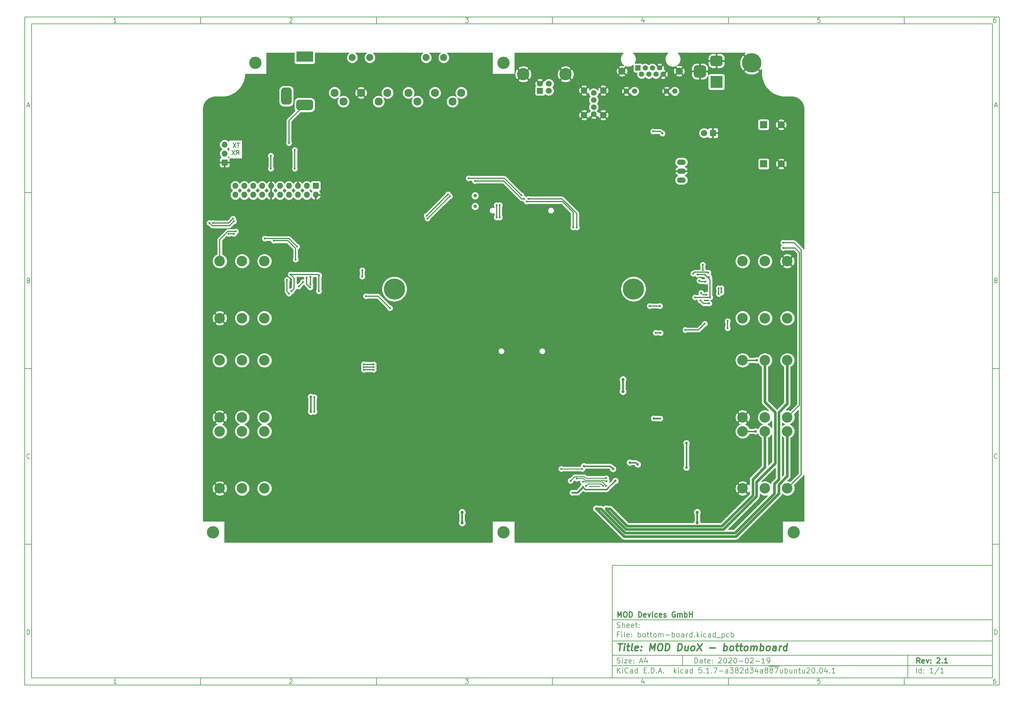
<source format=gbr>
G04 #@! TF.GenerationSoftware,KiCad,Pcbnew,5.1.7-a382d34a8~87~ubuntu20.04.1*
G04 #@! TF.CreationDate,2020-11-19T15:20:31+01:00*
G04 #@! TF.ProjectId,bottom-board,626f7474-6f6d-42d6-926f-6172642e6b69,2.1*
G04 #@! TF.SameCoordinates,PX48111b4PY15fd6c8*
G04 #@! TF.FileFunction,Copper,L2,Bot*
G04 #@! TF.FilePolarity,Positive*
%FSLAX46Y46*%
G04 Gerber Fmt 4.6, Leading zero omitted, Abs format (unit mm)*
G04 Created by KiCad (PCBNEW 5.1.7-a382d34a8~87~ubuntu20.04.1) date 2020-11-19 15:20:31*
%MOMM*%
%LPD*%
G01*
G04 APERTURE LIST*
%ADD10C,0.100000*%
%ADD11C,0.150000*%
%ADD12C,0.300000*%
%ADD13C,0.400000*%
G04 #@! TA.AperFunction,NonConductor*
%ADD14C,0.250000*%
G04 #@! TD*
G04 #@! TA.AperFunction,ComponentPad*
%ADD15C,1.800000*%
G04 #@! TD*
G04 #@! TA.AperFunction,ComponentPad*
%ADD16R,1.800000X1.800000*%
G04 #@! TD*
G04 #@! TA.AperFunction,ComponentPad*
%ADD17C,5.500000*%
G04 #@! TD*
G04 #@! TA.AperFunction,ComponentPad*
%ADD18O,2.499360X1.501140*%
G04 #@! TD*
G04 #@! TA.AperFunction,ComponentPad*
%ADD19O,1.727200X1.727200*%
G04 #@! TD*
G04 #@! TA.AperFunction,ComponentPad*
%ADD20R,1.727200X1.727200*%
G04 #@! TD*
G04 #@! TA.AperFunction,ComponentPad*
%ADD21C,3.000000*%
G04 #@! TD*
G04 #@! TA.AperFunction,ComponentPad*
%ADD22C,3.500000*%
G04 #@! TD*
G04 #@! TA.AperFunction,ComponentPad*
%ADD23R,3.500000X3.500000*%
G04 #@! TD*
G04 #@! TA.AperFunction,ComponentPad*
%ADD24O,1.700000X1.700000*%
G04 #@! TD*
G04 #@! TA.AperFunction,ComponentPad*
%ADD25R,1.700000X1.700000*%
G04 #@! TD*
G04 #@! TA.AperFunction,ComponentPad*
%ADD26C,1.700000*%
G04 #@! TD*
G04 #@! TA.AperFunction,ComponentPad*
%ADD27C,1.620000*%
G04 #@! TD*
G04 #@! TA.AperFunction,ComponentPad*
%ADD28C,1.850000*%
G04 #@! TD*
G04 #@! TA.AperFunction,ComponentPad*
%ADD29R,1.500000X1.500000*%
G04 #@! TD*
G04 #@! TA.AperFunction,ComponentPad*
%ADD30C,1.500000*%
G04 #@! TD*
G04 #@! TA.AperFunction,ComponentPad*
%ADD31C,2.000000*%
G04 #@! TD*
G04 #@! TA.AperFunction,ComponentPad*
%ADD32R,4.800000X3.000000*%
G04 #@! TD*
G04 #@! TA.AperFunction,ComponentPad*
%ADD33C,2.300000*%
G04 #@! TD*
G04 #@! TA.AperFunction,SMDPad,CuDef*
%ADD34C,1.000000*%
G04 #@! TD*
G04 #@! TA.AperFunction,ComponentPad*
%ADD35C,6.000000*%
G04 #@! TD*
G04 #@! TA.AperFunction,ComponentPad*
%ADD36R,2.000000X2.000000*%
G04 #@! TD*
G04 #@! TA.AperFunction,ViaPad*
%ADD37C,0.750000*%
G04 #@! TD*
G04 #@! TA.AperFunction,ViaPad*
%ADD38C,0.900000*%
G04 #@! TD*
G04 #@! TA.AperFunction,ViaPad*
%ADD39C,0.600000*%
G04 #@! TD*
G04 #@! TA.AperFunction,Conductor*
%ADD40C,0.381000*%
G04 #@! TD*
G04 #@! TA.AperFunction,Conductor*
%ADD41C,0.508000*%
G04 #@! TD*
G04 #@! TA.AperFunction,Conductor*
%ADD42C,0.304800*%
G04 #@! TD*
G04 #@! TA.AperFunction,Conductor*
%ADD43C,0.254000*%
G04 #@! TD*
G04 #@! TA.AperFunction,Conductor*
%ADD44C,0.762000*%
G04 #@! TD*
G04 #@! TA.AperFunction,Conductor*
%ADD45C,0.100000*%
G04 #@! TD*
G04 #@! TA.AperFunction,NonConductor*
%ADD46C,0.254000*%
G04 #@! TD*
G04 #@! TA.AperFunction,NonConductor*
%ADD47C,0.100000*%
G04 #@! TD*
G04 APERTURE END LIST*
D10*
D11*
X101434660Y-142949080D02*
X101434660Y-174949080D01*
X209434660Y-174949080D01*
X209434660Y-142949080D01*
X101434660Y-142949080D01*
D10*
D11*
X-65567540Y13058120D02*
X-65567540Y-176949080D01*
X211434660Y-176949080D01*
X211434660Y13058120D01*
X-65567540Y13058120D01*
D10*
D11*
X-63567540Y11058120D02*
X-63567540Y-174949080D01*
X209434660Y-174949080D01*
X209434660Y11058120D01*
X-63567540Y11058120D01*
D10*
D11*
X-15567540Y11058120D02*
X-15567540Y13058120D01*
D10*
D11*
X34432460Y11058120D02*
X34432460Y13058120D01*
D10*
D11*
X84432460Y11058120D02*
X84432460Y13058120D01*
D10*
D11*
X134432460Y11058120D02*
X134432460Y13058120D01*
D10*
D11*
X184432460Y11058120D02*
X184432460Y13058120D01*
D10*
D11*
X-39502064Y11470025D02*
X-40244921Y11470025D01*
X-39873493Y11470025D02*
X-39873493Y12770025D01*
X-39997302Y12584311D01*
X-40121112Y12460501D01*
X-40244921Y12398597D01*
D10*
D11*
X9755079Y12646216D02*
X9816983Y12708120D01*
X9940793Y12770025D01*
X10250317Y12770025D01*
X10374126Y12708120D01*
X10436031Y12646216D01*
X10497936Y12522406D01*
X10497936Y12398597D01*
X10436031Y12212882D01*
X9693174Y11470025D01*
X10497936Y11470025D01*
D10*
D11*
X59693174Y12770025D02*
X60497936Y12770025D01*
X60064602Y12274787D01*
X60250317Y12274787D01*
X60374126Y12212882D01*
X60436031Y12150978D01*
X60497936Y12027168D01*
X60497936Y11717644D01*
X60436031Y11593835D01*
X60374126Y11531930D01*
X60250317Y11470025D01*
X59878888Y11470025D01*
X59755079Y11531930D01*
X59693174Y11593835D01*
D10*
D11*
X110374126Y12336692D02*
X110374126Y11470025D01*
X110064602Y12831930D02*
X109755079Y11903359D01*
X110559840Y11903359D01*
D10*
D11*
X160436031Y12770025D02*
X159816983Y12770025D01*
X159755079Y12150978D01*
X159816983Y12212882D01*
X159940793Y12274787D01*
X160250317Y12274787D01*
X160374126Y12212882D01*
X160436031Y12150978D01*
X160497936Y12027168D01*
X160497936Y11717644D01*
X160436031Y11593835D01*
X160374126Y11531930D01*
X160250317Y11470025D01*
X159940793Y11470025D01*
X159816983Y11531930D01*
X159755079Y11593835D01*
D10*
D11*
X210374126Y12770025D02*
X210126507Y12770025D01*
X210002698Y12708120D01*
X209940793Y12646216D01*
X209816983Y12460501D01*
X209755079Y12212882D01*
X209755079Y11717644D01*
X209816983Y11593835D01*
X209878888Y11531930D01*
X210002698Y11470025D01*
X210250317Y11470025D01*
X210374126Y11531930D01*
X210436031Y11593835D01*
X210497936Y11717644D01*
X210497936Y12027168D01*
X210436031Y12150978D01*
X210374126Y12212882D01*
X210250317Y12274787D01*
X210002698Y12274787D01*
X209878888Y12212882D01*
X209816983Y12150978D01*
X209755079Y12027168D01*
D10*
D11*
X-15567540Y-174949080D02*
X-15567540Y-176949080D01*
D10*
D11*
X34432460Y-174949080D02*
X34432460Y-176949080D01*
D10*
D11*
X84432460Y-174949080D02*
X84432460Y-176949080D01*
D10*
D11*
X134432460Y-174949080D02*
X134432460Y-176949080D01*
D10*
D11*
X184432460Y-174949080D02*
X184432460Y-176949080D01*
D10*
D11*
X-39502064Y-176537175D02*
X-40244921Y-176537175D01*
X-39873493Y-176537175D02*
X-39873493Y-175237175D01*
X-39997302Y-175422889D01*
X-40121112Y-175546699D01*
X-40244921Y-175608603D01*
D10*
D11*
X9755079Y-175360984D02*
X9816983Y-175299080D01*
X9940793Y-175237175D01*
X10250317Y-175237175D01*
X10374126Y-175299080D01*
X10436031Y-175360984D01*
X10497936Y-175484794D01*
X10497936Y-175608603D01*
X10436031Y-175794318D01*
X9693174Y-176537175D01*
X10497936Y-176537175D01*
D10*
D11*
X59693174Y-175237175D02*
X60497936Y-175237175D01*
X60064602Y-175732413D01*
X60250317Y-175732413D01*
X60374126Y-175794318D01*
X60436031Y-175856222D01*
X60497936Y-175980032D01*
X60497936Y-176289556D01*
X60436031Y-176413365D01*
X60374126Y-176475270D01*
X60250317Y-176537175D01*
X59878888Y-176537175D01*
X59755079Y-176475270D01*
X59693174Y-176413365D01*
D10*
D11*
X110374126Y-175670508D02*
X110374126Y-176537175D01*
X110064602Y-175175270D02*
X109755079Y-176103841D01*
X110559840Y-176103841D01*
D10*
D11*
X160436031Y-175237175D02*
X159816983Y-175237175D01*
X159755079Y-175856222D01*
X159816983Y-175794318D01*
X159940793Y-175732413D01*
X160250317Y-175732413D01*
X160374126Y-175794318D01*
X160436031Y-175856222D01*
X160497936Y-175980032D01*
X160497936Y-176289556D01*
X160436031Y-176413365D01*
X160374126Y-176475270D01*
X160250317Y-176537175D01*
X159940793Y-176537175D01*
X159816983Y-176475270D01*
X159755079Y-176413365D01*
D10*
D11*
X210374126Y-175237175D02*
X210126507Y-175237175D01*
X210002698Y-175299080D01*
X209940793Y-175360984D01*
X209816983Y-175546699D01*
X209755079Y-175794318D01*
X209755079Y-176289556D01*
X209816983Y-176413365D01*
X209878888Y-176475270D01*
X210002698Y-176537175D01*
X210250317Y-176537175D01*
X210374126Y-176475270D01*
X210436031Y-176413365D01*
X210497936Y-176289556D01*
X210497936Y-175980032D01*
X210436031Y-175856222D01*
X210374126Y-175794318D01*
X210250317Y-175732413D01*
X210002698Y-175732413D01*
X209878888Y-175794318D01*
X209816983Y-175856222D01*
X209755079Y-175980032D01*
D10*
D11*
X-65567540Y-36941880D02*
X-63567540Y-36941880D01*
D10*
D11*
X-65567540Y-86941880D02*
X-63567540Y-86941880D01*
D10*
D11*
X-65567540Y-136941880D02*
X-63567540Y-136941880D01*
D10*
D11*
X-64877064Y-12158546D02*
X-64258017Y-12158546D01*
X-65000874Y-12529975D02*
X-64567540Y-11229975D01*
X-64134207Y-12529975D01*
D10*
D11*
X-64474683Y-61849022D02*
X-64288969Y-61910927D01*
X-64227064Y-61972832D01*
X-64165160Y-62096641D01*
X-64165160Y-62282356D01*
X-64227064Y-62406165D01*
X-64288969Y-62468070D01*
X-64412779Y-62529975D01*
X-64908017Y-62529975D01*
X-64908017Y-61229975D01*
X-64474683Y-61229975D01*
X-64350874Y-61291880D01*
X-64288969Y-61353784D01*
X-64227064Y-61477594D01*
X-64227064Y-61601403D01*
X-64288969Y-61725213D01*
X-64350874Y-61787118D01*
X-64474683Y-61849022D01*
X-64908017Y-61849022D01*
D10*
D11*
X-64165160Y-112406165D02*
X-64227064Y-112468070D01*
X-64412779Y-112529975D01*
X-64536588Y-112529975D01*
X-64722302Y-112468070D01*
X-64846112Y-112344260D01*
X-64908017Y-112220451D01*
X-64969921Y-111972832D01*
X-64969921Y-111787118D01*
X-64908017Y-111539499D01*
X-64846112Y-111415689D01*
X-64722302Y-111291880D01*
X-64536588Y-111229975D01*
X-64412779Y-111229975D01*
X-64227064Y-111291880D01*
X-64165160Y-111353784D01*
D10*
D11*
X-64908017Y-162529975D02*
X-64908017Y-161229975D01*
X-64598493Y-161229975D01*
X-64412779Y-161291880D01*
X-64288969Y-161415689D01*
X-64227064Y-161539499D01*
X-64165160Y-161787118D01*
X-64165160Y-161972832D01*
X-64227064Y-162220451D01*
X-64288969Y-162344260D01*
X-64412779Y-162468070D01*
X-64598493Y-162529975D01*
X-64908017Y-162529975D01*
D10*
D11*
X211434660Y-36941880D02*
X209434660Y-36941880D01*
D10*
D11*
X211434660Y-86941880D02*
X209434660Y-86941880D01*
D10*
D11*
X211434660Y-136941880D02*
X209434660Y-136941880D01*
D10*
D11*
X210125136Y-12158546D02*
X210744183Y-12158546D01*
X210001326Y-12529975D02*
X210434660Y-11229975D01*
X210867993Y-12529975D01*
D10*
D11*
X210527517Y-61849022D02*
X210713231Y-61910927D01*
X210775136Y-61972832D01*
X210837040Y-62096641D01*
X210837040Y-62282356D01*
X210775136Y-62406165D01*
X210713231Y-62468070D01*
X210589421Y-62529975D01*
X210094183Y-62529975D01*
X210094183Y-61229975D01*
X210527517Y-61229975D01*
X210651326Y-61291880D01*
X210713231Y-61353784D01*
X210775136Y-61477594D01*
X210775136Y-61601403D01*
X210713231Y-61725213D01*
X210651326Y-61787118D01*
X210527517Y-61849022D01*
X210094183Y-61849022D01*
D10*
D11*
X210837040Y-112406165D02*
X210775136Y-112468070D01*
X210589421Y-112529975D01*
X210465612Y-112529975D01*
X210279898Y-112468070D01*
X210156088Y-112344260D01*
X210094183Y-112220451D01*
X210032279Y-111972832D01*
X210032279Y-111787118D01*
X210094183Y-111539499D01*
X210156088Y-111415689D01*
X210279898Y-111291880D01*
X210465612Y-111229975D01*
X210589421Y-111229975D01*
X210775136Y-111291880D01*
X210837040Y-111353784D01*
D10*
D11*
X210094183Y-162529975D02*
X210094183Y-161229975D01*
X210403707Y-161229975D01*
X210589421Y-161291880D01*
X210713231Y-161415689D01*
X210775136Y-161539499D01*
X210837040Y-161787118D01*
X210837040Y-161972832D01*
X210775136Y-162220451D01*
X210713231Y-162344260D01*
X210589421Y-162468070D01*
X210403707Y-162529975D01*
X210094183Y-162529975D01*
D10*
D11*
X124866802Y-170727651D02*
X124866802Y-169227651D01*
X125223945Y-169227651D01*
X125438231Y-169299080D01*
X125581088Y-169441937D01*
X125652517Y-169584794D01*
X125723945Y-169870508D01*
X125723945Y-170084794D01*
X125652517Y-170370508D01*
X125581088Y-170513365D01*
X125438231Y-170656222D01*
X125223945Y-170727651D01*
X124866802Y-170727651D01*
X127009660Y-170727651D02*
X127009660Y-169941937D01*
X126938231Y-169799080D01*
X126795374Y-169727651D01*
X126509660Y-169727651D01*
X126366802Y-169799080D01*
X127009660Y-170656222D02*
X126866802Y-170727651D01*
X126509660Y-170727651D01*
X126366802Y-170656222D01*
X126295374Y-170513365D01*
X126295374Y-170370508D01*
X126366802Y-170227651D01*
X126509660Y-170156222D01*
X126866802Y-170156222D01*
X127009660Y-170084794D01*
X127509660Y-169727651D02*
X128081088Y-169727651D01*
X127723945Y-169227651D02*
X127723945Y-170513365D01*
X127795374Y-170656222D01*
X127938231Y-170727651D01*
X128081088Y-170727651D01*
X129152517Y-170656222D02*
X129009660Y-170727651D01*
X128723945Y-170727651D01*
X128581088Y-170656222D01*
X128509660Y-170513365D01*
X128509660Y-169941937D01*
X128581088Y-169799080D01*
X128723945Y-169727651D01*
X129009660Y-169727651D01*
X129152517Y-169799080D01*
X129223945Y-169941937D01*
X129223945Y-170084794D01*
X128509660Y-170227651D01*
X129866802Y-170584794D02*
X129938231Y-170656222D01*
X129866802Y-170727651D01*
X129795374Y-170656222D01*
X129866802Y-170584794D01*
X129866802Y-170727651D01*
X129866802Y-169799080D02*
X129938231Y-169870508D01*
X129866802Y-169941937D01*
X129795374Y-169870508D01*
X129866802Y-169799080D01*
X129866802Y-169941937D01*
X131652517Y-169370508D02*
X131723945Y-169299080D01*
X131866802Y-169227651D01*
X132223945Y-169227651D01*
X132366802Y-169299080D01*
X132438231Y-169370508D01*
X132509660Y-169513365D01*
X132509660Y-169656222D01*
X132438231Y-169870508D01*
X131581088Y-170727651D01*
X132509660Y-170727651D01*
X133438231Y-169227651D02*
X133581088Y-169227651D01*
X133723945Y-169299080D01*
X133795374Y-169370508D01*
X133866802Y-169513365D01*
X133938231Y-169799080D01*
X133938231Y-170156222D01*
X133866802Y-170441937D01*
X133795374Y-170584794D01*
X133723945Y-170656222D01*
X133581088Y-170727651D01*
X133438231Y-170727651D01*
X133295374Y-170656222D01*
X133223945Y-170584794D01*
X133152517Y-170441937D01*
X133081088Y-170156222D01*
X133081088Y-169799080D01*
X133152517Y-169513365D01*
X133223945Y-169370508D01*
X133295374Y-169299080D01*
X133438231Y-169227651D01*
X134509660Y-169370508D02*
X134581088Y-169299080D01*
X134723945Y-169227651D01*
X135081088Y-169227651D01*
X135223945Y-169299080D01*
X135295374Y-169370508D01*
X135366802Y-169513365D01*
X135366802Y-169656222D01*
X135295374Y-169870508D01*
X134438231Y-170727651D01*
X135366802Y-170727651D01*
X136295374Y-169227651D02*
X136438231Y-169227651D01*
X136581088Y-169299080D01*
X136652517Y-169370508D01*
X136723945Y-169513365D01*
X136795374Y-169799080D01*
X136795374Y-170156222D01*
X136723945Y-170441937D01*
X136652517Y-170584794D01*
X136581088Y-170656222D01*
X136438231Y-170727651D01*
X136295374Y-170727651D01*
X136152517Y-170656222D01*
X136081088Y-170584794D01*
X136009660Y-170441937D01*
X135938231Y-170156222D01*
X135938231Y-169799080D01*
X136009660Y-169513365D01*
X136081088Y-169370508D01*
X136152517Y-169299080D01*
X136295374Y-169227651D01*
X137438231Y-170156222D02*
X138581088Y-170156222D01*
X139581088Y-169227651D02*
X139723945Y-169227651D01*
X139866802Y-169299080D01*
X139938231Y-169370508D01*
X140009660Y-169513365D01*
X140081088Y-169799080D01*
X140081088Y-170156222D01*
X140009660Y-170441937D01*
X139938231Y-170584794D01*
X139866802Y-170656222D01*
X139723945Y-170727651D01*
X139581088Y-170727651D01*
X139438231Y-170656222D01*
X139366802Y-170584794D01*
X139295374Y-170441937D01*
X139223945Y-170156222D01*
X139223945Y-169799080D01*
X139295374Y-169513365D01*
X139366802Y-169370508D01*
X139438231Y-169299080D01*
X139581088Y-169227651D01*
X140652517Y-169370508D02*
X140723945Y-169299080D01*
X140866802Y-169227651D01*
X141223945Y-169227651D01*
X141366802Y-169299080D01*
X141438231Y-169370508D01*
X141509660Y-169513365D01*
X141509660Y-169656222D01*
X141438231Y-169870508D01*
X140581088Y-170727651D01*
X141509660Y-170727651D01*
X142152517Y-170156222D02*
X143295374Y-170156222D01*
X144795374Y-170727651D02*
X143938231Y-170727651D01*
X144366802Y-170727651D02*
X144366802Y-169227651D01*
X144223945Y-169441937D01*
X144081088Y-169584794D01*
X143938231Y-169656222D01*
X145509660Y-170727651D02*
X145795374Y-170727651D01*
X145938231Y-170656222D01*
X146009660Y-170584794D01*
X146152517Y-170370508D01*
X146223945Y-170084794D01*
X146223945Y-169513365D01*
X146152517Y-169370508D01*
X146081088Y-169299080D01*
X145938231Y-169227651D01*
X145652517Y-169227651D01*
X145509660Y-169299080D01*
X145438231Y-169370508D01*
X145366802Y-169513365D01*
X145366802Y-169870508D01*
X145438231Y-170013365D01*
X145509660Y-170084794D01*
X145652517Y-170156222D01*
X145938231Y-170156222D01*
X146081088Y-170084794D01*
X146152517Y-170013365D01*
X146223945Y-169870508D01*
D10*
D11*
X101434660Y-171449080D02*
X209434660Y-171449080D01*
D10*
D11*
X102866802Y-173527651D02*
X102866802Y-172027651D01*
X103723945Y-173527651D02*
X103081088Y-172670508D01*
X103723945Y-172027651D02*
X102866802Y-172884794D01*
X104366802Y-173527651D02*
X104366802Y-172527651D01*
X104366802Y-172027651D02*
X104295374Y-172099080D01*
X104366802Y-172170508D01*
X104438231Y-172099080D01*
X104366802Y-172027651D01*
X104366802Y-172170508D01*
X105938231Y-173384794D02*
X105866802Y-173456222D01*
X105652517Y-173527651D01*
X105509660Y-173527651D01*
X105295374Y-173456222D01*
X105152517Y-173313365D01*
X105081088Y-173170508D01*
X105009660Y-172884794D01*
X105009660Y-172670508D01*
X105081088Y-172384794D01*
X105152517Y-172241937D01*
X105295374Y-172099080D01*
X105509660Y-172027651D01*
X105652517Y-172027651D01*
X105866802Y-172099080D01*
X105938231Y-172170508D01*
X107223945Y-173527651D02*
X107223945Y-172741937D01*
X107152517Y-172599080D01*
X107009660Y-172527651D01*
X106723945Y-172527651D01*
X106581088Y-172599080D01*
X107223945Y-173456222D02*
X107081088Y-173527651D01*
X106723945Y-173527651D01*
X106581088Y-173456222D01*
X106509660Y-173313365D01*
X106509660Y-173170508D01*
X106581088Y-173027651D01*
X106723945Y-172956222D01*
X107081088Y-172956222D01*
X107223945Y-172884794D01*
X108581088Y-173527651D02*
X108581088Y-172027651D01*
X108581088Y-173456222D02*
X108438231Y-173527651D01*
X108152517Y-173527651D01*
X108009660Y-173456222D01*
X107938231Y-173384794D01*
X107866802Y-173241937D01*
X107866802Y-172813365D01*
X107938231Y-172670508D01*
X108009660Y-172599080D01*
X108152517Y-172527651D01*
X108438231Y-172527651D01*
X108581088Y-172599080D01*
X110438231Y-172741937D02*
X110938231Y-172741937D01*
X111152517Y-173527651D02*
X110438231Y-173527651D01*
X110438231Y-172027651D01*
X111152517Y-172027651D01*
X111795374Y-173384794D02*
X111866802Y-173456222D01*
X111795374Y-173527651D01*
X111723945Y-173456222D01*
X111795374Y-173384794D01*
X111795374Y-173527651D01*
X112509660Y-173527651D02*
X112509660Y-172027651D01*
X112866802Y-172027651D01*
X113081088Y-172099080D01*
X113223945Y-172241937D01*
X113295374Y-172384794D01*
X113366802Y-172670508D01*
X113366802Y-172884794D01*
X113295374Y-173170508D01*
X113223945Y-173313365D01*
X113081088Y-173456222D01*
X112866802Y-173527651D01*
X112509660Y-173527651D01*
X114009660Y-173384794D02*
X114081088Y-173456222D01*
X114009660Y-173527651D01*
X113938231Y-173456222D01*
X114009660Y-173384794D01*
X114009660Y-173527651D01*
X114652517Y-173099080D02*
X115366802Y-173099080D01*
X114509660Y-173527651D02*
X115009660Y-172027651D01*
X115509660Y-173527651D01*
X116009660Y-173384794D02*
X116081088Y-173456222D01*
X116009660Y-173527651D01*
X115938231Y-173456222D01*
X116009660Y-173384794D01*
X116009660Y-173527651D01*
X119009660Y-173527651D02*
X119009660Y-172027651D01*
X119152517Y-172956222D02*
X119581088Y-173527651D01*
X119581088Y-172527651D02*
X119009660Y-173099080D01*
X120223945Y-173527651D02*
X120223945Y-172527651D01*
X120223945Y-172027651D02*
X120152517Y-172099080D01*
X120223945Y-172170508D01*
X120295374Y-172099080D01*
X120223945Y-172027651D01*
X120223945Y-172170508D01*
X121581088Y-173456222D02*
X121438231Y-173527651D01*
X121152517Y-173527651D01*
X121009660Y-173456222D01*
X120938231Y-173384794D01*
X120866802Y-173241937D01*
X120866802Y-172813365D01*
X120938231Y-172670508D01*
X121009660Y-172599080D01*
X121152517Y-172527651D01*
X121438231Y-172527651D01*
X121581088Y-172599080D01*
X122866802Y-173527651D02*
X122866802Y-172741937D01*
X122795374Y-172599080D01*
X122652517Y-172527651D01*
X122366802Y-172527651D01*
X122223945Y-172599080D01*
X122866802Y-173456222D02*
X122723945Y-173527651D01*
X122366802Y-173527651D01*
X122223945Y-173456222D01*
X122152517Y-173313365D01*
X122152517Y-173170508D01*
X122223945Y-173027651D01*
X122366802Y-172956222D01*
X122723945Y-172956222D01*
X122866802Y-172884794D01*
X124223945Y-173527651D02*
X124223945Y-172027651D01*
X124223945Y-173456222D02*
X124081088Y-173527651D01*
X123795374Y-173527651D01*
X123652517Y-173456222D01*
X123581088Y-173384794D01*
X123509660Y-173241937D01*
X123509660Y-172813365D01*
X123581088Y-172670508D01*
X123652517Y-172599080D01*
X123795374Y-172527651D01*
X124081088Y-172527651D01*
X124223945Y-172599080D01*
X126795374Y-172027651D02*
X126081088Y-172027651D01*
X126009660Y-172741937D01*
X126081088Y-172670508D01*
X126223945Y-172599080D01*
X126581088Y-172599080D01*
X126723945Y-172670508D01*
X126795374Y-172741937D01*
X126866802Y-172884794D01*
X126866802Y-173241937D01*
X126795374Y-173384794D01*
X126723945Y-173456222D01*
X126581088Y-173527651D01*
X126223945Y-173527651D01*
X126081088Y-173456222D01*
X126009660Y-173384794D01*
X127509660Y-173384794D02*
X127581088Y-173456222D01*
X127509660Y-173527651D01*
X127438231Y-173456222D01*
X127509660Y-173384794D01*
X127509660Y-173527651D01*
X129009660Y-173527651D02*
X128152517Y-173527651D01*
X128581088Y-173527651D02*
X128581088Y-172027651D01*
X128438231Y-172241937D01*
X128295374Y-172384794D01*
X128152517Y-172456222D01*
X129652517Y-173384794D02*
X129723945Y-173456222D01*
X129652517Y-173527651D01*
X129581088Y-173456222D01*
X129652517Y-173384794D01*
X129652517Y-173527651D01*
X130223945Y-172027651D02*
X131223945Y-172027651D01*
X130581088Y-173527651D01*
X131795374Y-172956222D02*
X132938231Y-172956222D01*
X134295374Y-173527651D02*
X134295374Y-172741937D01*
X134223945Y-172599080D01*
X134081088Y-172527651D01*
X133795374Y-172527651D01*
X133652517Y-172599080D01*
X134295374Y-173456222D02*
X134152517Y-173527651D01*
X133795374Y-173527651D01*
X133652517Y-173456222D01*
X133581088Y-173313365D01*
X133581088Y-173170508D01*
X133652517Y-173027651D01*
X133795374Y-172956222D01*
X134152517Y-172956222D01*
X134295374Y-172884794D01*
X134866802Y-172027651D02*
X135795374Y-172027651D01*
X135295374Y-172599080D01*
X135509660Y-172599080D01*
X135652517Y-172670508D01*
X135723945Y-172741937D01*
X135795374Y-172884794D01*
X135795374Y-173241937D01*
X135723945Y-173384794D01*
X135652517Y-173456222D01*
X135509660Y-173527651D01*
X135081088Y-173527651D01*
X134938231Y-173456222D01*
X134866802Y-173384794D01*
X136652517Y-172670508D02*
X136509660Y-172599080D01*
X136438231Y-172527651D01*
X136366802Y-172384794D01*
X136366802Y-172313365D01*
X136438231Y-172170508D01*
X136509660Y-172099080D01*
X136652517Y-172027651D01*
X136938231Y-172027651D01*
X137081088Y-172099080D01*
X137152517Y-172170508D01*
X137223945Y-172313365D01*
X137223945Y-172384794D01*
X137152517Y-172527651D01*
X137081088Y-172599080D01*
X136938231Y-172670508D01*
X136652517Y-172670508D01*
X136509660Y-172741937D01*
X136438231Y-172813365D01*
X136366802Y-172956222D01*
X136366802Y-173241937D01*
X136438231Y-173384794D01*
X136509660Y-173456222D01*
X136652517Y-173527651D01*
X136938231Y-173527651D01*
X137081088Y-173456222D01*
X137152517Y-173384794D01*
X137223945Y-173241937D01*
X137223945Y-172956222D01*
X137152517Y-172813365D01*
X137081088Y-172741937D01*
X136938231Y-172670508D01*
X137795374Y-172170508D02*
X137866802Y-172099080D01*
X138009660Y-172027651D01*
X138366802Y-172027651D01*
X138509660Y-172099080D01*
X138581088Y-172170508D01*
X138652517Y-172313365D01*
X138652517Y-172456222D01*
X138581088Y-172670508D01*
X137723945Y-173527651D01*
X138652517Y-173527651D01*
X139938231Y-173527651D02*
X139938231Y-172027651D01*
X139938231Y-173456222D02*
X139795374Y-173527651D01*
X139509660Y-173527651D01*
X139366802Y-173456222D01*
X139295374Y-173384794D01*
X139223945Y-173241937D01*
X139223945Y-172813365D01*
X139295374Y-172670508D01*
X139366802Y-172599080D01*
X139509660Y-172527651D01*
X139795374Y-172527651D01*
X139938231Y-172599080D01*
X140509660Y-172027651D02*
X141438231Y-172027651D01*
X140938231Y-172599080D01*
X141152517Y-172599080D01*
X141295374Y-172670508D01*
X141366802Y-172741937D01*
X141438231Y-172884794D01*
X141438231Y-173241937D01*
X141366802Y-173384794D01*
X141295374Y-173456222D01*
X141152517Y-173527651D01*
X140723945Y-173527651D01*
X140581088Y-173456222D01*
X140509660Y-173384794D01*
X142723945Y-172527651D02*
X142723945Y-173527651D01*
X142366802Y-171956222D02*
X142009660Y-173027651D01*
X142938231Y-173027651D01*
X144152517Y-173527651D02*
X144152517Y-172741937D01*
X144081088Y-172599080D01*
X143938231Y-172527651D01*
X143652517Y-172527651D01*
X143509660Y-172599080D01*
X144152517Y-173456222D02*
X144009660Y-173527651D01*
X143652517Y-173527651D01*
X143509660Y-173456222D01*
X143438231Y-173313365D01*
X143438231Y-173170508D01*
X143509660Y-173027651D01*
X143652517Y-172956222D01*
X144009660Y-172956222D01*
X144152517Y-172884794D01*
X145081088Y-172670508D02*
X144938231Y-172599080D01*
X144866802Y-172527651D01*
X144795374Y-172384794D01*
X144795374Y-172313365D01*
X144866802Y-172170508D01*
X144938231Y-172099080D01*
X145081088Y-172027651D01*
X145366802Y-172027651D01*
X145509660Y-172099080D01*
X145581088Y-172170508D01*
X145652517Y-172313365D01*
X145652517Y-172384794D01*
X145581088Y-172527651D01*
X145509660Y-172599080D01*
X145366802Y-172670508D01*
X145081088Y-172670508D01*
X144938231Y-172741937D01*
X144866802Y-172813365D01*
X144795374Y-172956222D01*
X144795374Y-173241937D01*
X144866802Y-173384794D01*
X144938231Y-173456222D01*
X145081088Y-173527651D01*
X145366802Y-173527651D01*
X145509660Y-173456222D01*
X145581088Y-173384794D01*
X145652517Y-173241937D01*
X145652517Y-172956222D01*
X145581088Y-172813365D01*
X145509660Y-172741937D01*
X145366802Y-172670508D01*
X145938231Y-171619080D02*
X147366802Y-171619080D01*
X146509660Y-172670508D02*
X146366802Y-172599080D01*
X146295374Y-172527651D01*
X146223945Y-172384794D01*
X146223945Y-172313365D01*
X146295374Y-172170508D01*
X146366802Y-172099080D01*
X146509660Y-172027651D01*
X146795374Y-172027651D01*
X146938231Y-172099080D01*
X147009660Y-172170508D01*
X147081088Y-172313365D01*
X147081088Y-172384794D01*
X147009660Y-172527651D01*
X146938231Y-172599080D01*
X146795374Y-172670508D01*
X146509660Y-172670508D01*
X146366802Y-172741937D01*
X146295374Y-172813365D01*
X146223945Y-172956222D01*
X146223945Y-173241937D01*
X146295374Y-173384794D01*
X146366802Y-173456222D01*
X146509660Y-173527651D01*
X146795374Y-173527651D01*
X146938231Y-173456222D01*
X147009660Y-173384794D01*
X147081088Y-173241937D01*
X147081088Y-172956222D01*
X147009660Y-172813365D01*
X146938231Y-172741937D01*
X146795374Y-172670508D01*
X147366802Y-171619080D02*
X148795374Y-171619080D01*
X147581088Y-172027651D02*
X148581088Y-172027651D01*
X147938231Y-173527651D01*
X149795374Y-172527651D02*
X149795374Y-173527651D01*
X149152517Y-172527651D02*
X149152517Y-173313365D01*
X149223945Y-173456222D01*
X149366802Y-173527651D01*
X149581088Y-173527651D01*
X149723945Y-173456222D01*
X149795374Y-173384794D01*
X150509659Y-173527651D02*
X150509659Y-172027651D01*
X150509659Y-172599080D02*
X150652517Y-172527651D01*
X150938231Y-172527651D01*
X151081088Y-172599080D01*
X151152517Y-172670508D01*
X151223945Y-172813365D01*
X151223945Y-173241937D01*
X151152517Y-173384794D01*
X151081088Y-173456222D01*
X150938231Y-173527651D01*
X150652517Y-173527651D01*
X150509659Y-173456222D01*
X152509659Y-172527651D02*
X152509659Y-173527651D01*
X151866802Y-172527651D02*
X151866802Y-173313365D01*
X151938231Y-173456222D01*
X152081088Y-173527651D01*
X152295374Y-173527651D01*
X152438231Y-173456222D01*
X152509659Y-173384794D01*
X153223945Y-172527651D02*
X153223945Y-173527651D01*
X153223945Y-172670508D02*
X153295374Y-172599080D01*
X153438231Y-172527651D01*
X153652517Y-172527651D01*
X153795374Y-172599080D01*
X153866802Y-172741937D01*
X153866802Y-173527651D01*
X154366802Y-172527651D02*
X154938231Y-172527651D01*
X154581088Y-172027651D02*
X154581088Y-173313365D01*
X154652517Y-173456222D01*
X154795374Y-173527651D01*
X154938231Y-173527651D01*
X156081088Y-172527651D02*
X156081088Y-173527651D01*
X155438231Y-172527651D02*
X155438231Y-173313365D01*
X155509659Y-173456222D01*
X155652517Y-173527651D01*
X155866802Y-173527651D01*
X156009659Y-173456222D01*
X156081088Y-173384794D01*
X156723945Y-172170508D02*
X156795374Y-172099080D01*
X156938231Y-172027651D01*
X157295374Y-172027651D01*
X157438231Y-172099080D01*
X157509660Y-172170508D01*
X157581088Y-172313365D01*
X157581088Y-172456222D01*
X157509660Y-172670508D01*
X156652517Y-173527651D01*
X157581088Y-173527651D01*
X158509659Y-172027651D02*
X158652517Y-172027651D01*
X158795374Y-172099080D01*
X158866802Y-172170508D01*
X158938231Y-172313365D01*
X159009659Y-172599080D01*
X159009659Y-172956222D01*
X158938231Y-173241937D01*
X158866802Y-173384794D01*
X158795374Y-173456222D01*
X158652517Y-173527651D01*
X158509659Y-173527651D01*
X158366802Y-173456222D01*
X158295374Y-173384794D01*
X158223945Y-173241937D01*
X158152517Y-172956222D01*
X158152517Y-172599080D01*
X158223945Y-172313365D01*
X158295374Y-172170508D01*
X158366802Y-172099080D01*
X158509659Y-172027651D01*
X159652517Y-173384794D02*
X159723945Y-173456222D01*
X159652517Y-173527651D01*
X159581088Y-173456222D01*
X159652517Y-173384794D01*
X159652517Y-173527651D01*
X160652517Y-172027651D02*
X160795374Y-172027651D01*
X160938231Y-172099080D01*
X161009659Y-172170508D01*
X161081088Y-172313365D01*
X161152517Y-172599080D01*
X161152517Y-172956222D01*
X161081088Y-173241937D01*
X161009659Y-173384794D01*
X160938231Y-173456222D01*
X160795374Y-173527651D01*
X160652517Y-173527651D01*
X160509659Y-173456222D01*
X160438231Y-173384794D01*
X160366802Y-173241937D01*
X160295374Y-172956222D01*
X160295374Y-172599080D01*
X160366802Y-172313365D01*
X160438231Y-172170508D01*
X160509659Y-172099080D01*
X160652517Y-172027651D01*
X162438231Y-172527651D02*
X162438231Y-173527651D01*
X162081088Y-171956222D02*
X161723945Y-173027651D01*
X162652517Y-173027651D01*
X163223945Y-173384794D02*
X163295374Y-173456222D01*
X163223945Y-173527651D01*
X163152517Y-173456222D01*
X163223945Y-173384794D01*
X163223945Y-173527651D01*
X164723945Y-173527651D02*
X163866802Y-173527651D01*
X164295374Y-173527651D02*
X164295374Y-172027651D01*
X164152517Y-172241937D01*
X164009659Y-172384794D01*
X163866802Y-172456222D01*
D10*
D11*
X101434660Y-168449080D02*
X209434660Y-168449080D01*
D10*
D12*
X188843945Y-170727651D02*
X188343945Y-170013365D01*
X187986802Y-170727651D02*
X187986802Y-169227651D01*
X188558231Y-169227651D01*
X188701088Y-169299080D01*
X188772517Y-169370508D01*
X188843945Y-169513365D01*
X188843945Y-169727651D01*
X188772517Y-169870508D01*
X188701088Y-169941937D01*
X188558231Y-170013365D01*
X187986802Y-170013365D01*
X190058231Y-170656222D02*
X189915374Y-170727651D01*
X189629660Y-170727651D01*
X189486802Y-170656222D01*
X189415374Y-170513365D01*
X189415374Y-169941937D01*
X189486802Y-169799080D01*
X189629660Y-169727651D01*
X189915374Y-169727651D01*
X190058231Y-169799080D01*
X190129660Y-169941937D01*
X190129660Y-170084794D01*
X189415374Y-170227651D01*
X190629660Y-169727651D02*
X190986802Y-170727651D01*
X191343945Y-169727651D01*
X191915374Y-170584794D02*
X191986802Y-170656222D01*
X191915374Y-170727651D01*
X191843945Y-170656222D01*
X191915374Y-170584794D01*
X191915374Y-170727651D01*
X191915374Y-169799080D02*
X191986802Y-169870508D01*
X191915374Y-169941937D01*
X191843945Y-169870508D01*
X191915374Y-169799080D01*
X191915374Y-169941937D01*
X193701088Y-169370508D02*
X193772517Y-169299080D01*
X193915374Y-169227651D01*
X194272517Y-169227651D01*
X194415374Y-169299080D01*
X194486802Y-169370508D01*
X194558231Y-169513365D01*
X194558231Y-169656222D01*
X194486802Y-169870508D01*
X193629660Y-170727651D01*
X194558231Y-170727651D01*
X195201088Y-170584794D02*
X195272517Y-170656222D01*
X195201088Y-170727651D01*
X195129660Y-170656222D01*
X195201088Y-170584794D01*
X195201088Y-170727651D01*
X196701088Y-170727651D02*
X195843945Y-170727651D01*
X196272517Y-170727651D02*
X196272517Y-169227651D01*
X196129660Y-169441937D01*
X195986802Y-169584794D01*
X195843945Y-169656222D01*
D10*
D11*
X102795374Y-170656222D02*
X103009660Y-170727651D01*
X103366802Y-170727651D01*
X103509660Y-170656222D01*
X103581088Y-170584794D01*
X103652517Y-170441937D01*
X103652517Y-170299080D01*
X103581088Y-170156222D01*
X103509660Y-170084794D01*
X103366802Y-170013365D01*
X103081088Y-169941937D01*
X102938231Y-169870508D01*
X102866802Y-169799080D01*
X102795374Y-169656222D01*
X102795374Y-169513365D01*
X102866802Y-169370508D01*
X102938231Y-169299080D01*
X103081088Y-169227651D01*
X103438231Y-169227651D01*
X103652517Y-169299080D01*
X104295374Y-170727651D02*
X104295374Y-169727651D01*
X104295374Y-169227651D02*
X104223945Y-169299080D01*
X104295374Y-169370508D01*
X104366802Y-169299080D01*
X104295374Y-169227651D01*
X104295374Y-169370508D01*
X104866802Y-169727651D02*
X105652517Y-169727651D01*
X104866802Y-170727651D01*
X105652517Y-170727651D01*
X106795374Y-170656222D02*
X106652517Y-170727651D01*
X106366802Y-170727651D01*
X106223945Y-170656222D01*
X106152517Y-170513365D01*
X106152517Y-169941937D01*
X106223945Y-169799080D01*
X106366802Y-169727651D01*
X106652517Y-169727651D01*
X106795374Y-169799080D01*
X106866802Y-169941937D01*
X106866802Y-170084794D01*
X106152517Y-170227651D01*
X107509660Y-170584794D02*
X107581088Y-170656222D01*
X107509660Y-170727651D01*
X107438231Y-170656222D01*
X107509660Y-170584794D01*
X107509660Y-170727651D01*
X107509660Y-169799080D02*
X107581088Y-169870508D01*
X107509660Y-169941937D01*
X107438231Y-169870508D01*
X107509660Y-169799080D01*
X107509660Y-169941937D01*
X109295374Y-170299080D02*
X110009660Y-170299080D01*
X109152517Y-170727651D02*
X109652517Y-169227651D01*
X110152517Y-170727651D01*
X111295374Y-169727651D02*
X111295374Y-170727651D01*
X110938231Y-169156222D02*
X110581088Y-170227651D01*
X111509660Y-170227651D01*
D10*
D11*
X187866802Y-173527651D02*
X187866802Y-172027651D01*
X189223945Y-173527651D02*
X189223945Y-172027651D01*
X189223945Y-173456222D02*
X189081088Y-173527651D01*
X188795374Y-173527651D01*
X188652517Y-173456222D01*
X188581088Y-173384794D01*
X188509660Y-173241937D01*
X188509660Y-172813365D01*
X188581088Y-172670508D01*
X188652517Y-172599080D01*
X188795374Y-172527651D01*
X189081088Y-172527651D01*
X189223945Y-172599080D01*
X189938231Y-173384794D02*
X190009660Y-173456222D01*
X189938231Y-173527651D01*
X189866802Y-173456222D01*
X189938231Y-173384794D01*
X189938231Y-173527651D01*
X189938231Y-172599080D02*
X190009660Y-172670508D01*
X189938231Y-172741937D01*
X189866802Y-172670508D01*
X189938231Y-172599080D01*
X189938231Y-172741937D01*
X192581088Y-173527651D02*
X191723945Y-173527651D01*
X192152517Y-173527651D02*
X192152517Y-172027651D01*
X192009660Y-172241937D01*
X191866802Y-172384794D01*
X191723945Y-172456222D01*
X194295374Y-171956222D02*
X193009660Y-173884794D01*
X195581088Y-173527651D02*
X194723945Y-173527651D01*
X195152517Y-173527651D02*
X195152517Y-172027651D01*
X195009660Y-172241937D01*
X194866802Y-172384794D01*
X194723945Y-172456222D01*
D10*
D11*
X101434660Y-164449080D02*
X209434660Y-164449080D01*
D10*
D13*
X103147040Y-165153841D02*
X104289898Y-165153841D01*
X103468469Y-167153841D02*
X103718469Y-165153841D01*
X104706564Y-167153841D02*
X104873231Y-165820508D01*
X104956564Y-165153841D02*
X104849421Y-165249080D01*
X104932755Y-165344318D01*
X105039898Y-165249080D01*
X104956564Y-165153841D01*
X104932755Y-165344318D01*
X105539898Y-165820508D02*
X106301802Y-165820508D01*
X105908945Y-165153841D02*
X105694660Y-166868127D01*
X105766088Y-167058603D01*
X105944660Y-167153841D01*
X106135136Y-167153841D01*
X107087517Y-167153841D02*
X106908945Y-167058603D01*
X106837517Y-166868127D01*
X107051802Y-165153841D01*
X108623231Y-167058603D02*
X108420850Y-167153841D01*
X108039898Y-167153841D01*
X107861326Y-167058603D01*
X107789898Y-166868127D01*
X107885136Y-166106222D01*
X108004183Y-165915746D01*
X108206564Y-165820508D01*
X108587517Y-165820508D01*
X108766088Y-165915746D01*
X108837517Y-166106222D01*
X108813707Y-166296699D01*
X107837517Y-166487175D01*
X109587517Y-166963365D02*
X109670850Y-167058603D01*
X109563707Y-167153841D01*
X109480374Y-167058603D01*
X109587517Y-166963365D01*
X109563707Y-167153841D01*
X109718469Y-165915746D02*
X109801802Y-166010984D01*
X109694660Y-166106222D01*
X109611326Y-166010984D01*
X109718469Y-165915746D01*
X109694660Y-166106222D01*
X112039898Y-167153841D02*
X112289898Y-165153841D01*
X112777993Y-166582413D01*
X113623231Y-165153841D01*
X113373231Y-167153841D01*
X114956564Y-165153841D02*
X115337517Y-165153841D01*
X115516088Y-165249080D01*
X115682755Y-165439556D01*
X115730374Y-165820508D01*
X115647040Y-166487175D01*
X115504183Y-166868127D01*
X115289898Y-167058603D01*
X115087517Y-167153841D01*
X114706564Y-167153841D01*
X114527993Y-167058603D01*
X114361326Y-166868127D01*
X114313707Y-166487175D01*
X114397040Y-165820508D01*
X114539898Y-165439556D01*
X114754183Y-165249080D01*
X114956564Y-165153841D01*
X116420850Y-167153841D02*
X116670850Y-165153841D01*
X117147040Y-165153841D01*
X117420850Y-165249080D01*
X117587517Y-165439556D01*
X117658945Y-165630032D01*
X117706564Y-166010984D01*
X117670850Y-166296699D01*
X117527993Y-166677651D01*
X117408945Y-166868127D01*
X117194660Y-167058603D01*
X116897040Y-167153841D01*
X116420850Y-167153841D01*
X119944660Y-167153841D02*
X120194660Y-165153841D01*
X120670850Y-165153841D01*
X120944660Y-165249080D01*
X121111326Y-165439556D01*
X121182755Y-165630032D01*
X121230374Y-166010984D01*
X121194660Y-166296699D01*
X121051802Y-166677651D01*
X120932755Y-166868127D01*
X120718469Y-167058603D01*
X120420850Y-167153841D01*
X119944660Y-167153841D01*
X122968469Y-165820508D02*
X122801802Y-167153841D01*
X122111326Y-165820508D02*
X121980374Y-166868127D01*
X122051802Y-167058603D01*
X122230374Y-167153841D01*
X122516088Y-167153841D01*
X122718469Y-167058603D01*
X122825612Y-166963365D01*
X124039898Y-167153841D02*
X123861326Y-167058603D01*
X123777993Y-166963365D01*
X123706564Y-166772889D01*
X123777993Y-166201460D01*
X123897040Y-166010984D01*
X124004183Y-165915746D01*
X124206564Y-165820508D01*
X124492279Y-165820508D01*
X124670850Y-165915746D01*
X124754183Y-166010984D01*
X124825612Y-166201460D01*
X124754183Y-166772889D01*
X124635136Y-166963365D01*
X124527993Y-167058603D01*
X124325612Y-167153841D01*
X124039898Y-167153841D01*
X125623231Y-165153841D02*
X126706564Y-167153841D01*
X126956564Y-165153841D02*
X125373231Y-167153841D01*
X129087517Y-166391937D02*
X130611326Y-166391937D01*
X132992279Y-167153841D02*
X133242279Y-165153841D01*
X133147040Y-165915746D02*
X133349421Y-165820508D01*
X133730374Y-165820508D01*
X133908945Y-165915746D01*
X133992279Y-166010984D01*
X134063707Y-166201460D01*
X133992279Y-166772889D01*
X133873231Y-166963365D01*
X133766088Y-167058603D01*
X133563707Y-167153841D01*
X133182755Y-167153841D01*
X133004183Y-167058603D01*
X135087517Y-167153841D02*
X134908945Y-167058603D01*
X134825612Y-166963365D01*
X134754183Y-166772889D01*
X134825612Y-166201460D01*
X134944660Y-166010984D01*
X135051802Y-165915746D01*
X135254183Y-165820508D01*
X135539898Y-165820508D01*
X135718469Y-165915746D01*
X135801802Y-166010984D01*
X135873231Y-166201460D01*
X135801802Y-166772889D01*
X135682755Y-166963365D01*
X135575612Y-167058603D01*
X135373231Y-167153841D01*
X135087517Y-167153841D01*
X136492279Y-165820508D02*
X137254183Y-165820508D01*
X136861326Y-165153841D02*
X136647040Y-166868127D01*
X136718469Y-167058603D01*
X136897040Y-167153841D01*
X137087517Y-167153841D01*
X137635136Y-165820508D02*
X138397040Y-165820508D01*
X138004183Y-165153841D02*
X137789898Y-166868127D01*
X137861326Y-167058603D01*
X138039898Y-167153841D01*
X138230374Y-167153841D01*
X139182755Y-167153841D02*
X139004183Y-167058603D01*
X138920850Y-166963365D01*
X138849421Y-166772889D01*
X138920850Y-166201460D01*
X139039898Y-166010984D01*
X139147040Y-165915746D01*
X139349421Y-165820508D01*
X139635136Y-165820508D01*
X139813707Y-165915746D01*
X139897040Y-166010984D01*
X139968469Y-166201460D01*
X139897040Y-166772889D01*
X139777993Y-166963365D01*
X139670850Y-167058603D01*
X139468469Y-167153841D01*
X139182755Y-167153841D01*
X140706564Y-167153841D02*
X140873231Y-165820508D01*
X140849421Y-166010984D02*
X140956564Y-165915746D01*
X141158945Y-165820508D01*
X141444660Y-165820508D01*
X141623231Y-165915746D01*
X141694660Y-166106222D01*
X141563707Y-167153841D01*
X141694660Y-166106222D02*
X141813707Y-165915746D01*
X142016088Y-165820508D01*
X142301802Y-165820508D01*
X142480374Y-165915746D01*
X142551802Y-166106222D01*
X142420850Y-167153841D01*
X143373231Y-167153841D02*
X143623231Y-165153841D01*
X143527993Y-165915746D02*
X143730374Y-165820508D01*
X144111326Y-165820508D01*
X144289898Y-165915746D01*
X144373231Y-166010984D01*
X144444660Y-166201460D01*
X144373231Y-166772889D01*
X144254183Y-166963365D01*
X144147040Y-167058603D01*
X143944660Y-167153841D01*
X143563707Y-167153841D01*
X143385136Y-167058603D01*
X145468469Y-167153841D02*
X145289898Y-167058603D01*
X145206564Y-166963365D01*
X145135136Y-166772889D01*
X145206564Y-166201460D01*
X145325612Y-166010984D01*
X145432755Y-165915746D01*
X145635136Y-165820508D01*
X145920850Y-165820508D01*
X146099421Y-165915746D01*
X146182755Y-166010984D01*
X146254183Y-166201460D01*
X146182755Y-166772889D01*
X146063707Y-166963365D01*
X145956564Y-167058603D01*
X145754183Y-167153841D01*
X145468469Y-167153841D01*
X147849421Y-167153841D02*
X147980374Y-166106222D01*
X147908945Y-165915746D01*
X147730374Y-165820508D01*
X147349421Y-165820508D01*
X147147040Y-165915746D01*
X147861326Y-167058603D02*
X147658945Y-167153841D01*
X147182755Y-167153841D01*
X147004183Y-167058603D01*
X146932755Y-166868127D01*
X146956564Y-166677651D01*
X147075612Y-166487175D01*
X147277993Y-166391937D01*
X147754183Y-166391937D01*
X147956564Y-166296699D01*
X148801802Y-167153841D02*
X148968469Y-165820508D01*
X148920850Y-166201460D02*
X149039898Y-166010984D01*
X149147040Y-165915746D01*
X149349421Y-165820508D01*
X149539898Y-165820508D01*
X150897040Y-167153841D02*
X151147040Y-165153841D01*
X150908945Y-167058603D02*
X150706564Y-167153841D01*
X150325612Y-167153841D01*
X150147040Y-167058603D01*
X150063707Y-166963365D01*
X149992279Y-166772889D01*
X150063707Y-166201460D01*
X150182755Y-166010984D01*
X150289898Y-165915746D01*
X150492279Y-165820508D01*
X150873231Y-165820508D01*
X151051802Y-165915746D01*
D10*
D11*
X103366802Y-162541937D02*
X102866802Y-162541937D01*
X102866802Y-163327651D02*
X102866802Y-161827651D01*
X103581088Y-161827651D01*
X104152517Y-163327651D02*
X104152517Y-162327651D01*
X104152517Y-161827651D02*
X104081088Y-161899080D01*
X104152517Y-161970508D01*
X104223945Y-161899080D01*
X104152517Y-161827651D01*
X104152517Y-161970508D01*
X105081088Y-163327651D02*
X104938231Y-163256222D01*
X104866802Y-163113365D01*
X104866802Y-161827651D01*
X106223945Y-163256222D02*
X106081088Y-163327651D01*
X105795374Y-163327651D01*
X105652517Y-163256222D01*
X105581088Y-163113365D01*
X105581088Y-162541937D01*
X105652517Y-162399080D01*
X105795374Y-162327651D01*
X106081088Y-162327651D01*
X106223945Y-162399080D01*
X106295374Y-162541937D01*
X106295374Y-162684794D01*
X105581088Y-162827651D01*
X106938231Y-163184794D02*
X107009660Y-163256222D01*
X106938231Y-163327651D01*
X106866802Y-163256222D01*
X106938231Y-163184794D01*
X106938231Y-163327651D01*
X106938231Y-162399080D02*
X107009660Y-162470508D01*
X106938231Y-162541937D01*
X106866802Y-162470508D01*
X106938231Y-162399080D01*
X106938231Y-162541937D01*
X108795374Y-163327651D02*
X108795374Y-161827651D01*
X108795374Y-162399080D02*
X108938231Y-162327651D01*
X109223945Y-162327651D01*
X109366802Y-162399080D01*
X109438231Y-162470508D01*
X109509660Y-162613365D01*
X109509660Y-163041937D01*
X109438231Y-163184794D01*
X109366802Y-163256222D01*
X109223945Y-163327651D01*
X108938231Y-163327651D01*
X108795374Y-163256222D01*
X110366802Y-163327651D02*
X110223945Y-163256222D01*
X110152517Y-163184794D01*
X110081088Y-163041937D01*
X110081088Y-162613365D01*
X110152517Y-162470508D01*
X110223945Y-162399080D01*
X110366802Y-162327651D01*
X110581088Y-162327651D01*
X110723945Y-162399080D01*
X110795374Y-162470508D01*
X110866802Y-162613365D01*
X110866802Y-163041937D01*
X110795374Y-163184794D01*
X110723945Y-163256222D01*
X110581088Y-163327651D01*
X110366802Y-163327651D01*
X111295374Y-162327651D02*
X111866802Y-162327651D01*
X111509660Y-161827651D02*
X111509660Y-163113365D01*
X111581088Y-163256222D01*
X111723945Y-163327651D01*
X111866802Y-163327651D01*
X112152517Y-162327651D02*
X112723945Y-162327651D01*
X112366802Y-161827651D02*
X112366802Y-163113365D01*
X112438231Y-163256222D01*
X112581088Y-163327651D01*
X112723945Y-163327651D01*
X113438231Y-163327651D02*
X113295374Y-163256222D01*
X113223945Y-163184794D01*
X113152517Y-163041937D01*
X113152517Y-162613365D01*
X113223945Y-162470508D01*
X113295374Y-162399080D01*
X113438231Y-162327651D01*
X113652517Y-162327651D01*
X113795374Y-162399080D01*
X113866802Y-162470508D01*
X113938231Y-162613365D01*
X113938231Y-163041937D01*
X113866802Y-163184794D01*
X113795374Y-163256222D01*
X113652517Y-163327651D01*
X113438231Y-163327651D01*
X114581088Y-163327651D02*
X114581088Y-162327651D01*
X114581088Y-162470508D02*
X114652517Y-162399080D01*
X114795374Y-162327651D01*
X115009660Y-162327651D01*
X115152517Y-162399080D01*
X115223945Y-162541937D01*
X115223945Y-163327651D01*
X115223945Y-162541937D02*
X115295374Y-162399080D01*
X115438231Y-162327651D01*
X115652517Y-162327651D01*
X115795374Y-162399080D01*
X115866802Y-162541937D01*
X115866802Y-163327651D01*
X116581088Y-162756222D02*
X117723945Y-162756222D01*
X118438231Y-163327651D02*
X118438231Y-161827651D01*
X118438231Y-162399080D02*
X118581088Y-162327651D01*
X118866802Y-162327651D01*
X119009660Y-162399080D01*
X119081088Y-162470508D01*
X119152517Y-162613365D01*
X119152517Y-163041937D01*
X119081088Y-163184794D01*
X119009660Y-163256222D01*
X118866802Y-163327651D01*
X118581088Y-163327651D01*
X118438231Y-163256222D01*
X120009660Y-163327651D02*
X119866802Y-163256222D01*
X119795374Y-163184794D01*
X119723945Y-163041937D01*
X119723945Y-162613365D01*
X119795374Y-162470508D01*
X119866802Y-162399080D01*
X120009660Y-162327651D01*
X120223945Y-162327651D01*
X120366802Y-162399080D01*
X120438231Y-162470508D01*
X120509660Y-162613365D01*
X120509660Y-163041937D01*
X120438231Y-163184794D01*
X120366802Y-163256222D01*
X120223945Y-163327651D01*
X120009660Y-163327651D01*
X121795374Y-163327651D02*
X121795374Y-162541937D01*
X121723945Y-162399080D01*
X121581088Y-162327651D01*
X121295374Y-162327651D01*
X121152517Y-162399080D01*
X121795374Y-163256222D02*
X121652517Y-163327651D01*
X121295374Y-163327651D01*
X121152517Y-163256222D01*
X121081088Y-163113365D01*
X121081088Y-162970508D01*
X121152517Y-162827651D01*
X121295374Y-162756222D01*
X121652517Y-162756222D01*
X121795374Y-162684794D01*
X122509660Y-163327651D02*
X122509660Y-162327651D01*
X122509660Y-162613365D02*
X122581088Y-162470508D01*
X122652517Y-162399080D01*
X122795374Y-162327651D01*
X122938231Y-162327651D01*
X124081088Y-163327651D02*
X124081088Y-161827651D01*
X124081088Y-163256222D02*
X123938231Y-163327651D01*
X123652517Y-163327651D01*
X123509660Y-163256222D01*
X123438231Y-163184794D01*
X123366802Y-163041937D01*
X123366802Y-162613365D01*
X123438231Y-162470508D01*
X123509660Y-162399080D01*
X123652517Y-162327651D01*
X123938231Y-162327651D01*
X124081088Y-162399080D01*
X124795374Y-163184794D02*
X124866802Y-163256222D01*
X124795374Y-163327651D01*
X124723945Y-163256222D01*
X124795374Y-163184794D01*
X124795374Y-163327651D01*
X125509660Y-163327651D02*
X125509660Y-161827651D01*
X125652517Y-162756222D02*
X126081088Y-163327651D01*
X126081088Y-162327651D02*
X125509660Y-162899080D01*
X126723945Y-163327651D02*
X126723945Y-162327651D01*
X126723945Y-161827651D02*
X126652517Y-161899080D01*
X126723945Y-161970508D01*
X126795374Y-161899080D01*
X126723945Y-161827651D01*
X126723945Y-161970508D01*
X128081088Y-163256222D02*
X127938231Y-163327651D01*
X127652517Y-163327651D01*
X127509660Y-163256222D01*
X127438231Y-163184794D01*
X127366802Y-163041937D01*
X127366802Y-162613365D01*
X127438231Y-162470508D01*
X127509660Y-162399080D01*
X127652517Y-162327651D01*
X127938231Y-162327651D01*
X128081088Y-162399080D01*
X129366802Y-163327651D02*
X129366802Y-162541937D01*
X129295374Y-162399080D01*
X129152517Y-162327651D01*
X128866802Y-162327651D01*
X128723945Y-162399080D01*
X129366802Y-163256222D02*
X129223945Y-163327651D01*
X128866802Y-163327651D01*
X128723945Y-163256222D01*
X128652517Y-163113365D01*
X128652517Y-162970508D01*
X128723945Y-162827651D01*
X128866802Y-162756222D01*
X129223945Y-162756222D01*
X129366802Y-162684794D01*
X130723945Y-163327651D02*
X130723945Y-161827651D01*
X130723945Y-163256222D02*
X130581088Y-163327651D01*
X130295374Y-163327651D01*
X130152517Y-163256222D01*
X130081088Y-163184794D01*
X130009660Y-163041937D01*
X130009660Y-162613365D01*
X130081088Y-162470508D01*
X130152517Y-162399080D01*
X130295374Y-162327651D01*
X130581088Y-162327651D01*
X130723945Y-162399080D01*
X131081088Y-163470508D02*
X132223945Y-163470508D01*
X132581088Y-162327651D02*
X132581088Y-163827651D01*
X132581088Y-162399080D02*
X132723945Y-162327651D01*
X133009660Y-162327651D01*
X133152517Y-162399080D01*
X133223945Y-162470508D01*
X133295374Y-162613365D01*
X133295374Y-163041937D01*
X133223945Y-163184794D01*
X133152517Y-163256222D01*
X133009660Y-163327651D01*
X132723945Y-163327651D01*
X132581088Y-163256222D01*
X134581088Y-163256222D02*
X134438231Y-163327651D01*
X134152517Y-163327651D01*
X134009660Y-163256222D01*
X133938231Y-163184794D01*
X133866802Y-163041937D01*
X133866802Y-162613365D01*
X133938231Y-162470508D01*
X134009660Y-162399080D01*
X134152517Y-162327651D01*
X134438231Y-162327651D01*
X134581088Y-162399080D01*
X135223945Y-163327651D02*
X135223945Y-161827651D01*
X135223945Y-162399080D02*
X135366802Y-162327651D01*
X135652517Y-162327651D01*
X135795374Y-162399080D01*
X135866802Y-162470508D01*
X135938231Y-162613365D01*
X135938231Y-163041937D01*
X135866802Y-163184794D01*
X135795374Y-163256222D01*
X135652517Y-163327651D01*
X135366802Y-163327651D01*
X135223945Y-163256222D01*
D10*
D11*
X101434660Y-158449080D02*
X209434660Y-158449080D01*
D10*
D11*
X102795374Y-160556222D02*
X103009660Y-160627651D01*
X103366802Y-160627651D01*
X103509660Y-160556222D01*
X103581088Y-160484794D01*
X103652517Y-160341937D01*
X103652517Y-160199080D01*
X103581088Y-160056222D01*
X103509660Y-159984794D01*
X103366802Y-159913365D01*
X103081088Y-159841937D01*
X102938231Y-159770508D01*
X102866802Y-159699080D01*
X102795374Y-159556222D01*
X102795374Y-159413365D01*
X102866802Y-159270508D01*
X102938231Y-159199080D01*
X103081088Y-159127651D01*
X103438231Y-159127651D01*
X103652517Y-159199080D01*
X104295374Y-160627651D02*
X104295374Y-159127651D01*
X104938231Y-160627651D02*
X104938231Y-159841937D01*
X104866802Y-159699080D01*
X104723945Y-159627651D01*
X104509660Y-159627651D01*
X104366802Y-159699080D01*
X104295374Y-159770508D01*
X106223945Y-160556222D02*
X106081088Y-160627651D01*
X105795374Y-160627651D01*
X105652517Y-160556222D01*
X105581088Y-160413365D01*
X105581088Y-159841937D01*
X105652517Y-159699080D01*
X105795374Y-159627651D01*
X106081088Y-159627651D01*
X106223945Y-159699080D01*
X106295374Y-159841937D01*
X106295374Y-159984794D01*
X105581088Y-160127651D01*
X107509660Y-160556222D02*
X107366802Y-160627651D01*
X107081088Y-160627651D01*
X106938231Y-160556222D01*
X106866802Y-160413365D01*
X106866802Y-159841937D01*
X106938231Y-159699080D01*
X107081088Y-159627651D01*
X107366802Y-159627651D01*
X107509660Y-159699080D01*
X107581088Y-159841937D01*
X107581088Y-159984794D01*
X106866802Y-160127651D01*
X108009660Y-159627651D02*
X108581088Y-159627651D01*
X108223945Y-159127651D02*
X108223945Y-160413365D01*
X108295374Y-160556222D01*
X108438231Y-160627651D01*
X108581088Y-160627651D01*
X109081088Y-160484794D02*
X109152517Y-160556222D01*
X109081088Y-160627651D01*
X109009660Y-160556222D01*
X109081088Y-160484794D01*
X109081088Y-160627651D01*
X109081088Y-159699080D02*
X109152517Y-159770508D01*
X109081088Y-159841937D01*
X109009660Y-159770508D01*
X109081088Y-159699080D01*
X109081088Y-159841937D01*
D10*
D12*
X102986802Y-157627651D02*
X102986802Y-156127651D01*
X103486802Y-157199080D01*
X103986802Y-156127651D01*
X103986802Y-157627651D01*
X104986802Y-156127651D02*
X105272517Y-156127651D01*
X105415374Y-156199080D01*
X105558231Y-156341937D01*
X105629660Y-156627651D01*
X105629660Y-157127651D01*
X105558231Y-157413365D01*
X105415374Y-157556222D01*
X105272517Y-157627651D01*
X104986802Y-157627651D01*
X104843945Y-157556222D01*
X104701088Y-157413365D01*
X104629660Y-157127651D01*
X104629660Y-156627651D01*
X104701088Y-156341937D01*
X104843945Y-156199080D01*
X104986802Y-156127651D01*
X106272517Y-157627651D02*
X106272517Y-156127651D01*
X106629660Y-156127651D01*
X106843945Y-156199080D01*
X106986802Y-156341937D01*
X107058231Y-156484794D01*
X107129660Y-156770508D01*
X107129660Y-156984794D01*
X107058231Y-157270508D01*
X106986802Y-157413365D01*
X106843945Y-157556222D01*
X106629660Y-157627651D01*
X106272517Y-157627651D01*
X108915374Y-157627651D02*
X108915374Y-156127651D01*
X109272517Y-156127651D01*
X109486802Y-156199080D01*
X109629660Y-156341937D01*
X109701088Y-156484794D01*
X109772517Y-156770508D01*
X109772517Y-156984794D01*
X109701088Y-157270508D01*
X109629660Y-157413365D01*
X109486802Y-157556222D01*
X109272517Y-157627651D01*
X108915374Y-157627651D01*
X110986802Y-157556222D02*
X110843945Y-157627651D01*
X110558231Y-157627651D01*
X110415374Y-157556222D01*
X110343945Y-157413365D01*
X110343945Y-156841937D01*
X110415374Y-156699080D01*
X110558231Y-156627651D01*
X110843945Y-156627651D01*
X110986802Y-156699080D01*
X111058231Y-156841937D01*
X111058231Y-156984794D01*
X110343945Y-157127651D01*
X111558231Y-156627651D02*
X111915374Y-157627651D01*
X112272517Y-156627651D01*
X112843945Y-157627651D02*
X112843945Y-156627651D01*
X112843945Y-156127651D02*
X112772517Y-156199080D01*
X112843945Y-156270508D01*
X112915374Y-156199080D01*
X112843945Y-156127651D01*
X112843945Y-156270508D01*
X114201088Y-157556222D02*
X114058231Y-157627651D01*
X113772517Y-157627651D01*
X113629660Y-157556222D01*
X113558231Y-157484794D01*
X113486802Y-157341937D01*
X113486802Y-156913365D01*
X113558231Y-156770508D01*
X113629660Y-156699080D01*
X113772517Y-156627651D01*
X114058231Y-156627651D01*
X114201088Y-156699080D01*
X115415374Y-157556222D02*
X115272517Y-157627651D01*
X114986802Y-157627651D01*
X114843945Y-157556222D01*
X114772517Y-157413365D01*
X114772517Y-156841937D01*
X114843945Y-156699080D01*
X114986802Y-156627651D01*
X115272517Y-156627651D01*
X115415374Y-156699080D01*
X115486802Y-156841937D01*
X115486802Y-156984794D01*
X114772517Y-157127651D01*
X116058231Y-157556222D02*
X116201088Y-157627651D01*
X116486802Y-157627651D01*
X116629660Y-157556222D01*
X116701088Y-157413365D01*
X116701088Y-157341937D01*
X116629660Y-157199080D01*
X116486802Y-157127651D01*
X116272517Y-157127651D01*
X116129660Y-157056222D01*
X116058231Y-156913365D01*
X116058231Y-156841937D01*
X116129660Y-156699080D01*
X116272517Y-156627651D01*
X116486802Y-156627651D01*
X116629660Y-156699080D01*
X119272517Y-156199080D02*
X119129660Y-156127651D01*
X118915374Y-156127651D01*
X118701088Y-156199080D01*
X118558231Y-156341937D01*
X118486802Y-156484794D01*
X118415374Y-156770508D01*
X118415374Y-156984794D01*
X118486802Y-157270508D01*
X118558231Y-157413365D01*
X118701088Y-157556222D01*
X118915374Y-157627651D01*
X119058231Y-157627651D01*
X119272517Y-157556222D01*
X119343945Y-157484794D01*
X119343945Y-156984794D01*
X119058231Y-156984794D01*
X119986802Y-157627651D02*
X119986802Y-156627651D01*
X119986802Y-156770508D02*
X120058231Y-156699080D01*
X120201088Y-156627651D01*
X120415374Y-156627651D01*
X120558231Y-156699080D01*
X120629660Y-156841937D01*
X120629660Y-157627651D01*
X120629660Y-156841937D02*
X120701088Y-156699080D01*
X120843945Y-156627651D01*
X121058231Y-156627651D01*
X121201088Y-156699080D01*
X121272517Y-156841937D01*
X121272517Y-157627651D01*
X121986802Y-157627651D02*
X121986802Y-156127651D01*
X121986802Y-156699080D02*
X122129660Y-156627651D01*
X122415374Y-156627651D01*
X122558231Y-156699080D01*
X122629660Y-156770508D01*
X122701088Y-156913365D01*
X122701088Y-157341937D01*
X122629660Y-157484794D01*
X122558231Y-157556222D01*
X122415374Y-157627651D01*
X122129660Y-157627651D01*
X121986802Y-157556222D01*
X123343945Y-157627651D02*
X123343945Y-156127651D01*
X123343945Y-156841937D02*
X124201088Y-156841937D01*
X124201088Y-157627651D02*
X124201088Y-156127651D01*
D10*
D11*
X121434660Y-168449080D02*
X121434660Y-171449080D01*
D10*
D11*
X185434660Y-168449080D02*
X185434660Y-174949080D01*
D14*
X-4617646Y-22816157D02*
X-5303360Y-22816157D01*
X-4960503Y-24016157D02*
X-4960503Y-22816157D01*
X-5589075Y-22816157D02*
X-6389075Y-24016157D01*
X-6389075Y-22816157D02*
X-5589075Y-24016157D01*
X-5474789Y-26066157D02*
X-5074789Y-25494728D01*
X-4789075Y-26066157D02*
X-4789075Y-24866157D01*
X-5246218Y-24866157D01*
X-5360503Y-24923300D01*
X-5417646Y-24980442D01*
X-5474789Y-25094728D01*
X-5474789Y-25266157D01*
X-5417646Y-25380442D01*
X-5360503Y-25437585D01*
X-5246218Y-25494728D01*
X-4789075Y-25494728D01*
X-5874789Y-24866157D02*
X-6674789Y-26066157D01*
X-6674789Y-24866157D02*
X-5874789Y-26066157D01*
D15*
X127522600Y-19977100D03*
D16*
X130022600Y-19977100D03*
D17*
X141010640Y-15240D03*
D18*
X121059561Y-28249880D03*
X121059561Y-33329880D03*
X121059561Y-30789880D03*
D19*
X-5709920Y-37548820D03*
X-5709920Y-35008820D03*
X-3169920Y-37548820D03*
X-3169920Y-35008820D03*
X-629920Y-37548820D03*
X-629920Y-35008820D03*
X1910080Y-37548820D03*
X1910080Y-35008820D03*
X4450080Y-37548820D03*
X4450080Y-35008820D03*
X6990080Y-37548820D03*
X6990080Y-35008820D03*
X9530080Y-37548820D03*
X9530080Y-35008820D03*
X12070080Y-37548820D03*
X12070080Y-35008820D03*
X14610080Y-37548820D03*
X14610080Y-35008820D03*
X17150080Y-37548820D03*
D20*
X17150080Y-35008820D03*
D21*
X151155400Y-104787700D03*
X138455400Y-104787700D03*
X144805400Y-104787700D03*
X151155400Y-121017700D03*
X138455400Y-121017700D03*
X144805400Y-121017700D03*
X144805400Y-100812000D03*
X138455400Y-100812000D03*
X151155400Y-100812000D03*
X144805400Y-84582000D03*
X138455400Y-84582000D03*
X151155400Y-84582000D03*
X-10147300Y-121017700D03*
X2552700Y-121017700D03*
X-3797300Y-121017700D03*
X-10147300Y-104787700D03*
X2552700Y-104787700D03*
X-3797300Y-104787700D03*
X-10147300Y-100824700D03*
X2552700Y-100824700D03*
X-3797300Y-100824700D03*
X-10147300Y-84594700D03*
X2552700Y-84594700D03*
X-3797300Y-84594700D03*
X151155400Y-56388000D03*
X138455400Y-56388000D03*
X144805400Y-56388000D03*
X151155400Y-72618000D03*
X138455400Y-72618000D03*
X144805400Y-72618000D03*
D22*
X70500240Y-133502400D03*
X70500240Y0D03*
X-11998960Y-133499860D03*
X152999440Y-133502400D03*
X0Y0D03*
D23*
X131022460Y-5441880D03*
G04 #@! TA.AperFunction,ComponentPad*
G36*
G01*
X130022460Y2058120D02*
X132022460Y2058120D01*
G75*
G02*
X132772460Y1308120I0J-750000D01*
G01*
X132772460Y-191880D01*
G75*
G02*
X132022460Y-941880I-750000J0D01*
G01*
X130022460Y-941880D01*
G75*
G02*
X129272460Y-191880I0J750000D01*
G01*
X129272460Y1308120D01*
G75*
G02*
X130022460Y2058120I750000J0D01*
G01*
G37*
G04 #@! TD.AperFunction*
G04 #@! TA.AperFunction,ComponentPad*
G36*
G01*
X125447460Y-691880D02*
X127197460Y-691880D01*
G75*
G02*
X128072460Y-1566880I0J-875000D01*
G01*
X128072460Y-3316880D01*
G75*
G02*
X127197460Y-4191880I-875000J0D01*
G01*
X125447460Y-4191880D01*
G75*
G02*
X124572460Y-3316880I0J875000D01*
G01*
X124572460Y-1566880D01*
G75*
G02*
X125447460Y-691880I875000J0D01*
G01*
G37*
G04 #@! TD.AperFunction*
D24*
X-8737600Y-23263860D03*
X-8737600Y-25803860D03*
D25*
X-8737600Y-28343860D03*
X80886300Y-7950200D03*
D26*
X83386300Y-7950200D03*
X83386300Y-5950200D03*
X80886300Y-5950200D03*
D22*
X76116300Y-3240200D03*
X88156300Y-3240200D03*
D27*
X96136460Y-8590280D03*
X96136460Y-10590280D03*
X96136460Y-12590280D03*
D28*
X98856460Y-7860280D03*
D27*
X96136460Y-14590280D03*
D28*
X98856460Y-14860280D03*
X93416460Y-7860280D03*
X93416460Y-14860280D03*
D29*
X108737400Y-1465200D03*
D30*
X110777400Y-1465200D03*
X112817400Y-1465200D03*
X114857400Y-1465200D03*
X109757400Y-3245200D03*
X111797400Y-3245200D03*
X113837400Y-3245200D03*
X115877400Y-3245200D03*
D31*
X120427400Y-2355200D03*
X104167400Y-2355200D03*
D30*
X105437400Y-8065200D03*
X107727400Y-8065200D03*
X116867400Y-8065200D03*
X119157400Y-8065200D03*
D21*
X-10147300Y-72618000D03*
X2552700Y-72618000D03*
X-3797300Y-72618000D03*
X-10147300Y-56388000D03*
X2552700Y-56388000D03*
X-3797300Y-56388000D03*
D32*
X14003020Y1739900D03*
G04 #@! TA.AperFunction,ComponentPad*
G36*
G01*
X12353020Y-10460100D02*
X15653020Y-10460100D01*
G75*
G02*
X16403020Y-11210100I0J-750000D01*
G01*
X16403020Y-12710100D01*
G75*
G02*
X15653020Y-13460100I-750000J0D01*
G01*
X12353020Y-13460100D01*
G75*
G02*
X11603020Y-12710100I0J750000D01*
G01*
X11603020Y-11210100D01*
G75*
G02*
X12353020Y-10460100I750000J0D01*
G01*
G37*
G04 #@! TD.AperFunction*
G04 #@! TA.AperFunction,ComponentPad*
G36*
G01*
X8053020Y-7060100D02*
X9553020Y-7060100D01*
G75*
G02*
X10303020Y-7810100I0J-750000D01*
G01*
X10303020Y-11110100D01*
G75*
G02*
X9553020Y-11860100I-750000J0D01*
G01*
X8053020Y-11860100D01*
G75*
G02*
X7303020Y-11110100I0J750000D01*
G01*
X7303020Y-7810100D01*
G75*
G02*
X8053020Y-7060100I750000J0D01*
G01*
G37*
G04 #@! TD.AperFunction*
D31*
X53514740Y1488460D03*
D33*
X46014740Y-11011540D03*
X43514740Y-8511540D03*
X51014740Y-8511540D03*
X58514740Y-8511540D03*
D31*
X48514740Y1488460D03*
D33*
X56014740Y-11011540D03*
X35010720Y-11011540D03*
D31*
X27510720Y1488460D03*
D33*
X37510720Y-8511540D03*
X30010720Y-8511540D03*
X22510720Y-8511540D03*
X25010720Y-11011540D03*
D31*
X32510720Y1488460D03*
D34*
X62436461Y-37783881D03*
X62436461Y-40833881D03*
D35*
X107439460Y-64317880D03*
X39494460Y-64317880D03*
D36*
X144396460Y-17581880D03*
D31*
X149396460Y-17581880D03*
X149432460Y-28741880D03*
D36*
X144432460Y-28741880D03*
D37*
X93091000Y-120705880D03*
X102290120Y-118865840D03*
X106400600Y-113685320D03*
X108651040Y-114208560D03*
D38*
X104444800Y-93446600D03*
X104449880Y-90063320D03*
D39*
X38232460Y-69741880D03*
X31432460Y-66341880D03*
X30350460Y-60761880D03*
X30350460Y-58983880D03*
X90040460Y-122229880D03*
X8978587Y-61742007D03*
X9522460Y-65587880D03*
D37*
X134579360Y-79644240D03*
X97464880Y-116865400D03*
X96443800Y-116865400D03*
X95410020Y-116870480D03*
D39*
X73436480Y-42857420D03*
X75438000Y-42842180D03*
X76936600Y-42844720D03*
X79435960Y-42839640D03*
X80439260Y-42839640D03*
X82941160Y-42842180D03*
X71325740Y-43914060D03*
X72430640Y-44104560D03*
X73934320Y-44112180D03*
X76441300Y-44124880D03*
X78930500Y-44132500D03*
X80441800Y-44107100D03*
X72260460Y-42981880D03*
X125359160Y-119639180D03*
X107916980Y-122979180D03*
X111318040Y-113278920D03*
X108645960Y-110797340D03*
X94142560Y-112295852D03*
X103682460Y-117441880D03*
X83050480Y-14224000D03*
D37*
X100992940Y-17807940D03*
D39*
X107099100Y-18356580D03*
X115961160Y-24114760D03*
X117535960Y-21305500D03*
D37*
X91536520Y-124818140D03*
X100919280Y-124818140D03*
X96215200Y-124818140D03*
X14043660Y-93284040D03*
X14013180Y-113974880D03*
X17541240Y-55417720D03*
X33844940Y-60749180D03*
X18651220Y-83784440D03*
X66370200Y-36118800D03*
X69032120Y-35466020D03*
X70739000Y-38668960D03*
X89044780Y-46875700D03*
D39*
X118275923Y-69470604D03*
X76019560Y-13169900D03*
X91793060Y-102689660D03*
D37*
X90192860Y-108633260D03*
D39*
X89411163Y-116846050D03*
X100766880Y-112224820D03*
X102443280Y-113504980D03*
X103974140Y-119660860D03*
D37*
X89634060Y-120705880D03*
X97243900Y-20078700D03*
X72397620Y-106847640D03*
X67398900Y-127185420D03*
X72461120Y-121229120D03*
X12610156Y-55430420D03*
X23619460Y-49512220D03*
X30116220Y-70642480D03*
X33781440Y-69669660D03*
X30446420Y-67878960D03*
X15115540Y-50338030D03*
D39*
X80832960Y-80624680D03*
D37*
X130914140Y-114480340D03*
X130878580Y-110685580D03*
X125359160Y-104277160D03*
X124015500Y-97271840D03*
X114051080Y-114294920D03*
X120947180Y-67927220D03*
X126294420Y-53334280D03*
X102835210Y-115767789D03*
X127660400Y-121371360D03*
X106014520Y-110142020D03*
X25989280Y-55811420D03*
X64386460Y-34599880D03*
X63139320Y-28859480D03*
X14185900Y-84366100D03*
X10251440Y-84066380D03*
D39*
X14178280Y-105062020D03*
X10340340Y-104759760D03*
X18712180Y-104447340D03*
D37*
X119842280Y-116377720D03*
X69270880Y-115399820D03*
X58544460Y-105110280D03*
X52651660Y-108483400D03*
X74244200Y-120436640D03*
X52661820Y-122867420D03*
X57622440Y-120406160D03*
X112976660Y-108153200D03*
X117218460Y-97261680D03*
D39*
X73431400Y-82837020D03*
X77934820Y-82837020D03*
X75432920Y-82837020D03*
X75933300Y-84140040D03*
X78435200Y-84137500D03*
X71932800Y-82837020D03*
X72433180Y-84140040D03*
D37*
X121663460Y-80396080D03*
D39*
X71263324Y-84040371D03*
D37*
X112651540Y-94348300D03*
X129319020Y-96939100D03*
X132783580Y-125338840D03*
X132783580Y-121681240D03*
X40980360Y-17142460D03*
X36263580Y-20129500D03*
X47815500Y-23756620D03*
X19530060Y-18224500D03*
D39*
X27843480Y-84218780D03*
X36024820Y-81340960D03*
X15999460Y-15803880D03*
X-1653540Y-51363880D03*
X117172720Y-65214500D03*
D37*
X117871240Y-59496960D03*
D39*
X126529460Y-74378380D03*
X129015960Y-53505880D03*
X113471960Y-60761880D03*
X109661960Y-70159880D03*
X124076460Y-22153880D03*
X125092460Y-38155880D03*
X8392460Y-48951880D03*
X124932460Y-63691880D03*
X10032460Y-62541880D03*
X13432460Y-66541880D03*
X-2367540Y-41941880D03*
X122042460Y-73691880D03*
X123372460Y-66991880D03*
X123132460Y-56941880D03*
X20332460Y-67641880D03*
X23532460Y-79341880D03*
X121202460Y-87951880D03*
X110106460Y-93527880D03*
X74292460Y-113593880D03*
D37*
X129286000Y-124292360D03*
X15745460Y-99204780D03*
X15745460Y-94975680D03*
D38*
X125559820Y-127817880D03*
X125557280Y-130799840D03*
X58742580Y-130812540D03*
X58740040Y-127825500D03*
D39*
X-6097540Y-48591880D03*
X-7597140Y-48602280D03*
X134182460Y-75441880D03*
X134182460Y-73441880D03*
X132432968Y-65290415D03*
X132431924Y-64085605D03*
X15634337Y-60843757D03*
X15625663Y-63115224D03*
D37*
X101633020Y-115483640D03*
X93350080Y-114701320D03*
D39*
X127932460Y-62191880D03*
X126182460Y-61941880D03*
X127132460Y-58941880D03*
X127138900Y-57420240D03*
X92880180Y-115470940D03*
X86931500Y-115470940D03*
X33571180Y-85730080D03*
X30843220Y-85727540D03*
X99634040Y-120286780D03*
X93124020Y-119156480D03*
X98839020Y-120350280D03*
X94000320Y-120309640D03*
X91304744Y-118233810D03*
X99804220Y-118971060D03*
X99695000Y-118138370D03*
X89535000Y-118854220D03*
X62436461Y-40833881D03*
X11188700Y-30065980D03*
X11188700Y-24810720D03*
X4391660Y-26421080D03*
X4391660Y-30081220D03*
D37*
X142473680Y-84582000D03*
X142120620Y-104787700D03*
D39*
X128932460Y-68441880D03*
X126440060Y-67581880D03*
X124432460Y-59941880D03*
X128697768Y-59664047D03*
X16766540Y-99204780D03*
X16766540Y-95102680D03*
X30838140Y-87259160D03*
X33573720Y-87259160D03*
X30843220Y-86497160D03*
X33573720Y-86494620D03*
X18040466Y-64963230D03*
X18083707Y-60439386D03*
X10232460Y-64941880D03*
X10002283Y-60172768D03*
X69430900Y-40439878D03*
X69433440Y-43970370D03*
X68572380Y-40439340D03*
X68574920Y-43970370D03*
X112032460Y-69141880D03*
X114932460Y-69141880D03*
X113758560Y-76763880D03*
X115122960Y-76827380D03*
X115651280Y-20068540D03*
X113037620Y-19514820D03*
X9522460Y-22788880D03*
D37*
X122496580Y-115092480D03*
X122496580Y-108155740D03*
D39*
X115032460Y-101161880D03*
X113152460Y-101111880D03*
X131682460Y-65691880D03*
X131681932Y-64089427D03*
X5204460Y-50569280D03*
X11427460Y-55935880D03*
X2664460Y-49966880D03*
X11808460Y-52252880D03*
X62436461Y-37783881D03*
X48638460Y-43489880D03*
X-12067540Y-45521880D03*
X60576460Y-32821880D03*
X75562460Y-37647880D03*
X-6385140Y-44321880D03*
X54734460Y-37393880D03*
X62354460Y-33583880D03*
X76324460Y-38663880D03*
X-6127540Y-45041880D03*
X-13083540Y-45521880D03*
X48892460Y-44251880D03*
X55242460Y-37950281D03*
X149984460Y-52633880D03*
X90294460Y-46791880D03*
X77086460Y-39425880D03*
X149984460Y-51109880D03*
X91310460Y-46791880D03*
X77594460Y-38663880D03*
X128182460Y-65941880D03*
X126682460Y-65441880D03*
X-5567540Y-47941880D03*
X125653659Y-60163079D03*
X129182460Y-66691880D03*
X124932460Y-66691880D03*
X122182460Y-75941880D03*
X127682460Y-74191880D03*
X128932460Y-60941880D03*
X13503106Y-62341077D03*
X12316460Y-63555880D03*
X14583375Y-61034670D03*
X15569630Y-63863130D03*
D38*
X99692460Y-126801880D03*
X96898460Y-126801880D03*
D40*
X93091000Y-120705880D02*
X93703140Y-121318020D01*
X102290120Y-118865840D02*
X101355400Y-119800560D01*
X93703140Y-121318020D02*
X99783900Y-121318020D01*
X106400600Y-113685320D02*
X108127800Y-113685320D01*
X108127800Y-113685320D02*
X108651040Y-114208560D01*
D41*
X104444800Y-90068400D02*
X104449880Y-90063320D01*
X104444800Y-93446600D02*
X104444800Y-90068400D01*
D42*
X101105400Y-120050560D02*
X102290120Y-118865840D01*
X100100290Y-121055670D02*
X102290120Y-118865840D01*
X100046250Y-121055670D02*
X100100290Y-121055670D01*
D40*
X100046250Y-121055670D02*
X99783900Y-121318020D01*
X100355400Y-120746520D02*
X100046250Y-121055670D01*
D42*
X34832460Y-66341880D02*
X31432460Y-66341880D01*
X38232460Y-69741880D02*
X34832460Y-66341880D01*
X30350460Y-60761880D02*
X30350460Y-58983880D01*
D41*
X91567000Y-122229880D02*
X93091000Y-120705880D01*
X90040460Y-122229880D02*
X91567000Y-122229880D01*
D42*
X8978587Y-61742007D02*
X8978587Y-65044007D01*
X8978587Y-65044007D02*
X9522460Y-65587880D01*
X117172720Y-65214500D02*
X117659840Y-65214500D01*
X117659840Y-65214500D02*
X118182460Y-64691880D01*
D40*
X15745460Y-99204780D02*
X15745460Y-94975680D01*
D41*
X125559820Y-127817880D02*
X125559820Y-130797300D01*
X125559820Y-130797300D02*
X125557280Y-130799840D01*
X58740040Y-127825500D02*
X58740040Y-130810000D01*
X58740040Y-130810000D02*
X58742580Y-130812540D01*
D42*
X-7586740Y-48591880D02*
X-7597140Y-48602280D01*
X-6097540Y-48591880D02*
X-7586740Y-48591880D01*
X132431924Y-65289371D02*
X132432968Y-65290415D01*
X134182460Y-75441880D02*
X134182460Y-73441880D01*
X132431924Y-64085605D02*
X132431924Y-65289371D01*
X15634337Y-62590003D02*
X15582460Y-62641880D01*
X15634337Y-60843757D02*
X15634337Y-62590003D01*
X15634337Y-62590003D02*
X15634337Y-63106550D01*
X15634337Y-63106550D02*
X15625663Y-63115224D01*
D40*
X100850700Y-114701320D02*
X101633020Y-115483640D01*
X93350080Y-114701320D02*
X100850700Y-114701320D01*
D42*
X127932460Y-62191880D02*
X126432460Y-62191880D01*
X126432460Y-62191880D02*
X126182460Y-61941880D01*
X127132460Y-58941880D02*
X127132460Y-57426680D01*
X127132460Y-57426680D02*
X127138900Y-57420240D01*
D43*
X92880180Y-115470940D02*
X86931500Y-115470940D01*
D42*
X33571180Y-85730080D02*
X30845760Y-85730080D01*
X30845760Y-85730080D02*
X30843220Y-85727540D01*
D43*
X98503740Y-119156480D02*
X99634040Y-120286780D01*
X93124020Y-119156480D02*
X98503740Y-119156480D01*
X98839020Y-120350280D02*
X98193860Y-119705120D01*
X94604840Y-119705120D02*
X94000320Y-120309640D01*
X98193860Y-119705120D02*
X94604840Y-119705120D01*
X91304744Y-118233810D02*
X91960421Y-118233810D01*
X93626661Y-118671061D02*
X93189410Y-118233810D01*
X93189410Y-118233810D02*
X91304744Y-118233810D01*
X99079957Y-118671061D02*
X93626661Y-118671061D01*
X99804220Y-118971060D02*
X99379956Y-118971060D01*
X99379956Y-118971060D02*
X99079957Y-118671061D01*
X99695000Y-118138370D02*
X93894070Y-118138370D01*
X93894070Y-118138370D02*
X93411040Y-117655340D01*
X93411040Y-117655340D02*
X90733880Y-117655340D01*
X90733880Y-117655340D02*
X89535000Y-118854220D01*
D42*
X11188700Y-30065980D02*
X11188700Y-24810720D01*
X4391660Y-30081220D02*
X4391660Y-26421080D01*
D40*
X138455400Y-84582000D02*
X142473680Y-84582000D01*
X138455400Y-104787700D02*
X142120620Y-104787700D01*
D42*
X128284860Y-68441880D02*
X128932460Y-68441880D01*
X128932460Y-68441880D02*
X127300060Y-68441880D01*
X127300060Y-68441880D02*
X126440060Y-67581880D01*
X124432460Y-59941880D02*
X124813662Y-59560678D01*
X128594399Y-59560678D02*
X128697768Y-59664047D01*
X124813662Y-59560678D02*
X128594399Y-59560678D01*
X16766540Y-99204780D02*
X16766540Y-95102680D01*
X30838140Y-87259160D02*
X33573720Y-87259160D01*
X30843220Y-86497160D02*
X33571180Y-86497160D01*
X33571180Y-86497160D02*
X33573720Y-86494620D01*
X18040466Y-64963230D02*
X18040466Y-60482627D01*
X18040466Y-60482627D02*
X18083707Y-60439386D01*
X10232460Y-64941880D02*
X11032460Y-64141880D01*
X11032460Y-64141880D02*
X11032460Y-61202945D01*
X11032460Y-61202945D02*
X10002283Y-60172768D01*
X17817089Y-60172768D02*
X18083707Y-60439386D01*
X10002283Y-60172768D02*
X17817089Y-60172768D01*
X69430900Y-43967830D02*
X69433440Y-43970370D01*
X69430900Y-40439878D02*
X69430900Y-43967830D01*
X68572380Y-40439340D02*
X68572380Y-43967830D01*
X68572380Y-43967830D02*
X68574920Y-43970370D01*
X112032460Y-69141880D02*
X114932460Y-69141880D01*
X113758560Y-76763880D02*
X115059460Y-76763880D01*
X115059460Y-76763880D02*
X115122960Y-76827380D01*
X115097560Y-19514820D02*
X115651280Y-20068540D01*
X113037620Y-19514820D02*
X115097560Y-19514820D01*
X9522460Y-16440660D02*
X14003020Y-11960100D01*
X9522460Y-22788880D02*
X9522460Y-16440660D01*
D40*
X122496580Y-115092480D02*
X122496580Y-108155740D01*
D41*
X113202460Y-101161880D02*
X113152460Y-101111880D01*
X115032460Y-101161880D02*
X113202460Y-101161880D01*
D42*
X131681932Y-65691352D02*
X131682460Y-65691880D01*
X131681932Y-64089427D02*
X131681932Y-65691352D01*
X5204460Y-50569280D02*
X9108860Y-50569280D01*
X9233306Y-50569280D02*
X11427460Y-52763434D01*
X9108860Y-50569280D02*
X9233306Y-50569280D01*
X11427460Y-52763434D02*
X11427460Y-55935880D01*
X2664460Y-49966880D02*
X9522460Y-49966880D01*
X9522460Y-49966880D02*
X11808460Y-52252880D01*
X60576460Y-32821880D02*
X70736460Y-32821880D01*
X70736460Y-32821880D02*
X75562460Y-37647880D01*
X-7585140Y-45521880D02*
X-12067540Y-45521880D01*
X-6385140Y-44321880D02*
X-7585140Y-45521880D01*
X54099460Y-38028880D02*
X48638460Y-43489880D01*
X54734460Y-37393880D02*
X54099460Y-38028880D01*
X70482460Y-33583880D02*
X62354460Y-33583880D01*
X75686906Y-38663880D02*
X70606906Y-33583880D01*
X70606906Y-33583880D02*
X70482460Y-33583880D01*
X76324460Y-38663880D02*
X75686906Y-38663880D01*
X-6127540Y-45041880D02*
X-7415539Y-46329879D01*
X-7415539Y-46329879D02*
X-12275541Y-46329879D01*
X54480460Y-38663880D02*
X48892460Y-44251880D01*
X54988460Y-38155880D02*
X54480460Y-38663880D01*
X-12275541Y-46329879D02*
X-13083540Y-45521880D01*
X55036861Y-38155880D02*
X54988460Y-38155880D01*
X55242460Y-37950281D02*
X55036861Y-38155880D01*
X154609650Y-97357750D02*
X154609650Y-53957070D01*
X151155400Y-100812000D02*
X154609650Y-97357750D01*
X154609650Y-53957070D02*
X153286460Y-52633880D01*
X153286460Y-52633880D02*
X149984460Y-52633880D01*
X90294460Y-46791880D02*
X90294460Y-42473880D01*
X90294460Y-42473880D02*
X87246460Y-39425880D01*
X87246460Y-39425880D02*
X77086460Y-39425880D01*
X151155400Y-121017700D02*
X155064460Y-117108640D01*
X155064460Y-117108640D02*
X155064460Y-53141880D01*
X155064460Y-53141880D02*
X153032460Y-51109880D01*
X153032460Y-51109880D02*
X149984460Y-51109880D01*
X87127658Y-38663880D02*
X77594460Y-38663880D01*
X91310460Y-46791880D02*
X91310460Y-42846682D01*
X91310460Y-42846682D02*
X87127658Y-38663880D01*
X128182460Y-65941880D02*
X127182460Y-65941880D01*
X127182460Y-65941880D02*
X126682460Y-65441880D01*
X-7828294Y-47941880D02*
X-5567540Y-47941880D01*
X-10147300Y-56388000D02*
X-10147300Y-50260886D01*
X-10147300Y-50260886D02*
X-7828294Y-47941880D01*
X127653659Y-60163079D02*
X127682460Y-60191880D01*
X129182460Y-66691880D02*
X124932460Y-66691880D01*
X129182460Y-61691880D02*
X127682460Y-60191880D01*
X129182460Y-66691880D02*
X129182460Y-61691880D01*
X122182460Y-75941880D02*
X125932460Y-75941880D01*
X125932460Y-75941880D02*
X127682460Y-74191880D01*
X128508196Y-60941880D02*
X127758196Y-60191880D01*
X128932460Y-60941880D02*
X128508196Y-60941880D01*
X127758196Y-60191880D02*
X127432460Y-60191880D01*
X125653659Y-60163079D02*
X127432460Y-60191880D01*
X127432460Y-60191880D02*
X127653659Y-60163079D01*
X2552700Y-72812120D02*
X2552700Y-72618000D01*
X13503106Y-62341077D02*
X13503106Y-62369234D01*
X13503106Y-62369234D02*
X12316460Y-63555880D01*
X14583375Y-61034670D02*
X14583375Y-62534349D01*
X15482015Y-63863130D02*
X15569630Y-63863130D01*
X14583375Y-62534349D02*
X14583375Y-62964490D01*
X14583375Y-62964490D02*
X15482015Y-63863130D01*
D44*
X144805400Y-104787700D02*
X144805400Y-114962940D01*
X144805400Y-114962940D02*
X141348460Y-118419880D01*
X141348460Y-118419880D02*
X141348460Y-122991880D01*
X141348460Y-122991880D02*
X132559499Y-131780841D01*
X132559499Y-131780841D02*
X105687421Y-131780841D01*
X100708460Y-126801880D02*
X99692460Y-126801880D01*
X105687421Y-131780841D02*
X100708460Y-126801880D01*
X99692460Y-127055880D02*
X99692460Y-126801880D01*
X105280460Y-132643880D02*
X99692460Y-127055880D01*
X142364460Y-119181880D02*
X142364460Y-123245880D01*
X147698460Y-113847880D02*
X142364460Y-119181880D01*
X132966460Y-132643880D02*
X105280460Y-132643880D01*
X147698460Y-99369880D02*
X147698460Y-113847880D01*
X142364460Y-123245880D02*
X132966460Y-132643880D01*
X144805400Y-96476820D02*
X147698460Y-99369880D01*
X144805400Y-84582000D02*
X144805400Y-96476820D01*
X104772460Y-134675880D02*
X98422460Y-128325880D01*
X136522460Y-134675880D02*
X104772460Y-134675880D01*
X148714460Y-119943880D02*
X148714460Y-122483880D01*
X151155400Y-117502940D02*
X148714460Y-119943880D01*
X148714460Y-122483880D02*
X136522460Y-134675880D01*
X151155400Y-104787700D02*
X151155400Y-117502940D01*
X98168460Y-126801880D02*
X96898460Y-126801880D01*
X105026460Y-133659880D02*
X98168460Y-126801880D01*
X136268460Y-133659880D02*
X105026460Y-133659880D01*
X148714460Y-118419880D02*
X147444460Y-119689880D01*
X147444460Y-122483880D02*
X136268460Y-133659880D01*
X148714460Y-99369880D02*
X148714460Y-118419880D01*
X147444460Y-119689880D02*
X147444460Y-122483880D01*
X151155400Y-96928940D02*
X148714460Y-99369880D01*
X151155400Y-84582000D02*
X151155400Y-96928940D01*
X98422460Y-128325880D02*
X96898460Y-126801880D01*
D43*
X10964948Y239900D02*
X10977208Y115418D01*
X11013518Y-4280D01*
X11072483Y-114594D01*
X11151835Y-211285D01*
X11248526Y-290637D01*
X11358840Y-349602D01*
X11478538Y-385912D01*
X11603020Y-398172D01*
X16403020Y-398172D01*
X16527502Y-385912D01*
X16647200Y-349602D01*
X16757514Y-290637D01*
X16854205Y-211285D01*
X16933557Y-114594D01*
X16992522Y-4280D01*
X17028832Y115418D01*
X17041092Y239900D01*
X17041092Y2806752D01*
X26540761Y2806752D01*
X26468468Y2758447D01*
X26240733Y2530712D01*
X26061802Y2262923D01*
X25938552Y1965372D01*
X25875720Y1649493D01*
X25875720Y1327427D01*
X25938552Y1011548D01*
X26061802Y713997D01*
X26240733Y446208D01*
X26468468Y218473D01*
X26736257Y39542D01*
X27033808Y-83708D01*
X27349687Y-146540D01*
X27671753Y-146540D01*
X27987632Y-83708D01*
X28285183Y39542D01*
X28552972Y218473D01*
X28780707Y446208D01*
X28959638Y713997D01*
X29082888Y1011548D01*
X29145720Y1327427D01*
X29145720Y1649493D01*
X29082888Y1965372D01*
X28959638Y2262923D01*
X28780707Y2530712D01*
X28552972Y2758447D01*
X28480679Y2806752D01*
X31540761Y2806752D01*
X31468468Y2758447D01*
X31240733Y2530712D01*
X31061802Y2262923D01*
X30938552Y1965372D01*
X30875720Y1649493D01*
X30875720Y1327427D01*
X30938552Y1011548D01*
X31061802Y713997D01*
X31240733Y446208D01*
X31468468Y218473D01*
X31736257Y39542D01*
X32033808Y-83708D01*
X32349687Y-146540D01*
X32671753Y-146540D01*
X32987632Y-83708D01*
X33285183Y39542D01*
X33552972Y218473D01*
X33780707Y446208D01*
X33959638Y713997D01*
X34082888Y1011548D01*
X34145720Y1327427D01*
X34145720Y1649493D01*
X34082888Y1965372D01*
X33959638Y2262923D01*
X33780707Y2530712D01*
X33552972Y2758447D01*
X33480679Y2806752D01*
X47544781Y2806752D01*
X47472488Y2758447D01*
X47244753Y2530712D01*
X47065822Y2262923D01*
X46942572Y1965372D01*
X46879740Y1649493D01*
X46879740Y1327427D01*
X46942572Y1011548D01*
X47065822Y713997D01*
X47244753Y446208D01*
X47472488Y218473D01*
X47740277Y39542D01*
X48037828Y-83708D01*
X48353707Y-146540D01*
X48675773Y-146540D01*
X48991652Y-83708D01*
X49289203Y39542D01*
X49556992Y218473D01*
X49784727Y446208D01*
X49963658Y713997D01*
X50086908Y1011548D01*
X50149740Y1327427D01*
X50149740Y1649493D01*
X50086908Y1965372D01*
X49963658Y2262923D01*
X49784727Y2530712D01*
X49556992Y2758447D01*
X49484699Y2806752D01*
X52544781Y2806752D01*
X52472488Y2758447D01*
X52244753Y2530712D01*
X52065822Y2262923D01*
X51942572Y1965372D01*
X51879740Y1649493D01*
X51879740Y1327427D01*
X51942572Y1011548D01*
X52065822Y713997D01*
X52244753Y446208D01*
X52472488Y218473D01*
X52740277Y39542D01*
X53037828Y-83708D01*
X53353707Y-146540D01*
X53675773Y-146540D01*
X53991652Y-83708D01*
X54289203Y39542D01*
X54556992Y218473D01*
X54784727Y446208D01*
X54963658Y713997D01*
X55086908Y1011548D01*
X55149740Y1327427D01*
X55149740Y1649493D01*
X55086908Y1965372D01*
X54963658Y2262923D01*
X54784727Y2530712D01*
X54556992Y2758447D01*
X54484699Y2806752D01*
X67297300Y2806752D01*
X67297300Y-3073400D01*
X67299740Y-3098176D01*
X67306967Y-3122001D01*
X67318703Y-3143957D01*
X67334497Y-3163203D01*
X67353743Y-3178997D01*
X67375699Y-3190733D01*
X67399524Y-3197960D01*
X67424300Y-3200400D01*
X73583800Y-3200400D01*
X73608576Y-3197960D01*
X73632401Y-3190733D01*
X73654357Y-3178997D01*
X73673603Y-3163203D01*
X73689397Y-3143957D01*
X73701133Y-3122001D01*
X73708360Y-3098176D01*
X73710800Y-3073400D01*
X73710800Y-1570591D01*
X74626297Y-1570591D01*
X76116300Y-3060595D01*
X77606303Y-1570591D01*
X86666297Y-1570591D01*
X88156300Y-3060595D01*
X89646303Y-1570591D01*
X89460227Y-1229434D01*
X89042891Y-1013687D01*
X88591485Y-883504D01*
X88123354Y-843887D01*
X87656489Y-896358D01*
X87208832Y-1038903D01*
X86852373Y-1229434D01*
X86666297Y-1570591D01*
X77606303Y-1570591D01*
X77420227Y-1229434D01*
X77002891Y-1013687D01*
X76551485Y-883504D01*
X76083354Y-843887D01*
X75616489Y-896358D01*
X75168832Y-1038903D01*
X74812373Y-1229434D01*
X74626297Y-1570591D01*
X73710800Y-1570591D01*
X73710800Y2806752D01*
X104483230Y2806752D01*
X104191944Y2515466D01*
X103944614Y2145311D01*
X103774251Y1734018D01*
X103687400Y1297391D01*
X103687400Y852209D01*
X103774251Y415582D01*
X103944614Y4289D01*
X104191944Y-365866D01*
X104506734Y-680656D01*
X104687156Y-801210D01*
X104426292Y-732816D01*
X104104805Y-713482D01*
X103785725Y-757239D01*
X103481312Y-862405D01*
X103307356Y-955386D01*
X103211592Y-1219787D01*
X104167400Y-2175595D01*
X105123208Y-1219787D01*
X105042342Y-996519D01*
X105288182Y-1098349D01*
X105724809Y-1185200D01*
X106169991Y-1185200D01*
X106606618Y-1098349D01*
X107017911Y-927986D01*
X107350241Y-705930D01*
X107349328Y-715200D01*
X107349328Y-2215200D01*
X107361588Y-2339682D01*
X107397898Y-2459380D01*
X107456863Y-2569694D01*
X107536215Y-2666385D01*
X107632906Y-2745737D01*
X107743220Y-2804702D01*
X107862918Y-2841012D01*
X107987400Y-2853272D01*
X108423226Y-2853272D01*
X108372400Y-3108789D01*
X108372400Y-3381611D01*
X108425625Y-3649189D01*
X108530029Y-3901243D01*
X108681601Y-4128086D01*
X108874514Y-4320999D01*
X109101357Y-4472571D01*
X109353411Y-4576975D01*
X109620989Y-4630200D01*
X109893811Y-4630200D01*
X110161389Y-4576975D01*
X110413443Y-4472571D01*
X110640286Y-4320999D01*
X110777400Y-4183885D01*
X110914514Y-4320999D01*
X111141357Y-4472571D01*
X111393411Y-4576975D01*
X111660989Y-4630200D01*
X111933811Y-4630200D01*
X112201389Y-4576975D01*
X112453443Y-4472571D01*
X112680286Y-4320999D01*
X112817400Y-4183885D01*
X112954514Y-4320999D01*
X113181357Y-4472571D01*
X113433411Y-4576975D01*
X113700989Y-4630200D01*
X113973811Y-4630200D01*
X114241389Y-4576975D01*
X114493443Y-4472571D01*
X114720286Y-4320999D01*
X114839092Y-4202193D01*
X115100012Y-4202193D01*
X115165537Y-4441060D01*
X115412516Y-4556960D01*
X115677360Y-4622450D01*
X115949892Y-4635012D01*
X116219638Y-4594165D01*
X116476232Y-4501477D01*
X116589263Y-4441060D01*
X116654788Y-4202193D01*
X116644475Y-4191880D01*
X123934388Y-4191880D01*
X123946648Y-4316362D01*
X123982958Y-4436060D01*
X124041923Y-4546374D01*
X124121275Y-4643065D01*
X124217966Y-4722417D01*
X124328280Y-4781382D01*
X124447978Y-4817692D01*
X124572460Y-4829952D01*
X126036710Y-4826880D01*
X126195460Y-4668130D01*
X126195460Y-2568880D01*
X126449460Y-2568880D01*
X126449460Y-4668130D01*
X126608210Y-4826880D01*
X128072460Y-4829952D01*
X128196942Y-4817692D01*
X128316640Y-4781382D01*
X128426954Y-4722417D01*
X128523645Y-4643065D01*
X128602997Y-4546374D01*
X128634388Y-4487647D01*
X128634388Y-7191880D01*
X128646648Y-7316362D01*
X128682958Y-7436060D01*
X128741923Y-7546374D01*
X128821275Y-7643065D01*
X128917966Y-7722417D01*
X129028280Y-7781382D01*
X129147978Y-7817692D01*
X129272460Y-7829952D01*
X132772460Y-7829952D01*
X132896942Y-7817692D01*
X133016640Y-7781382D01*
X133126954Y-7722417D01*
X133223645Y-7643065D01*
X133302997Y-7546374D01*
X133361962Y-7436060D01*
X133398272Y-7316362D01*
X133410532Y-7191880D01*
X133410532Y-3691880D01*
X133398272Y-3567398D01*
X133361962Y-3447700D01*
X133302997Y-3337386D01*
X133223645Y-3240695D01*
X133126954Y-3161343D01*
X133016640Y-3102378D01*
X132896942Y-3066068D01*
X132772460Y-3053808D01*
X129272460Y-3053808D01*
X129147978Y-3066068D01*
X129028280Y-3102378D01*
X128917966Y-3161343D01*
X128821275Y-3240695D01*
X128741923Y-3337386D01*
X128708869Y-3399225D01*
X128707460Y-2727630D01*
X128548710Y-2568880D01*
X126449460Y-2568880D01*
X126195460Y-2568880D01*
X124096210Y-2568880D01*
X123937460Y-2727630D01*
X123934388Y-4191880D01*
X116644475Y-4191880D01*
X115877400Y-3424805D01*
X115100012Y-4202193D01*
X114839092Y-4202193D01*
X114913199Y-4128086D01*
X115064771Y-3901243D01*
X115081048Y-3861947D01*
X115697795Y-3245200D01*
X116057005Y-3245200D01*
X116834393Y-4022588D01*
X117073260Y-3957063D01*
X117189160Y-3710084D01*
X117243430Y-3490613D01*
X119471592Y-3490613D01*
X119567356Y-3755014D01*
X119856971Y-3895904D01*
X120168508Y-3977584D01*
X120489995Y-3996918D01*
X120809075Y-3953161D01*
X121113488Y-3847995D01*
X121287444Y-3755014D01*
X121383208Y-3490613D01*
X120427400Y-2534805D01*
X119471592Y-3490613D01*
X117243430Y-3490613D01*
X117254650Y-3445240D01*
X117267212Y-3172708D01*
X117226365Y-2902962D01*
X117133677Y-2646368D01*
X117073260Y-2533337D01*
X116834393Y-2467812D01*
X116057005Y-3245200D01*
X115697795Y-3245200D01*
X115683653Y-3231058D01*
X115863258Y-3051453D01*
X115877400Y-3065595D01*
X116525200Y-2417795D01*
X118785682Y-2417795D01*
X118829439Y-2736875D01*
X118934605Y-3041288D01*
X119027586Y-3215244D01*
X119291987Y-3311008D01*
X120247795Y-2355200D01*
X120607005Y-2355200D01*
X121562813Y-3311008D01*
X121827214Y-3215244D01*
X121968104Y-2925629D01*
X122049784Y-2614092D01*
X122062889Y-2396168D01*
X138809317Y-2396168D01*
X139115499Y-2839743D01*
X139702946Y-3155194D01*
X140340648Y-3349980D01*
X141004097Y-3416612D01*
X141667798Y-3352532D01*
X142306245Y-3160202D01*
X142894902Y-2847012D01*
X142905781Y-2839743D01*
X143211963Y-2396168D01*
X141010640Y-194845D01*
X138809317Y-2396168D01*
X122062889Y-2396168D01*
X122069118Y-2292605D01*
X122025361Y-1973525D01*
X121920195Y-1669112D01*
X121827214Y-1495156D01*
X121562813Y-1399392D01*
X120607005Y-2355200D01*
X120247795Y-2355200D01*
X119291987Y-1399392D01*
X119027586Y-1495156D01*
X118886696Y-1784771D01*
X118805016Y-2096308D01*
X118785682Y-2417795D01*
X116525200Y-2417795D01*
X116654788Y-2288207D01*
X116589263Y-2049340D01*
X116342284Y-1933440D01*
X116178354Y-1892904D01*
X116234650Y-1665240D01*
X116247212Y-1392708D01*
X116206365Y-1122962D01*
X116113677Y-866368D01*
X116053260Y-753337D01*
X115814393Y-687812D01*
X115037005Y-1465200D01*
X115051148Y-1479343D01*
X114871543Y-1658948D01*
X114857400Y-1644805D01*
X114843258Y-1658948D01*
X114663653Y-1479343D01*
X114677795Y-1465200D01*
X114061048Y-848453D01*
X114044771Y-809157D01*
X113893199Y-582314D01*
X113819092Y-508207D01*
X114080012Y-508207D01*
X114857400Y-1285595D01*
X115634788Y-508207D01*
X115569263Y-269340D01*
X115322284Y-153440D01*
X115057440Y-87950D01*
X114784908Y-75388D01*
X114515162Y-116235D01*
X114258568Y-208923D01*
X114145537Y-269340D01*
X114080012Y-508207D01*
X113819092Y-508207D01*
X113700286Y-389401D01*
X113473443Y-237829D01*
X113221389Y-133425D01*
X112953811Y-80200D01*
X112680989Y-80200D01*
X112413411Y-133425D01*
X112161357Y-237829D01*
X111934514Y-389401D01*
X111797400Y-526515D01*
X111660286Y-389401D01*
X111433443Y-237829D01*
X111181389Y-133425D01*
X110913811Y-80200D01*
X110640989Y-80200D01*
X110373411Y-133425D01*
X110121357Y-237829D01*
X109989435Y-325976D01*
X109938585Y-264015D01*
X109841894Y-184663D01*
X109731580Y-125698D01*
X109611882Y-89388D01*
X109487400Y-77128D01*
X107987400Y-77128D01*
X107889331Y-86787D01*
X107950186Y4289D01*
X108120549Y415582D01*
X108207400Y852209D01*
X108207400Y1297391D01*
X108120549Y1734018D01*
X107950186Y2145311D01*
X107702856Y2515466D01*
X107411570Y2806752D01*
X117183230Y2806752D01*
X116891944Y2515466D01*
X116644614Y2145311D01*
X116474251Y1734018D01*
X116387400Y1297391D01*
X116387400Y852209D01*
X116474251Y415582D01*
X116644614Y4289D01*
X116891944Y-365866D01*
X117206734Y-680656D01*
X117576889Y-927986D01*
X117988182Y-1098349D01*
X118424809Y-1185200D01*
X118869991Y-1185200D01*
X119306618Y-1098349D01*
X119552458Y-996519D01*
X119471592Y-1219787D01*
X120427400Y-2175595D01*
X121383208Y-1219787D01*
X121287444Y-955386D01*
X120997829Y-814496D01*
X120686292Y-732816D01*
X120364805Y-713482D01*
X120045725Y-757239D01*
X119896080Y-808937D01*
X120071268Y-691880D01*
X123934388Y-691880D01*
X123937460Y-2156130D01*
X124096210Y-2314880D01*
X126195460Y-2314880D01*
X126195460Y-215630D01*
X126449460Y-215630D01*
X126449460Y-2314880D01*
X128548710Y-2314880D01*
X128707460Y-2156130D01*
X128709391Y-1235513D01*
X128741923Y-1296374D01*
X128821275Y-1393065D01*
X128917966Y-1472417D01*
X129028280Y-1531382D01*
X129147978Y-1567692D01*
X129272460Y-1579952D01*
X130736710Y-1576880D01*
X130895460Y-1418130D01*
X130895460Y431120D01*
X131149460Y431120D01*
X131149460Y-1418130D01*
X131308210Y-1576880D01*
X132772460Y-1579952D01*
X132896942Y-1567692D01*
X133016640Y-1531382D01*
X133126954Y-1472417D01*
X133223645Y-1393065D01*
X133302997Y-1296374D01*
X133361962Y-1186060D01*
X133398272Y-1066362D01*
X133410532Y-941880D01*
X133408172Y-8697D01*
X137609268Y-8697D01*
X137673348Y-672398D01*
X137865678Y-1310845D01*
X138178868Y-1899502D01*
X138186137Y-1910381D01*
X138629712Y-2216563D01*
X140831035Y-15240D01*
X138629712Y2186083D01*
X138186137Y1879901D01*
X137870686Y1292454D01*
X137675900Y654752D01*
X137609268Y-8697D01*
X133408172Y-8697D01*
X133407460Y272370D01*
X133248710Y431120D01*
X131149460Y431120D01*
X130895460Y431120D01*
X128796210Y431120D01*
X128637460Y272370D01*
X128635762Y-398685D01*
X128602997Y-337386D01*
X128523645Y-240695D01*
X128426954Y-161343D01*
X128316640Y-102378D01*
X128196942Y-66068D01*
X128072460Y-53808D01*
X126608210Y-56880D01*
X126449460Y-215630D01*
X126195460Y-215630D01*
X126036710Y-56880D01*
X124572460Y-53808D01*
X124447978Y-66068D01*
X124328280Y-102378D01*
X124217966Y-161343D01*
X124121275Y-240695D01*
X124041923Y-337386D01*
X123982958Y-447700D01*
X123946648Y-567398D01*
X123934388Y-691880D01*
X120071268Y-691880D01*
X120088066Y-680656D01*
X120402856Y-365866D01*
X120650186Y4289D01*
X120820549Y415582D01*
X120907400Y852209D01*
X120907400Y1297391D01*
X120820549Y1734018D01*
X120686302Y2058120D01*
X128634388Y2058120D01*
X128637460Y843870D01*
X128796210Y685120D01*
X130895460Y685120D01*
X130895460Y2534370D01*
X131149460Y2534370D01*
X131149460Y685120D01*
X133248710Y685120D01*
X133407460Y843870D01*
X133410532Y2058120D01*
X133398272Y2182602D01*
X133361962Y2302300D01*
X133302997Y2412614D01*
X133223645Y2509305D01*
X133126954Y2588657D01*
X133016640Y2647622D01*
X132896942Y2683932D01*
X132772460Y2696192D01*
X131308210Y2693120D01*
X131149460Y2534370D01*
X130895460Y2534370D01*
X130736710Y2693120D01*
X129272460Y2696192D01*
X129147978Y2683932D01*
X129028280Y2647622D01*
X128917966Y2588657D01*
X128821275Y2509305D01*
X128741923Y2412614D01*
X128682958Y2302300D01*
X128646648Y2182602D01*
X128634388Y2058120D01*
X120686302Y2058120D01*
X120650186Y2145311D01*
X120402856Y2515466D01*
X120111570Y2806752D01*
X139113766Y2806752D01*
X138809317Y2365688D01*
X141010640Y164365D01*
X141024783Y178507D01*
X141204388Y-1098D01*
X141190245Y-15240D01*
X143391568Y-2216563D01*
X143821809Y-1919585D01*
X143821809Y-3041893D01*
X143823386Y-3057906D01*
X143849194Y-3605164D01*
X143853813Y-3640730D01*
X143856315Y-3676510D01*
X143859049Y-3693023D01*
X144031481Y-4661048D01*
X144043683Y-4707228D01*
X144054762Y-4753734D01*
X144060156Y-4769578D01*
X144388375Y-5696441D01*
X144407961Y-5740022D01*
X144426482Y-5784083D01*
X144434392Y-5798833D01*
X144909586Y-6659644D01*
X144936024Y-6699436D01*
X144961495Y-6739883D01*
X144971707Y-6753143D01*
X145581112Y-7524784D01*
X145613686Y-7559716D01*
X145645429Y-7595469D01*
X145657670Y-7606883D01*
X146384921Y-8268631D01*
X146422753Y-8297765D01*
X146459919Y-8327862D01*
X146473860Y-8337123D01*
X147299426Y-8871207D01*
X147341524Y-8893779D01*
X147383091Y-8917393D01*
X147398358Y-8924253D01*
X148300069Y-9316328D01*
X148345285Y-9331721D01*
X148390154Y-9348229D01*
X148406336Y-9352504D01*
X149359974Y-9592041D01*
X149407104Y-9599844D01*
X149454059Y-9608801D01*
X149470722Y-9610376D01*
X150445403Y-9690509D01*
X150473158Y-9693243D01*
X152473271Y-9693243D01*
X153150054Y-9759602D01*
X153768804Y-9946414D01*
X154339481Y-10249848D01*
X154840354Y-10658350D01*
X155252342Y-11156358D01*
X155559754Y-11724904D01*
X155750881Y-12342336D01*
X155821810Y-13017178D01*
X155821810Y-52926023D01*
X155795442Y-52839097D01*
X155781145Y-52812349D01*
X155722326Y-52702307D01*
X155672295Y-52641345D01*
X155623929Y-52582411D01*
X155593888Y-52557757D01*
X153616588Y-50580458D01*
X153591929Y-50550411D01*
X153472032Y-50452014D01*
X153335243Y-50378898D01*
X153186817Y-50333874D01*
X153071133Y-50322480D01*
X153071123Y-50322480D01*
X153032460Y-50318672D01*
X152993797Y-50322480D01*
X150488988Y-50322480D01*
X150427349Y-50281294D01*
X150257189Y-50210812D01*
X150076549Y-50174880D01*
X149892371Y-50174880D01*
X149711731Y-50210812D01*
X149541571Y-50281294D01*
X149388432Y-50383618D01*
X149258198Y-50513852D01*
X149155874Y-50666991D01*
X149085392Y-50837151D01*
X149049460Y-51017791D01*
X149049460Y-51201969D01*
X149085392Y-51382609D01*
X149155874Y-51552769D01*
X149258198Y-51705908D01*
X149388432Y-51836142D01*
X149441918Y-51871880D01*
X149388432Y-51907618D01*
X149258198Y-52037852D01*
X149155874Y-52190991D01*
X149085392Y-52361151D01*
X149049460Y-52541791D01*
X149049460Y-52725969D01*
X149085392Y-52906609D01*
X149155874Y-53076769D01*
X149258198Y-53229908D01*
X149388432Y-53360142D01*
X149541571Y-53462466D01*
X149711731Y-53532948D01*
X149892371Y-53568880D01*
X150076549Y-53568880D01*
X150257189Y-53532948D01*
X150427349Y-53462466D01*
X150488988Y-53421280D01*
X152960310Y-53421280D01*
X153822251Y-54283223D01*
X153822250Y-97031598D01*
X152002059Y-98851791D01*
X151778156Y-98759047D01*
X151365679Y-98677000D01*
X150945121Y-98677000D01*
X150819117Y-98702064D01*
X151838533Y-97682648D01*
X151877296Y-97650836D01*
X152004260Y-97496130D01*
X152098602Y-97319627D01*
X152139074Y-97186208D01*
X152156698Y-97128112D01*
X152164981Y-97044009D01*
X152171400Y-96978842D01*
X152171400Y-96978835D01*
X152176314Y-96928941D01*
X152171400Y-96879047D01*
X152171400Y-86470873D01*
X152516383Y-86240363D01*
X152813763Y-85942983D01*
X153047412Y-85593302D01*
X153208353Y-85204756D01*
X153290400Y-84792279D01*
X153290400Y-84371721D01*
X153208353Y-83959244D01*
X153047412Y-83570698D01*
X152813763Y-83221017D01*
X152516383Y-82923637D01*
X152166702Y-82689988D01*
X151778156Y-82529047D01*
X151365679Y-82447000D01*
X150945121Y-82447000D01*
X150532644Y-82529047D01*
X150144098Y-82689988D01*
X149794417Y-82923637D01*
X149497037Y-83221017D01*
X149263388Y-83570698D01*
X149102447Y-83959244D01*
X149020400Y-84371721D01*
X149020400Y-84792279D01*
X149102447Y-85204756D01*
X149263388Y-85593302D01*
X149497037Y-85942983D01*
X149794417Y-86240363D01*
X150139400Y-86470873D01*
X150139401Y-96508098D01*
X148206460Y-98441039D01*
X145821400Y-96055980D01*
X145821400Y-86470873D01*
X146166383Y-86240363D01*
X146463763Y-85942983D01*
X146697412Y-85593302D01*
X146858353Y-85204756D01*
X146940400Y-84792279D01*
X146940400Y-84371721D01*
X146858353Y-83959244D01*
X146697412Y-83570698D01*
X146463763Y-83221017D01*
X146166383Y-82923637D01*
X145816702Y-82689988D01*
X145428156Y-82529047D01*
X145015679Y-82447000D01*
X144595121Y-82447000D01*
X144182644Y-82529047D01*
X143794098Y-82689988D01*
X143444417Y-82923637D01*
X143147037Y-83221017D01*
X142913388Y-83570698D01*
X142877955Y-83656241D01*
X142768286Y-83610814D01*
X142573156Y-83572000D01*
X142374204Y-83572000D01*
X142179074Y-83610814D01*
X141995266Y-83686950D01*
X141891177Y-83756500D01*
X140424374Y-83756500D01*
X140347412Y-83570698D01*
X140113763Y-83221017D01*
X139816383Y-82923637D01*
X139466702Y-82689988D01*
X139078156Y-82529047D01*
X138665679Y-82447000D01*
X138245121Y-82447000D01*
X137832644Y-82529047D01*
X137444098Y-82689988D01*
X137094417Y-82923637D01*
X136797037Y-83221017D01*
X136563388Y-83570698D01*
X136402447Y-83959244D01*
X136320400Y-84371721D01*
X136320400Y-84792279D01*
X136402447Y-85204756D01*
X136563388Y-85593302D01*
X136797037Y-85942983D01*
X137094417Y-86240363D01*
X137444098Y-86474012D01*
X137832644Y-86634953D01*
X138245121Y-86717000D01*
X138665679Y-86717000D01*
X139078156Y-86634953D01*
X139466702Y-86474012D01*
X139816383Y-86240363D01*
X140113763Y-85942983D01*
X140347412Y-85593302D01*
X140424374Y-85407500D01*
X141891177Y-85407500D01*
X141995266Y-85477050D01*
X142179074Y-85553186D01*
X142374204Y-85592000D01*
X142573156Y-85592000D01*
X142768286Y-85553186D01*
X142877955Y-85507759D01*
X142913388Y-85593302D01*
X143147037Y-85942983D01*
X143444417Y-86240363D01*
X143789400Y-86470873D01*
X143789401Y-96426908D01*
X143784485Y-96476820D01*
X143804102Y-96675990D01*
X143833721Y-96773629D01*
X143862199Y-96867507D01*
X143956541Y-97044010D01*
X144083505Y-97198716D01*
X144122268Y-97230528D01*
X145808210Y-98916470D01*
X145428156Y-98759047D01*
X145015679Y-98677000D01*
X144595121Y-98677000D01*
X144182644Y-98759047D01*
X143794098Y-98919988D01*
X143444417Y-99153637D01*
X143147037Y-99451017D01*
X142913388Y-99800698D01*
X142752447Y-100189244D01*
X142670400Y-100601721D01*
X142670400Y-101022279D01*
X142752447Y-101434756D01*
X142913388Y-101823302D01*
X143147037Y-102172983D01*
X143444417Y-102470363D01*
X143794098Y-102704012D01*
X144025471Y-102799850D01*
X143794098Y-102895688D01*
X143444417Y-103129337D01*
X143147037Y-103426717D01*
X142913388Y-103776398D01*
X142803344Y-104042069D01*
X142764457Y-104003182D01*
X142599034Y-103892650D01*
X142415226Y-103816514D01*
X142220096Y-103777700D01*
X142021144Y-103777700D01*
X141826014Y-103816514D01*
X141642206Y-103892650D01*
X141538117Y-103962200D01*
X140424374Y-103962200D01*
X140347412Y-103776398D01*
X140113763Y-103426717D01*
X139816383Y-103129337D01*
X139466702Y-102895688D01*
X139240147Y-102801846D01*
X139315783Y-102777243D01*
X139611438Y-102619214D01*
X139767448Y-102303653D01*
X138455400Y-100991605D01*
X137143352Y-102303653D01*
X137299362Y-102619214D01*
X137663726Y-102804715D01*
X137444098Y-102895688D01*
X137094417Y-103129337D01*
X136797037Y-103426717D01*
X136563388Y-103776398D01*
X136402447Y-104164944D01*
X136320400Y-104577421D01*
X136320400Y-104997979D01*
X136402447Y-105410456D01*
X136563388Y-105799002D01*
X136797037Y-106148683D01*
X137094417Y-106446063D01*
X137444098Y-106679712D01*
X137832644Y-106840653D01*
X138245121Y-106922700D01*
X138665679Y-106922700D01*
X139078156Y-106840653D01*
X139466702Y-106679712D01*
X139816383Y-106446063D01*
X140113763Y-106148683D01*
X140347412Y-105799002D01*
X140424374Y-105613200D01*
X141538117Y-105613200D01*
X141642206Y-105682750D01*
X141826014Y-105758886D01*
X142021144Y-105797700D01*
X142220096Y-105797700D01*
X142415226Y-105758886D01*
X142599034Y-105682750D01*
X142764457Y-105572218D01*
X142803344Y-105533331D01*
X142913388Y-105799002D01*
X143147037Y-106148683D01*
X143444417Y-106446063D01*
X143789400Y-106676573D01*
X143789401Y-114542098D01*
X140665332Y-117666168D01*
X140626564Y-117697984D01*
X140499600Y-117852690D01*
X140405258Y-118029194D01*
X140354427Y-118196762D01*
X140347162Y-118220710D01*
X140327545Y-118419880D01*
X140332460Y-118469782D01*
X140332460Y-119992337D01*
X140262614Y-119861662D01*
X139947053Y-119705652D01*
X138635005Y-121017700D01*
X139947053Y-122329748D01*
X140262614Y-122173738D01*
X140332461Y-122036544D01*
X140332461Y-122571038D01*
X132138659Y-130764841D01*
X126642280Y-130764841D01*
X126642280Y-130692977D01*
X126600584Y-130483357D01*
X126518795Y-130285900D01*
X126448820Y-130181175D01*
X126448820Y-128440346D01*
X126521335Y-128331820D01*
X126603124Y-128134363D01*
X126644820Y-127924743D01*
X126644820Y-127711017D01*
X126603124Y-127501397D01*
X126521335Y-127303940D01*
X126402595Y-127126233D01*
X126251467Y-126975105D01*
X126073760Y-126856365D01*
X125876303Y-126774576D01*
X125666683Y-126732880D01*
X125452957Y-126732880D01*
X125243337Y-126774576D01*
X125045880Y-126856365D01*
X124868173Y-126975105D01*
X124717045Y-127126233D01*
X124598305Y-127303940D01*
X124516516Y-127501397D01*
X124474820Y-127711017D01*
X124474820Y-127924743D01*
X124516516Y-128134363D01*
X124598305Y-128331820D01*
X124670820Y-128440347D01*
X124670821Y-130173571D01*
X124595765Y-130285900D01*
X124513976Y-130483357D01*
X124472280Y-130692977D01*
X124472280Y-130764841D01*
X106108262Y-130764841D01*
X101462172Y-126118752D01*
X101430356Y-126079984D01*
X101275650Y-125953020D01*
X101099147Y-125858678D01*
X100907631Y-125800582D01*
X100758362Y-125785880D01*
X100708460Y-125780965D01*
X100658558Y-125785880D01*
X100074861Y-125785880D01*
X100008943Y-125758576D01*
X99799323Y-125716880D01*
X99585597Y-125716880D01*
X99375977Y-125758576D01*
X99178520Y-125840365D01*
X99000813Y-125959105D01*
X98884632Y-126075286D01*
X98735650Y-125953020D01*
X98559147Y-125858678D01*
X98367631Y-125800582D01*
X98218362Y-125785880D01*
X98168460Y-125780965D01*
X98118558Y-125785880D01*
X97280861Y-125785880D01*
X97214943Y-125758576D01*
X97005323Y-125716880D01*
X96791597Y-125716880D01*
X96581977Y-125758576D01*
X96384520Y-125840365D01*
X96206813Y-125959105D01*
X96055685Y-126110233D01*
X95936945Y-126287940D01*
X95855156Y-126485397D01*
X95813460Y-126695017D01*
X95813460Y-126908743D01*
X95855156Y-127118363D01*
X95936945Y-127315820D01*
X96055685Y-127493527D01*
X96206813Y-127644655D01*
X96384520Y-127763395D01*
X96450439Y-127790700D01*
X97739325Y-129079586D01*
X97739331Y-129079591D01*
X104018752Y-135359013D01*
X104050564Y-135397776D01*
X104205270Y-135524740D01*
X104381773Y-135619082D01*
X104543182Y-135668045D01*
X104573289Y-135677178D01*
X104772459Y-135696795D01*
X104822361Y-135691880D01*
X136472558Y-135691880D01*
X136522460Y-135696795D01*
X136572362Y-135691880D01*
X136721631Y-135677178D01*
X136913147Y-135619082D01*
X137089650Y-135524740D01*
X137244356Y-135397776D01*
X137276172Y-135359008D01*
X149397593Y-123237588D01*
X149436356Y-123205776D01*
X149563320Y-123051070D01*
X149657662Y-122874567D01*
X149715758Y-122683051D01*
X149723437Y-122605083D01*
X149794417Y-122676063D01*
X150144098Y-122909712D01*
X150532644Y-123070653D01*
X150945121Y-123152700D01*
X151365679Y-123152700D01*
X151778156Y-123070653D01*
X152166702Y-122909712D01*
X152516383Y-122676063D01*
X152813763Y-122378683D01*
X153047412Y-122029002D01*
X153208353Y-121640456D01*
X153290400Y-121227979D01*
X153290400Y-120807421D01*
X153208353Y-120394944D01*
X153115609Y-120171041D01*
X155593894Y-117692758D01*
X155623929Y-117668109D01*
X155648579Y-117638073D01*
X155648582Y-117638070D01*
X155722326Y-117548212D01*
X155795442Y-117411423D01*
X155821811Y-117324495D01*
X155821811Y-130289300D01*
X149923500Y-130289300D01*
X149898724Y-130291740D01*
X149874899Y-130298967D01*
X149852943Y-130310703D01*
X149833697Y-130326497D01*
X149817903Y-130345743D01*
X149806167Y-130367699D01*
X149798940Y-130391524D01*
X149796500Y-130416300D01*
X149796500Y-136323249D01*
X73710800Y-136323249D01*
X73710800Y-130416300D01*
X73708360Y-130391524D01*
X73701133Y-130367699D01*
X73689397Y-130345743D01*
X73673603Y-130326497D01*
X73654357Y-130310703D01*
X73632401Y-130298967D01*
X73608576Y-130291740D01*
X73583800Y-130289300D01*
X67424300Y-130289300D01*
X67399524Y-130291740D01*
X67375699Y-130298967D01*
X67353743Y-130310703D01*
X67334497Y-130326497D01*
X67318703Y-130345743D01*
X67306967Y-130367699D01*
X67299740Y-130391524D01*
X67297300Y-130416300D01*
X67297300Y-136323249D01*
X-8763000Y-136323249D01*
X-8763000Y-130416300D01*
X-8765440Y-130391524D01*
X-8772667Y-130367699D01*
X-8784403Y-130345743D01*
X-8800197Y-130326497D01*
X-8819443Y-130310703D01*
X-8841399Y-130298967D01*
X-8865224Y-130291740D01*
X-8890000Y-130289300D01*
X-14808196Y-130289300D01*
X-14808196Y-127718637D01*
X57655040Y-127718637D01*
X57655040Y-127932363D01*
X57696736Y-128141983D01*
X57778525Y-128339440D01*
X57851040Y-128447967D01*
X57851041Y-130193874D01*
X57781065Y-130298600D01*
X57699276Y-130496057D01*
X57657580Y-130705677D01*
X57657580Y-130919403D01*
X57699276Y-131129023D01*
X57781065Y-131326480D01*
X57899805Y-131504187D01*
X58050933Y-131655315D01*
X58228640Y-131774055D01*
X58426097Y-131855844D01*
X58635717Y-131897540D01*
X58849443Y-131897540D01*
X59059063Y-131855844D01*
X59256520Y-131774055D01*
X59434227Y-131655315D01*
X59585355Y-131504187D01*
X59704095Y-131326480D01*
X59785884Y-131129023D01*
X59827580Y-130919403D01*
X59827580Y-130705677D01*
X59785884Y-130496057D01*
X59704095Y-130298600D01*
X59629040Y-130186272D01*
X59629040Y-128447966D01*
X59701555Y-128339440D01*
X59783344Y-128141983D01*
X59825040Y-127932363D01*
X59825040Y-127718637D01*
X59783344Y-127509017D01*
X59701555Y-127311560D01*
X59582815Y-127133853D01*
X59431687Y-126982725D01*
X59253980Y-126863985D01*
X59056523Y-126782196D01*
X58846903Y-126740500D01*
X58633177Y-126740500D01*
X58423557Y-126782196D01*
X58226100Y-126863985D01*
X58048393Y-126982725D01*
X57897265Y-127133853D01*
X57778525Y-127311560D01*
X57696736Y-127509017D01*
X57655040Y-127718637D01*
X-14808196Y-127718637D01*
X-14808196Y-122509353D01*
X-11459348Y-122509353D01*
X-11303338Y-122824914D01*
X-10928555Y-123015720D01*
X-10523749Y-123129744D01*
X-10104476Y-123162602D01*
X-9686849Y-123113034D01*
X-9286917Y-122982943D01*
X-8991262Y-122824914D01*
X-8835252Y-122509353D01*
X-10147300Y-121197305D01*
X-11459348Y-122509353D01*
X-14808196Y-122509353D01*
X-14808196Y-121060524D01*
X-12292202Y-121060524D01*
X-12242634Y-121478151D01*
X-12112543Y-121878083D01*
X-11954514Y-122173738D01*
X-11638953Y-122329748D01*
X-10326905Y-121017700D01*
X-9967695Y-121017700D01*
X-8655647Y-122329748D01*
X-8340086Y-122173738D01*
X-8149280Y-121798955D01*
X-8035256Y-121394149D01*
X-8002398Y-120974876D01*
X-8022273Y-120807421D01*
X-5932300Y-120807421D01*
X-5932300Y-121227979D01*
X-5850253Y-121640456D01*
X-5689312Y-122029002D01*
X-5455663Y-122378683D01*
X-5158283Y-122676063D01*
X-4808602Y-122909712D01*
X-4420056Y-123070653D01*
X-4007579Y-123152700D01*
X-3587021Y-123152700D01*
X-3174544Y-123070653D01*
X-2785998Y-122909712D01*
X-2436317Y-122676063D01*
X-2138937Y-122378683D01*
X-1905288Y-122029002D01*
X-1744347Y-121640456D01*
X-1662300Y-121227979D01*
X-1662300Y-120807421D01*
X417700Y-120807421D01*
X417700Y-121227979D01*
X499747Y-121640456D01*
X660688Y-122029002D01*
X894337Y-122378683D01*
X1191717Y-122676063D01*
X1541398Y-122909712D01*
X1929944Y-123070653D01*
X2342421Y-123152700D01*
X2762979Y-123152700D01*
X3175456Y-123070653D01*
X3564002Y-122909712D01*
X3913683Y-122676063D01*
X4211063Y-122378683D01*
X4444712Y-122029002D01*
X4605653Y-121640456D01*
X4687700Y-121227979D01*
X4687700Y-120807421D01*
X4605653Y-120394944D01*
X4444712Y-120006398D01*
X4211063Y-119656717D01*
X3913683Y-119359337D01*
X3564002Y-119125688D01*
X3175456Y-118964747D01*
X2762979Y-118882700D01*
X2342421Y-118882700D01*
X1929944Y-118964747D01*
X1541398Y-119125688D01*
X1191717Y-119359337D01*
X894337Y-119656717D01*
X660688Y-120006398D01*
X499747Y-120394944D01*
X417700Y-120807421D01*
X-1662300Y-120807421D01*
X-1744347Y-120394944D01*
X-1905288Y-120006398D01*
X-2138937Y-119656717D01*
X-2436317Y-119359337D01*
X-2785998Y-119125688D01*
X-3174544Y-118964747D01*
X-3587021Y-118882700D01*
X-4007579Y-118882700D01*
X-4420056Y-118964747D01*
X-4808602Y-119125688D01*
X-5158283Y-119359337D01*
X-5455663Y-119656717D01*
X-5689312Y-120006398D01*
X-5850253Y-120394944D01*
X-5932300Y-120807421D01*
X-8022273Y-120807421D01*
X-8051966Y-120557249D01*
X-8182057Y-120157317D01*
X-8340086Y-119861662D01*
X-8655647Y-119705652D01*
X-9967695Y-121017700D01*
X-10326905Y-121017700D01*
X-11638953Y-119705652D01*
X-11954514Y-119861662D01*
X-12145320Y-120236445D01*
X-12259344Y-120641251D01*
X-12292202Y-121060524D01*
X-14808196Y-121060524D01*
X-14808196Y-119526047D01*
X-11459348Y-119526047D01*
X-10147300Y-120838095D01*
X-8835252Y-119526047D01*
X-8991262Y-119210486D01*
X-9366045Y-119019680D01*
X-9770851Y-118905656D01*
X-10190124Y-118872798D01*
X-10607751Y-118922366D01*
X-11007683Y-119052457D01*
X-11303338Y-119210486D01*
X-11459348Y-119526047D01*
X-14808196Y-119526047D01*
X-14808196Y-118762131D01*
X88600000Y-118762131D01*
X88600000Y-118946309D01*
X88635932Y-119126949D01*
X88706414Y-119297109D01*
X88808738Y-119450248D01*
X88938972Y-119580482D01*
X89092111Y-119682806D01*
X89262271Y-119753288D01*
X89442911Y-119789220D01*
X89627089Y-119789220D01*
X89807729Y-119753288D01*
X89977889Y-119682806D01*
X90131028Y-119580482D01*
X90261262Y-119450248D01*
X90363586Y-119297109D01*
X90434068Y-119126949D01*
X90457450Y-119009400D01*
X90607747Y-118859103D01*
X90708716Y-118960072D01*
X90861855Y-119062396D01*
X91032015Y-119132878D01*
X91212655Y-119168810D01*
X91396833Y-119168810D01*
X91577473Y-119132878D01*
X91747633Y-119062396D01*
X91847286Y-118995810D01*
X92202662Y-118995810D01*
X92189020Y-119064391D01*
X92189020Y-119248569D01*
X92224952Y-119429209D01*
X92295434Y-119599369D01*
X92397758Y-119752508D01*
X92518767Y-119873517D01*
X92447163Y-119921362D01*
X92306482Y-120062043D01*
X92195950Y-120227466D01*
X92119814Y-120411274D01*
X92117689Y-120421955D01*
X91198765Y-121340880D01*
X90337496Y-121340880D01*
X90313189Y-121330812D01*
X90132549Y-121294880D01*
X89948371Y-121294880D01*
X89767731Y-121330812D01*
X89597571Y-121401294D01*
X89444432Y-121503618D01*
X89314198Y-121633852D01*
X89211874Y-121786991D01*
X89141392Y-121957151D01*
X89105460Y-122137791D01*
X89105460Y-122321969D01*
X89141392Y-122502609D01*
X89211874Y-122672769D01*
X89314198Y-122825908D01*
X89444432Y-122956142D01*
X89597571Y-123058466D01*
X89767731Y-123128948D01*
X89948371Y-123164880D01*
X90132549Y-123164880D01*
X90313189Y-123128948D01*
X90337496Y-123118880D01*
X91523340Y-123118880D01*
X91567000Y-123123180D01*
X91610660Y-123118880D01*
X91610667Y-123118880D01*
X91741274Y-123106016D01*
X91908851Y-123055183D01*
X92063291Y-122972633D01*
X92198659Y-122861539D01*
X92226499Y-122827616D01*
X92544762Y-122509353D01*
X137143352Y-122509353D01*
X137299362Y-122824914D01*
X137674145Y-123015720D01*
X138078951Y-123129744D01*
X138498224Y-123162602D01*
X138915851Y-123113034D01*
X139315783Y-122982943D01*
X139611438Y-122824914D01*
X139767448Y-122509353D01*
X138455400Y-121197305D01*
X137143352Y-122509353D01*
X92544762Y-122509353D01*
X93134700Y-121919416D01*
X93148095Y-121930409D01*
X93148098Y-121930412D01*
X93242297Y-122007719D01*
X93282115Y-122029002D01*
X93385706Y-122084373D01*
X93541314Y-122131576D01*
X93662587Y-122143520D01*
X93662589Y-122143520D01*
X93703140Y-122147514D01*
X93743690Y-122143520D01*
X99743350Y-122143520D01*
X99783900Y-122147514D01*
X99824450Y-122143520D01*
X99824453Y-122143520D01*
X99945726Y-122131576D01*
X100101334Y-122084373D01*
X100244742Y-122007719D01*
X100370441Y-121904561D01*
X100396297Y-121873055D01*
X100628836Y-121640517D01*
X100659759Y-121615139D01*
X100684418Y-121585093D01*
X101208987Y-121060524D01*
X136310498Y-121060524D01*
X136360066Y-121478151D01*
X136490157Y-121878083D01*
X136648186Y-122173738D01*
X136963747Y-122329748D01*
X138275795Y-121017700D01*
X136963747Y-119705652D01*
X136648186Y-119861662D01*
X136457380Y-120236445D01*
X136343356Y-120641251D01*
X136310498Y-121060524D01*
X101208987Y-121060524D01*
X101736777Y-120532734D01*
X101816242Y-120490259D01*
X101910441Y-120412951D01*
X102461944Y-119861449D01*
X102584726Y-119837026D01*
X102768534Y-119760890D01*
X102933957Y-119650358D01*
X103058268Y-119526047D01*
X137143352Y-119526047D01*
X138455400Y-120838095D01*
X139767448Y-119526047D01*
X139611438Y-119210486D01*
X139236655Y-119019680D01*
X138831849Y-118905656D01*
X138412576Y-118872798D01*
X137994949Y-118922366D01*
X137595017Y-119052457D01*
X137299362Y-119210486D01*
X137143352Y-119526047D01*
X103058268Y-119526047D01*
X103074638Y-119509677D01*
X103185170Y-119344254D01*
X103261306Y-119160446D01*
X103300120Y-118965316D01*
X103300120Y-118766364D01*
X103261306Y-118571234D01*
X103185170Y-118387426D01*
X103074638Y-118222003D01*
X102933957Y-118081322D01*
X102768534Y-117970790D01*
X102584726Y-117894654D01*
X102389596Y-117855840D01*
X102190644Y-117855840D01*
X101995514Y-117894654D01*
X101811706Y-117970790D01*
X101646283Y-118081322D01*
X101505602Y-118222003D01*
X101395070Y-118387426D01*
X101318934Y-118571234D01*
X101294511Y-118694016D01*
X100743009Y-119245519D01*
X100665701Y-119339718D01*
X100656158Y-119357571D01*
X100703288Y-119243789D01*
X100739220Y-119063149D01*
X100739220Y-118878971D01*
X100703288Y-118698331D01*
X100632806Y-118528171D01*
X100578957Y-118447580D01*
X100594068Y-118411099D01*
X100630000Y-118230459D01*
X100630000Y-118046281D01*
X100594068Y-117865641D01*
X100523586Y-117695481D01*
X100421262Y-117542342D01*
X100291028Y-117412108D01*
X100137889Y-117309784D01*
X99967729Y-117239302D01*
X99787089Y-117203370D01*
X99602911Y-117203370D01*
X99422271Y-117239302D01*
X99252111Y-117309784D01*
X99152458Y-117376370D01*
X94209699Y-117376370D01*
X93976324Y-117142994D01*
X93952462Y-117113918D01*
X93836432Y-117018695D01*
X93704055Y-116947938D01*
X93560418Y-116904366D01*
X93448466Y-116893340D01*
X93448463Y-116893340D01*
X93411040Y-116889654D01*
X93373617Y-116893340D01*
X90771302Y-116893340D01*
X90733879Y-116889654D01*
X90696456Y-116893340D01*
X90696454Y-116893340D01*
X90584502Y-116904366D01*
X90440865Y-116947938D01*
X90308488Y-117018695D01*
X90192458Y-117113918D01*
X90168601Y-117142988D01*
X89379820Y-117931770D01*
X89262271Y-117955152D01*
X89092111Y-118025634D01*
X88938972Y-118127958D01*
X88808738Y-118258192D01*
X88706414Y-118411331D01*
X88635932Y-118581491D01*
X88600000Y-118762131D01*
X-14808196Y-118762131D01*
X-14808196Y-115378851D01*
X85996500Y-115378851D01*
X85996500Y-115563029D01*
X86032432Y-115743669D01*
X86102914Y-115913829D01*
X86205238Y-116066968D01*
X86335472Y-116197202D01*
X86488611Y-116299526D01*
X86658771Y-116370008D01*
X86839411Y-116405940D01*
X87023589Y-116405940D01*
X87204229Y-116370008D01*
X87374389Y-116299526D01*
X87474042Y-116232940D01*
X92337638Y-116232940D01*
X92437291Y-116299526D01*
X92607451Y-116370008D01*
X92788091Y-116405940D01*
X92972269Y-116405940D01*
X93152909Y-116370008D01*
X93323069Y-116299526D01*
X93476208Y-116197202D01*
X93606442Y-116066968D01*
X93708766Y-115913829D01*
X93779248Y-115743669D01*
X93806757Y-115605374D01*
X93828494Y-115596370D01*
X93932583Y-115526820D01*
X100508767Y-115526820D01*
X100637411Y-115655464D01*
X100661834Y-115778246D01*
X100737970Y-115962054D01*
X100848502Y-116127477D01*
X100989183Y-116268158D01*
X101154606Y-116378690D01*
X101338414Y-116454826D01*
X101533544Y-116493640D01*
X101732496Y-116493640D01*
X101927626Y-116454826D01*
X102111434Y-116378690D01*
X102276857Y-116268158D01*
X102417538Y-116127477D01*
X102528070Y-115962054D01*
X102604206Y-115778246D01*
X102643020Y-115583116D01*
X102643020Y-115384164D01*
X102604206Y-115189034D01*
X102528070Y-115005226D01*
X102417538Y-114839803D01*
X102276857Y-114699122D01*
X102111434Y-114588590D01*
X101927626Y-114512454D01*
X101804844Y-114488031D01*
X101463097Y-114146285D01*
X101437241Y-114114779D01*
X101311542Y-114011621D01*
X101168134Y-113934967D01*
X101012526Y-113887764D01*
X100891253Y-113875820D01*
X100891250Y-113875820D01*
X100850700Y-113871826D01*
X100810150Y-113875820D01*
X93932583Y-113875820D01*
X93828494Y-113806270D01*
X93644686Y-113730134D01*
X93449556Y-113691320D01*
X93250604Y-113691320D01*
X93055474Y-113730134D01*
X92871666Y-113806270D01*
X92706243Y-113916802D01*
X92565562Y-114057483D01*
X92455030Y-114222906D01*
X92378894Y-114406714D01*
X92340080Y-114601844D01*
X92340080Y-114707308D01*
X92337638Y-114708940D01*
X87474042Y-114708940D01*
X87374389Y-114642354D01*
X87204229Y-114571872D01*
X87023589Y-114535940D01*
X86839411Y-114535940D01*
X86658771Y-114571872D01*
X86488611Y-114642354D01*
X86335472Y-114744678D01*
X86205238Y-114874912D01*
X86102914Y-115028051D01*
X86032432Y-115198211D01*
X85996500Y-115378851D01*
X-14808196Y-115378851D01*
X-14808196Y-113585844D01*
X105390600Y-113585844D01*
X105390600Y-113784796D01*
X105429414Y-113979926D01*
X105505550Y-114163734D01*
X105616082Y-114329157D01*
X105756763Y-114469838D01*
X105922186Y-114580370D01*
X106105994Y-114656506D01*
X106301124Y-114695320D01*
X106500076Y-114695320D01*
X106695206Y-114656506D01*
X106879014Y-114580370D01*
X106983103Y-114510820D01*
X107683024Y-114510820D01*
X107755990Y-114686974D01*
X107866522Y-114852397D01*
X108007203Y-114993078D01*
X108172626Y-115103610D01*
X108356434Y-115179746D01*
X108551564Y-115218560D01*
X108750516Y-115218560D01*
X108945646Y-115179746D01*
X109129454Y-115103610D01*
X109294877Y-114993078D01*
X109435558Y-114852397D01*
X109546090Y-114686974D01*
X109622226Y-114503166D01*
X109661040Y-114308036D01*
X109661040Y-114109084D01*
X109622226Y-113913954D01*
X109546090Y-113730146D01*
X109435558Y-113564723D01*
X109294877Y-113424042D01*
X109129454Y-113313510D01*
X108945646Y-113237374D01*
X108822863Y-113212951D01*
X108740198Y-113130286D01*
X108714341Y-113098779D01*
X108588642Y-112995621D01*
X108445234Y-112918967D01*
X108289626Y-112871764D01*
X108168353Y-112859820D01*
X108168350Y-112859820D01*
X108127800Y-112855826D01*
X108087250Y-112859820D01*
X106983103Y-112859820D01*
X106879014Y-112790270D01*
X106695206Y-112714134D01*
X106500076Y-112675320D01*
X106301124Y-112675320D01*
X106105994Y-112714134D01*
X105922186Y-112790270D01*
X105756763Y-112900802D01*
X105616082Y-113041483D01*
X105505550Y-113206906D01*
X105429414Y-113390714D01*
X105390600Y-113585844D01*
X-14808196Y-113585844D01*
X-14808196Y-108056264D01*
X121486580Y-108056264D01*
X121486580Y-108255216D01*
X121525394Y-108450346D01*
X121601530Y-108634154D01*
X121671081Y-108738244D01*
X121671080Y-114509977D01*
X121601530Y-114614066D01*
X121525394Y-114797874D01*
X121486580Y-114993004D01*
X121486580Y-115191956D01*
X121525394Y-115387086D01*
X121601530Y-115570894D01*
X121712062Y-115736317D01*
X121852743Y-115876998D01*
X122018166Y-115987530D01*
X122201974Y-116063666D01*
X122397104Y-116102480D01*
X122596056Y-116102480D01*
X122791186Y-116063666D01*
X122974994Y-115987530D01*
X123140417Y-115876998D01*
X123281098Y-115736317D01*
X123391630Y-115570894D01*
X123467766Y-115387086D01*
X123506580Y-115191956D01*
X123506580Y-114993004D01*
X123467766Y-114797874D01*
X123391630Y-114614066D01*
X123322080Y-114509977D01*
X123322080Y-108738243D01*
X123391630Y-108634154D01*
X123467766Y-108450346D01*
X123506580Y-108255216D01*
X123506580Y-108056264D01*
X123467766Y-107861134D01*
X123391630Y-107677326D01*
X123281098Y-107511903D01*
X123140417Y-107371222D01*
X122974994Y-107260690D01*
X122791186Y-107184554D01*
X122596056Y-107145740D01*
X122397104Y-107145740D01*
X122201974Y-107184554D01*
X122018166Y-107260690D01*
X121852743Y-107371222D01*
X121712062Y-107511903D01*
X121601530Y-107677326D01*
X121525394Y-107861134D01*
X121486580Y-108056264D01*
X-14808196Y-108056264D01*
X-14808196Y-104577421D01*
X-12282300Y-104577421D01*
X-12282300Y-104997979D01*
X-12200253Y-105410456D01*
X-12039312Y-105799002D01*
X-11805663Y-106148683D01*
X-11508283Y-106446063D01*
X-11158602Y-106679712D01*
X-10770056Y-106840653D01*
X-10357579Y-106922700D01*
X-9937021Y-106922700D01*
X-9524544Y-106840653D01*
X-9135998Y-106679712D01*
X-8786317Y-106446063D01*
X-8488937Y-106148683D01*
X-8255288Y-105799002D01*
X-8094347Y-105410456D01*
X-8012300Y-104997979D01*
X-8012300Y-104577421D01*
X-8094347Y-104164944D01*
X-8255288Y-103776398D01*
X-8488937Y-103426717D01*
X-8786317Y-103129337D01*
X-9135998Y-102895688D01*
X-9345379Y-102808960D01*
X-9286917Y-102789943D01*
X-8991262Y-102631914D01*
X-8835252Y-102316353D01*
X-10147300Y-101004305D01*
X-11459348Y-102316353D01*
X-11303338Y-102631914D01*
X-10952729Y-102810413D01*
X-11158602Y-102895688D01*
X-11508283Y-103129337D01*
X-11805663Y-103426717D01*
X-12039312Y-103776398D01*
X-12200253Y-104164944D01*
X-12282300Y-104577421D01*
X-14808196Y-104577421D01*
X-14808196Y-100867524D01*
X-12292202Y-100867524D01*
X-12242634Y-101285151D01*
X-12112543Y-101685083D01*
X-11954514Y-101980738D01*
X-11638953Y-102136748D01*
X-10326905Y-100824700D01*
X-9967695Y-100824700D01*
X-8655647Y-102136748D01*
X-8340086Y-101980738D01*
X-8149280Y-101605955D01*
X-8035256Y-101201149D01*
X-8002398Y-100781876D01*
X-8022273Y-100614421D01*
X-5932300Y-100614421D01*
X-5932300Y-101034979D01*
X-5850253Y-101447456D01*
X-5689312Y-101836002D01*
X-5455663Y-102185683D01*
X-5158283Y-102483063D01*
X-4808602Y-102716712D01*
X-4592559Y-102806200D01*
X-4808602Y-102895688D01*
X-5158283Y-103129337D01*
X-5455663Y-103426717D01*
X-5689312Y-103776398D01*
X-5850253Y-104164944D01*
X-5932300Y-104577421D01*
X-5932300Y-104997979D01*
X-5850253Y-105410456D01*
X-5689312Y-105799002D01*
X-5455663Y-106148683D01*
X-5158283Y-106446063D01*
X-4808602Y-106679712D01*
X-4420056Y-106840653D01*
X-4007579Y-106922700D01*
X-3587021Y-106922700D01*
X-3174544Y-106840653D01*
X-2785998Y-106679712D01*
X-2436317Y-106446063D01*
X-2138937Y-106148683D01*
X-1905288Y-105799002D01*
X-1744347Y-105410456D01*
X-1662300Y-104997979D01*
X-1662300Y-104577421D01*
X-1744347Y-104164944D01*
X-1905288Y-103776398D01*
X-2138937Y-103426717D01*
X-2436317Y-103129337D01*
X-2785998Y-102895688D01*
X-3002041Y-102806200D01*
X-2785998Y-102716712D01*
X-2436317Y-102483063D01*
X-2138937Y-102185683D01*
X-1905288Y-101836002D01*
X-1744347Y-101447456D01*
X-1662300Y-101034979D01*
X-1662300Y-100614421D01*
X417700Y-100614421D01*
X417700Y-101034979D01*
X499747Y-101447456D01*
X660688Y-101836002D01*
X894337Y-102185683D01*
X1191717Y-102483063D01*
X1541398Y-102716712D01*
X1757441Y-102806200D01*
X1541398Y-102895688D01*
X1191717Y-103129337D01*
X894337Y-103426717D01*
X660688Y-103776398D01*
X499747Y-104164944D01*
X417700Y-104577421D01*
X417700Y-104997979D01*
X499747Y-105410456D01*
X660688Y-105799002D01*
X894337Y-106148683D01*
X1191717Y-106446063D01*
X1541398Y-106679712D01*
X1929944Y-106840653D01*
X2342421Y-106922700D01*
X2762979Y-106922700D01*
X3175456Y-106840653D01*
X3564002Y-106679712D01*
X3913683Y-106446063D01*
X4211063Y-106148683D01*
X4444712Y-105799002D01*
X4605653Y-105410456D01*
X4687700Y-104997979D01*
X4687700Y-104577421D01*
X4605653Y-104164944D01*
X4444712Y-103776398D01*
X4211063Y-103426717D01*
X3913683Y-103129337D01*
X3564002Y-102895688D01*
X3347959Y-102806200D01*
X3564002Y-102716712D01*
X3913683Y-102483063D01*
X4211063Y-102185683D01*
X4444712Y-101836002D01*
X4605653Y-101447456D01*
X4687700Y-101034979D01*
X4687700Y-101019791D01*
X112217460Y-101019791D01*
X112217460Y-101203969D01*
X112253392Y-101384609D01*
X112323874Y-101554769D01*
X112426198Y-101707908D01*
X112556432Y-101838142D01*
X112709571Y-101940466D01*
X112879731Y-102010948D01*
X113060371Y-102046880D01*
X113118181Y-102046880D01*
X113158793Y-102050880D01*
X113158800Y-102050880D01*
X113202460Y-102055180D01*
X113246120Y-102050880D01*
X114735424Y-102050880D01*
X114759731Y-102060948D01*
X114940371Y-102096880D01*
X115124549Y-102096880D01*
X115305189Y-102060948D01*
X115475349Y-101990466D01*
X115628488Y-101888142D01*
X115758722Y-101757908D01*
X115861046Y-101604769D01*
X115931528Y-101434609D01*
X115967460Y-101253969D01*
X115967460Y-101069791D01*
X115931528Y-100889151D01*
X115917310Y-100854824D01*
X136310498Y-100854824D01*
X136360066Y-101272451D01*
X136490157Y-101672383D01*
X136648186Y-101968038D01*
X136963747Y-102124048D01*
X138275795Y-100812000D01*
X138635005Y-100812000D01*
X139947053Y-102124048D01*
X140262614Y-101968038D01*
X140453420Y-101593255D01*
X140567444Y-101188449D01*
X140600302Y-100769176D01*
X140550734Y-100351549D01*
X140420643Y-99951617D01*
X140262614Y-99655962D01*
X139947053Y-99499952D01*
X138635005Y-100812000D01*
X138275795Y-100812000D01*
X136963747Y-99499952D01*
X136648186Y-99655962D01*
X136457380Y-100030745D01*
X136343356Y-100435551D01*
X136310498Y-100854824D01*
X115917310Y-100854824D01*
X115861046Y-100718991D01*
X115758722Y-100565852D01*
X115628488Y-100435618D01*
X115475349Y-100333294D01*
X115305189Y-100262812D01*
X115124549Y-100226880D01*
X114940371Y-100226880D01*
X114759731Y-100262812D01*
X114735424Y-100272880D01*
X113570207Y-100272880D01*
X113425189Y-100212812D01*
X113244549Y-100176880D01*
X113060371Y-100176880D01*
X112879731Y-100212812D01*
X112709571Y-100283294D01*
X112556432Y-100385618D01*
X112426198Y-100515852D01*
X112323874Y-100668991D01*
X112253392Y-100839151D01*
X112217460Y-101019791D01*
X4687700Y-101019791D01*
X4687700Y-100614421D01*
X4605653Y-100201944D01*
X4444712Y-99813398D01*
X4211063Y-99463717D01*
X3913683Y-99166337D01*
X3564002Y-98932688D01*
X3175456Y-98771747D01*
X2762979Y-98689700D01*
X2342421Y-98689700D01*
X1929944Y-98771747D01*
X1541398Y-98932688D01*
X1191717Y-99166337D01*
X894337Y-99463717D01*
X660688Y-99813398D01*
X499747Y-100201944D01*
X417700Y-100614421D01*
X-1662300Y-100614421D01*
X-1744347Y-100201944D01*
X-1905288Y-99813398D01*
X-2138937Y-99463717D01*
X-2436317Y-99166337D01*
X-2785998Y-98932688D01*
X-3174544Y-98771747D01*
X-3587021Y-98689700D01*
X-4007579Y-98689700D01*
X-4420056Y-98771747D01*
X-4808602Y-98932688D01*
X-5158283Y-99166337D01*
X-5455663Y-99463717D01*
X-5689312Y-99813398D01*
X-5850253Y-100201944D01*
X-5932300Y-100614421D01*
X-8022273Y-100614421D01*
X-8051966Y-100364249D01*
X-8182057Y-99964317D01*
X-8340086Y-99668662D01*
X-8655647Y-99512652D01*
X-9967695Y-100824700D01*
X-10326905Y-100824700D01*
X-11638953Y-99512652D01*
X-11954514Y-99668662D01*
X-12145320Y-100043445D01*
X-12259344Y-100448251D01*
X-12292202Y-100867524D01*
X-14808196Y-100867524D01*
X-14808196Y-99333047D01*
X-11459348Y-99333047D01*
X-10147300Y-100645095D01*
X-8835252Y-99333047D01*
X-8991262Y-99017486D01*
X-9366045Y-98826680D01*
X-9770851Y-98712656D01*
X-10190124Y-98679798D01*
X-10607751Y-98729366D01*
X-11007683Y-98859457D01*
X-11303338Y-99017486D01*
X-11459348Y-99333047D01*
X-14808196Y-99333047D01*
X-14808196Y-94876204D01*
X14735460Y-94876204D01*
X14735460Y-95075156D01*
X14774274Y-95270286D01*
X14850410Y-95454094D01*
X14919961Y-95558184D01*
X14919960Y-98622277D01*
X14850410Y-98726366D01*
X14774274Y-98910174D01*
X14735460Y-99105304D01*
X14735460Y-99304256D01*
X14774274Y-99499386D01*
X14850410Y-99683194D01*
X14960942Y-99848617D01*
X15101623Y-99989298D01*
X15267046Y-100099830D01*
X15450854Y-100175966D01*
X15645984Y-100214780D01*
X15844936Y-100214780D01*
X16040066Y-100175966D01*
X16223874Y-100099830D01*
X16323498Y-100033264D01*
X16323651Y-100033366D01*
X16493811Y-100103848D01*
X16674451Y-100139780D01*
X16858629Y-100139780D01*
X17039269Y-100103848D01*
X17209429Y-100033366D01*
X17362568Y-99931042D01*
X17492802Y-99800808D01*
X17595126Y-99647669D01*
X17665608Y-99477509D01*
X17696869Y-99320347D01*
X137143352Y-99320347D01*
X138455400Y-100632395D01*
X139767448Y-99320347D01*
X139611438Y-99004786D01*
X139236655Y-98813980D01*
X138831849Y-98699956D01*
X138412576Y-98667098D01*
X137994949Y-98716666D01*
X137595017Y-98846757D01*
X137299362Y-99004786D01*
X137143352Y-99320347D01*
X17696869Y-99320347D01*
X17701540Y-99296869D01*
X17701540Y-99112691D01*
X17665608Y-98932051D01*
X17595126Y-98761891D01*
X17553940Y-98700252D01*
X17553940Y-95607208D01*
X17595126Y-95545569D01*
X17665608Y-95375409D01*
X17701540Y-95194769D01*
X17701540Y-95010591D01*
X17665608Y-94829951D01*
X17595126Y-94659791D01*
X17492802Y-94506652D01*
X17362568Y-94376418D01*
X17209429Y-94274094D01*
X17039269Y-94203612D01*
X16858629Y-94167680D01*
X16674451Y-94167680D01*
X16493811Y-94203612D01*
X16428712Y-94230577D01*
X16389297Y-94191162D01*
X16223874Y-94080630D01*
X16040066Y-94004494D01*
X15844936Y-93965680D01*
X15645984Y-93965680D01*
X15450854Y-94004494D01*
X15267046Y-94080630D01*
X15101623Y-94191162D01*
X14960942Y-94331843D01*
X14850410Y-94497266D01*
X14774274Y-94681074D01*
X14735460Y-94876204D01*
X-14808196Y-94876204D01*
X-14808196Y-93339737D01*
X103359800Y-93339737D01*
X103359800Y-93553463D01*
X103401496Y-93763083D01*
X103483285Y-93960540D01*
X103602025Y-94138247D01*
X103753153Y-94289375D01*
X103930860Y-94408115D01*
X104128317Y-94489904D01*
X104337937Y-94531600D01*
X104551663Y-94531600D01*
X104761283Y-94489904D01*
X104958740Y-94408115D01*
X105136447Y-94289375D01*
X105287575Y-94138247D01*
X105406315Y-93960540D01*
X105488104Y-93763083D01*
X105529800Y-93553463D01*
X105529800Y-93339737D01*
X105488104Y-93130117D01*
X105406315Y-92932660D01*
X105333800Y-92824134D01*
X105333800Y-90693389D01*
X105411395Y-90577260D01*
X105493184Y-90379803D01*
X105534880Y-90170183D01*
X105534880Y-89956457D01*
X105493184Y-89746837D01*
X105411395Y-89549380D01*
X105292655Y-89371673D01*
X105141527Y-89220545D01*
X104963820Y-89101805D01*
X104766363Y-89020016D01*
X104556743Y-88978320D01*
X104343017Y-88978320D01*
X104133397Y-89020016D01*
X103935940Y-89101805D01*
X103758233Y-89220545D01*
X103607105Y-89371673D01*
X103488365Y-89549380D01*
X103406576Y-89746837D01*
X103364880Y-89956457D01*
X103364880Y-90170183D01*
X103406576Y-90379803D01*
X103488365Y-90577260D01*
X103555801Y-90678185D01*
X103555800Y-92824133D01*
X103483285Y-92932660D01*
X103401496Y-93130117D01*
X103359800Y-93339737D01*
X-14808196Y-93339737D01*
X-14808196Y-87167071D01*
X29903140Y-87167071D01*
X29903140Y-87351249D01*
X29939072Y-87531889D01*
X30009554Y-87702049D01*
X30111878Y-87855188D01*
X30242112Y-87985422D01*
X30395251Y-88087746D01*
X30565411Y-88158228D01*
X30746051Y-88194160D01*
X30930229Y-88194160D01*
X31110869Y-88158228D01*
X31281029Y-88087746D01*
X31342668Y-88046560D01*
X33069192Y-88046560D01*
X33130831Y-88087746D01*
X33300991Y-88158228D01*
X33481631Y-88194160D01*
X33665809Y-88194160D01*
X33846449Y-88158228D01*
X34016609Y-88087746D01*
X34169748Y-87985422D01*
X34299982Y-87855188D01*
X34402306Y-87702049D01*
X34472788Y-87531889D01*
X34508720Y-87351249D01*
X34508720Y-87167071D01*
X34472788Y-86986431D01*
X34427415Y-86876890D01*
X34472788Y-86767349D01*
X34508720Y-86586709D01*
X34508720Y-86402531D01*
X34472788Y-86221891D01*
X34426145Y-86109284D01*
X34470248Y-86002809D01*
X34506180Y-85822169D01*
X34506180Y-85637991D01*
X34470248Y-85457351D01*
X34399766Y-85287191D01*
X34297442Y-85134052D01*
X34167208Y-85003818D01*
X34014069Y-84901494D01*
X33843909Y-84831012D01*
X33663269Y-84795080D01*
X33479091Y-84795080D01*
X33298451Y-84831012D01*
X33128291Y-84901494D01*
X33066652Y-84942680D01*
X31351550Y-84942680D01*
X31286109Y-84898954D01*
X31115949Y-84828472D01*
X30935309Y-84792540D01*
X30751131Y-84792540D01*
X30570491Y-84828472D01*
X30400331Y-84898954D01*
X30247192Y-85001278D01*
X30116958Y-85131512D01*
X30014634Y-85284651D01*
X29944152Y-85454811D01*
X29908220Y-85635451D01*
X29908220Y-85819629D01*
X29944152Y-86000269D01*
X29990577Y-86112350D01*
X29944152Y-86224431D01*
X29908220Y-86405071D01*
X29908220Y-86589249D01*
X29944152Y-86769889D01*
X29986459Y-86872028D01*
X29939072Y-86986431D01*
X29903140Y-87167071D01*
X-14808196Y-87167071D01*
X-14808196Y-84384421D01*
X-12282300Y-84384421D01*
X-12282300Y-84804979D01*
X-12200253Y-85217456D01*
X-12039312Y-85606002D01*
X-11805663Y-85955683D01*
X-11508283Y-86253063D01*
X-11158602Y-86486712D01*
X-10770056Y-86647653D01*
X-10357579Y-86729700D01*
X-9937021Y-86729700D01*
X-9524544Y-86647653D01*
X-9135998Y-86486712D01*
X-8786317Y-86253063D01*
X-8488937Y-85955683D01*
X-8255288Y-85606002D01*
X-8094347Y-85217456D01*
X-8012300Y-84804979D01*
X-8012300Y-84384421D01*
X-5932300Y-84384421D01*
X-5932300Y-84804979D01*
X-5850253Y-85217456D01*
X-5689312Y-85606002D01*
X-5455663Y-85955683D01*
X-5158283Y-86253063D01*
X-4808602Y-86486712D01*
X-4420056Y-86647653D01*
X-4007579Y-86729700D01*
X-3587021Y-86729700D01*
X-3174544Y-86647653D01*
X-2785998Y-86486712D01*
X-2436317Y-86253063D01*
X-2138937Y-85955683D01*
X-1905288Y-85606002D01*
X-1744347Y-85217456D01*
X-1662300Y-84804979D01*
X-1662300Y-84384421D01*
X417700Y-84384421D01*
X417700Y-84804979D01*
X499747Y-85217456D01*
X660688Y-85606002D01*
X894337Y-85955683D01*
X1191717Y-86253063D01*
X1541398Y-86486712D01*
X1929944Y-86647653D01*
X2342421Y-86729700D01*
X2762979Y-86729700D01*
X3175456Y-86647653D01*
X3564002Y-86486712D01*
X3913683Y-86253063D01*
X4211063Y-85955683D01*
X4444712Y-85606002D01*
X4605653Y-85217456D01*
X4687700Y-84804979D01*
X4687700Y-84384421D01*
X4605653Y-83971944D01*
X4444712Y-83583398D01*
X4211063Y-83233717D01*
X3913683Y-82936337D01*
X3564002Y-82702688D01*
X3175456Y-82541747D01*
X2762979Y-82459700D01*
X2342421Y-82459700D01*
X1929944Y-82541747D01*
X1541398Y-82702688D01*
X1191717Y-82936337D01*
X894337Y-83233717D01*
X660688Y-83583398D01*
X499747Y-83971944D01*
X417700Y-84384421D01*
X-1662300Y-84384421D01*
X-1744347Y-83971944D01*
X-1905288Y-83583398D01*
X-2138937Y-83233717D01*
X-2436317Y-82936337D01*
X-2785998Y-82702688D01*
X-3174544Y-82541747D01*
X-3587021Y-82459700D01*
X-4007579Y-82459700D01*
X-4420056Y-82541747D01*
X-4808602Y-82702688D01*
X-5158283Y-82936337D01*
X-5455663Y-83233717D01*
X-5689312Y-83583398D01*
X-5850253Y-83971944D01*
X-5932300Y-84384421D01*
X-8012300Y-84384421D01*
X-8094347Y-83971944D01*
X-8255288Y-83583398D01*
X-8488937Y-83233717D01*
X-8786317Y-82936337D01*
X-9135998Y-82702688D01*
X-9524544Y-82541747D01*
X-9937021Y-82459700D01*
X-10357579Y-82459700D01*
X-10770056Y-82541747D01*
X-11158602Y-82702688D01*
X-11508283Y-82936337D01*
X-11805663Y-83233717D01*
X-12039312Y-83583398D01*
X-12200253Y-83971944D01*
X-12282300Y-84384421D01*
X-14808196Y-84384421D01*
X-14808196Y-81897791D01*
X68949380Y-81897791D01*
X68949380Y-82081969D01*
X68985312Y-82262609D01*
X69055794Y-82432769D01*
X69158118Y-82585908D01*
X69288352Y-82716142D01*
X69441491Y-82818466D01*
X69611651Y-82888948D01*
X69792291Y-82924880D01*
X69976469Y-82924880D01*
X70157109Y-82888948D01*
X70327269Y-82818466D01*
X70480408Y-82716142D01*
X70610642Y-82585908D01*
X70712966Y-82432769D01*
X70783448Y-82262609D01*
X70819380Y-82081969D01*
X70819380Y-81897791D01*
X80549380Y-81897791D01*
X80549380Y-82081969D01*
X80585312Y-82262609D01*
X80655794Y-82432769D01*
X80758118Y-82585908D01*
X80888352Y-82716142D01*
X81041491Y-82818466D01*
X81211651Y-82888948D01*
X81392291Y-82924880D01*
X81576469Y-82924880D01*
X81757109Y-82888948D01*
X81927269Y-82818466D01*
X82080408Y-82716142D01*
X82210642Y-82585908D01*
X82312966Y-82432769D01*
X82383448Y-82262609D01*
X82419380Y-82081969D01*
X82419380Y-81897791D01*
X82383448Y-81717151D01*
X82312966Y-81546991D01*
X82210642Y-81393852D01*
X82080408Y-81263618D01*
X81927269Y-81161294D01*
X81757109Y-81090812D01*
X81576469Y-81054880D01*
X81392291Y-81054880D01*
X81211651Y-81090812D01*
X81041491Y-81161294D01*
X80888352Y-81263618D01*
X80758118Y-81393852D01*
X80655794Y-81546991D01*
X80585312Y-81717151D01*
X80549380Y-81897791D01*
X70819380Y-81897791D01*
X70783448Y-81717151D01*
X70712966Y-81546991D01*
X70610642Y-81393852D01*
X70480408Y-81263618D01*
X70327269Y-81161294D01*
X70157109Y-81090812D01*
X69976469Y-81054880D01*
X69792291Y-81054880D01*
X69611651Y-81090812D01*
X69441491Y-81161294D01*
X69288352Y-81263618D01*
X69158118Y-81393852D01*
X69055794Y-81546991D01*
X68985312Y-81717151D01*
X68949380Y-81897791D01*
X-14808196Y-81897791D01*
X-14808196Y-76671791D01*
X112823560Y-76671791D01*
X112823560Y-76855969D01*
X112859492Y-77036609D01*
X112929974Y-77206769D01*
X113032298Y-77359908D01*
X113162532Y-77490142D01*
X113315671Y-77592466D01*
X113485831Y-77662948D01*
X113666471Y-77698880D01*
X113850649Y-77698880D01*
X114031289Y-77662948D01*
X114201449Y-77592466D01*
X114263088Y-77551280D01*
X114524570Y-77551280D01*
X114526932Y-77553642D01*
X114680071Y-77655966D01*
X114850231Y-77726448D01*
X115030871Y-77762380D01*
X115215049Y-77762380D01*
X115395689Y-77726448D01*
X115565849Y-77655966D01*
X115718988Y-77553642D01*
X115849222Y-77423408D01*
X115951546Y-77270269D01*
X116022028Y-77100109D01*
X116057960Y-76919469D01*
X116057960Y-76735291D01*
X116022028Y-76554651D01*
X115951546Y-76384491D01*
X115849222Y-76231352D01*
X115718988Y-76101118D01*
X115565849Y-75998794D01*
X115395689Y-75928312D01*
X115215049Y-75892380D01*
X115030871Y-75892380D01*
X114850231Y-75928312D01*
X114733942Y-75976480D01*
X114263088Y-75976480D01*
X114201449Y-75935294D01*
X114031289Y-75864812D01*
X113955775Y-75849791D01*
X121247460Y-75849791D01*
X121247460Y-76033969D01*
X121283392Y-76214609D01*
X121353874Y-76384769D01*
X121456198Y-76537908D01*
X121586432Y-76668142D01*
X121739571Y-76770466D01*
X121909731Y-76840948D01*
X122090371Y-76876880D01*
X122274549Y-76876880D01*
X122455189Y-76840948D01*
X122625349Y-76770466D01*
X122686988Y-76729280D01*
X125893797Y-76729280D01*
X125932460Y-76733088D01*
X125971123Y-76729280D01*
X125971133Y-76729280D01*
X126086817Y-76717886D01*
X126235243Y-76672862D01*
X126372032Y-76599746D01*
X126491929Y-76501349D01*
X126516587Y-76471303D01*
X127882481Y-75105411D01*
X127955189Y-75090948D01*
X128125349Y-75020466D01*
X128278488Y-74918142D01*
X128408722Y-74787908D01*
X128511046Y-74634769D01*
X128581528Y-74464609D01*
X128617460Y-74283969D01*
X128617460Y-74099791D01*
X128581528Y-73919151D01*
X128511046Y-73748991D01*
X128408722Y-73595852D01*
X128278488Y-73465618D01*
X128125349Y-73363294D01*
X128092750Y-73349791D01*
X133247460Y-73349791D01*
X133247460Y-73533969D01*
X133283392Y-73714609D01*
X133353874Y-73884769D01*
X133395061Y-73946409D01*
X133395060Y-74937351D01*
X133353874Y-74998991D01*
X133283392Y-75169151D01*
X133247460Y-75349791D01*
X133247460Y-75533969D01*
X133283392Y-75714609D01*
X133353874Y-75884769D01*
X133456198Y-76037908D01*
X133586432Y-76168142D01*
X133739571Y-76270466D01*
X133909731Y-76340948D01*
X134090371Y-76376880D01*
X134274549Y-76376880D01*
X134455189Y-76340948D01*
X134625349Y-76270466D01*
X134778488Y-76168142D01*
X134908722Y-76037908D01*
X135011046Y-75884769D01*
X135081528Y-75714609D01*
X135117460Y-75533969D01*
X135117460Y-75349791D01*
X135081528Y-75169151D01*
X135011046Y-74998991D01*
X134969860Y-74937352D01*
X134969860Y-73946408D01*
X135011046Y-73884769D01*
X135081528Y-73714609D01*
X135117460Y-73533969D01*
X135117460Y-73349791D01*
X135081528Y-73169151D01*
X135011046Y-72998991D01*
X134908722Y-72845852D01*
X134778488Y-72715618D01*
X134625349Y-72613294D01*
X134455189Y-72542812D01*
X134274549Y-72506880D01*
X134090371Y-72506880D01*
X133909731Y-72542812D01*
X133739571Y-72613294D01*
X133586432Y-72715618D01*
X133456198Y-72845852D01*
X133353874Y-72998991D01*
X133283392Y-73169151D01*
X133247460Y-73349791D01*
X128092750Y-73349791D01*
X127955189Y-73292812D01*
X127774549Y-73256880D01*
X127590371Y-73256880D01*
X127409731Y-73292812D01*
X127239571Y-73363294D01*
X127086432Y-73465618D01*
X126956198Y-73595852D01*
X126853874Y-73748991D01*
X126783392Y-73919151D01*
X126768929Y-73991859D01*
X125606310Y-75154480D01*
X122686988Y-75154480D01*
X122625349Y-75113294D01*
X122455189Y-75042812D01*
X122274549Y-75006880D01*
X122090371Y-75006880D01*
X121909731Y-75042812D01*
X121739571Y-75113294D01*
X121586432Y-75215618D01*
X121456198Y-75345852D01*
X121353874Y-75498991D01*
X121283392Y-75669151D01*
X121247460Y-75849791D01*
X113955775Y-75849791D01*
X113850649Y-75828880D01*
X113666471Y-75828880D01*
X113485831Y-75864812D01*
X113315671Y-75935294D01*
X113162532Y-76037618D01*
X113032298Y-76167852D01*
X112929974Y-76320991D01*
X112859492Y-76491151D01*
X112823560Y-76671791D01*
X-14808196Y-76671791D01*
X-14808196Y-74109653D01*
X-11459348Y-74109653D01*
X-11303338Y-74425214D01*
X-10928555Y-74616020D01*
X-10523749Y-74730044D01*
X-10104476Y-74762902D01*
X-9686849Y-74713334D01*
X-9286917Y-74583243D01*
X-8991262Y-74425214D01*
X-8835252Y-74109653D01*
X-10147300Y-72797605D01*
X-11459348Y-74109653D01*
X-14808196Y-74109653D01*
X-14808196Y-72660824D01*
X-12292202Y-72660824D01*
X-12242634Y-73078451D01*
X-12112543Y-73478383D01*
X-11954514Y-73774038D01*
X-11638953Y-73930048D01*
X-10326905Y-72618000D01*
X-9967695Y-72618000D01*
X-8655647Y-73930048D01*
X-8340086Y-73774038D01*
X-8149280Y-73399255D01*
X-8035256Y-72994449D01*
X-8002398Y-72575176D01*
X-8022273Y-72407721D01*
X-5932300Y-72407721D01*
X-5932300Y-72828279D01*
X-5850253Y-73240756D01*
X-5689312Y-73629302D01*
X-5455663Y-73978983D01*
X-5158283Y-74276363D01*
X-4808602Y-74510012D01*
X-4420056Y-74670953D01*
X-4007579Y-74753000D01*
X-3587021Y-74753000D01*
X-3174544Y-74670953D01*
X-2785998Y-74510012D01*
X-2436317Y-74276363D01*
X-2138937Y-73978983D01*
X-1905288Y-73629302D01*
X-1744347Y-73240756D01*
X-1662300Y-72828279D01*
X-1662300Y-72407721D01*
X417700Y-72407721D01*
X417700Y-72828279D01*
X499747Y-73240756D01*
X660688Y-73629302D01*
X894337Y-73978983D01*
X1191717Y-74276363D01*
X1541398Y-74510012D01*
X1929944Y-74670953D01*
X2342421Y-74753000D01*
X2762979Y-74753000D01*
X3175456Y-74670953D01*
X3564002Y-74510012D01*
X3913683Y-74276363D01*
X4211063Y-73978983D01*
X4444712Y-73629302D01*
X4605653Y-73240756D01*
X4687700Y-72828279D01*
X4687700Y-72407721D01*
X136320400Y-72407721D01*
X136320400Y-72828279D01*
X136402447Y-73240756D01*
X136563388Y-73629302D01*
X136797037Y-73978983D01*
X137094417Y-74276363D01*
X137444098Y-74510012D01*
X137832644Y-74670953D01*
X138245121Y-74753000D01*
X138665679Y-74753000D01*
X139078156Y-74670953D01*
X139466702Y-74510012D01*
X139816383Y-74276363D01*
X140113763Y-73978983D01*
X140347412Y-73629302D01*
X140508353Y-73240756D01*
X140590400Y-72828279D01*
X140590400Y-72407721D01*
X142670400Y-72407721D01*
X142670400Y-72828279D01*
X142752447Y-73240756D01*
X142913388Y-73629302D01*
X143147037Y-73978983D01*
X143444417Y-74276363D01*
X143794098Y-74510012D01*
X144182644Y-74670953D01*
X144595121Y-74753000D01*
X145015679Y-74753000D01*
X145428156Y-74670953D01*
X145816702Y-74510012D01*
X146166383Y-74276363D01*
X146463763Y-73978983D01*
X146697412Y-73629302D01*
X146858353Y-73240756D01*
X146940400Y-72828279D01*
X146940400Y-72407721D01*
X149020400Y-72407721D01*
X149020400Y-72828279D01*
X149102447Y-73240756D01*
X149263388Y-73629302D01*
X149497037Y-73978983D01*
X149794417Y-74276363D01*
X150144098Y-74510012D01*
X150532644Y-74670953D01*
X150945121Y-74753000D01*
X151365679Y-74753000D01*
X151778156Y-74670953D01*
X152166702Y-74510012D01*
X152516383Y-74276363D01*
X152813763Y-73978983D01*
X153047412Y-73629302D01*
X153208353Y-73240756D01*
X153290400Y-72828279D01*
X153290400Y-72407721D01*
X153208353Y-71995244D01*
X153047412Y-71606698D01*
X152813763Y-71257017D01*
X152516383Y-70959637D01*
X152166702Y-70725988D01*
X151778156Y-70565047D01*
X151365679Y-70483000D01*
X150945121Y-70483000D01*
X150532644Y-70565047D01*
X150144098Y-70725988D01*
X149794417Y-70959637D01*
X149497037Y-71257017D01*
X149263388Y-71606698D01*
X149102447Y-71995244D01*
X149020400Y-72407721D01*
X146940400Y-72407721D01*
X146858353Y-71995244D01*
X146697412Y-71606698D01*
X146463763Y-71257017D01*
X146166383Y-70959637D01*
X145816702Y-70725988D01*
X145428156Y-70565047D01*
X145015679Y-70483000D01*
X144595121Y-70483000D01*
X144182644Y-70565047D01*
X143794098Y-70725988D01*
X143444417Y-70959637D01*
X143147037Y-71257017D01*
X142913388Y-71606698D01*
X142752447Y-71995244D01*
X142670400Y-72407721D01*
X140590400Y-72407721D01*
X140508353Y-71995244D01*
X140347412Y-71606698D01*
X140113763Y-71257017D01*
X139816383Y-70959637D01*
X139466702Y-70725988D01*
X139078156Y-70565047D01*
X138665679Y-70483000D01*
X138245121Y-70483000D01*
X137832644Y-70565047D01*
X137444098Y-70725988D01*
X137094417Y-70959637D01*
X136797037Y-71257017D01*
X136563388Y-71606698D01*
X136402447Y-71995244D01*
X136320400Y-72407721D01*
X4687700Y-72407721D01*
X4605653Y-71995244D01*
X4444712Y-71606698D01*
X4211063Y-71257017D01*
X3913683Y-70959637D01*
X3564002Y-70725988D01*
X3175456Y-70565047D01*
X2762979Y-70483000D01*
X2342421Y-70483000D01*
X1929944Y-70565047D01*
X1541398Y-70725988D01*
X1191717Y-70959637D01*
X894337Y-71257017D01*
X660688Y-71606698D01*
X499747Y-71995244D01*
X417700Y-72407721D01*
X-1662300Y-72407721D01*
X-1744347Y-71995244D01*
X-1905288Y-71606698D01*
X-2138937Y-71257017D01*
X-2436317Y-70959637D01*
X-2785998Y-70725988D01*
X-3174544Y-70565047D01*
X-3587021Y-70483000D01*
X-4007579Y-70483000D01*
X-4420056Y-70565047D01*
X-4808602Y-70725988D01*
X-5158283Y-70959637D01*
X-5455663Y-71257017D01*
X-5689312Y-71606698D01*
X-5850253Y-71995244D01*
X-5932300Y-72407721D01*
X-8022273Y-72407721D01*
X-8051966Y-72157549D01*
X-8182057Y-71757617D01*
X-8340086Y-71461962D01*
X-8655647Y-71305952D01*
X-9967695Y-72618000D01*
X-10326905Y-72618000D01*
X-11638953Y-71305952D01*
X-11954514Y-71461962D01*
X-12145320Y-71836745D01*
X-12259344Y-72241551D01*
X-12292202Y-72660824D01*
X-14808196Y-72660824D01*
X-14808196Y-71126347D01*
X-11459348Y-71126347D01*
X-10147300Y-72438395D01*
X-8835252Y-71126347D01*
X-8991262Y-70810786D01*
X-9366045Y-70619980D01*
X-9770851Y-70505956D01*
X-10190124Y-70473098D01*
X-10607751Y-70522666D01*
X-11007683Y-70652757D01*
X-11303338Y-70810786D01*
X-11459348Y-71126347D01*
X-14808196Y-71126347D01*
X-14808196Y-61649918D01*
X8043587Y-61649918D01*
X8043587Y-61834096D01*
X8079519Y-62014736D01*
X8150001Y-62184896D01*
X8191187Y-62246536D01*
X8191188Y-65005334D01*
X8187379Y-65044007D01*
X8202582Y-65198364D01*
X8247605Y-65346789D01*
X8267906Y-65384769D01*
X8320722Y-65483579D01*
X8419119Y-65603476D01*
X8449159Y-65628129D01*
X8608929Y-65787900D01*
X8623392Y-65860609D01*
X8693874Y-66030769D01*
X8796198Y-66183908D01*
X8926432Y-66314142D01*
X9079571Y-66416466D01*
X9249731Y-66486948D01*
X9430371Y-66522880D01*
X9614549Y-66522880D01*
X9795189Y-66486948D01*
X9965349Y-66416466D01*
X10118488Y-66314142D01*
X10182839Y-66249791D01*
X30497460Y-66249791D01*
X30497460Y-66433969D01*
X30533392Y-66614609D01*
X30603874Y-66784769D01*
X30706198Y-66937908D01*
X30836432Y-67068142D01*
X30989571Y-67170466D01*
X31159731Y-67240948D01*
X31340371Y-67276880D01*
X31524549Y-67276880D01*
X31705189Y-67240948D01*
X31875349Y-67170466D01*
X31936988Y-67129280D01*
X34506310Y-67129280D01*
X37318929Y-69941901D01*
X37333392Y-70014609D01*
X37403874Y-70184769D01*
X37506198Y-70337908D01*
X37636432Y-70468142D01*
X37789571Y-70570466D01*
X37959731Y-70640948D01*
X38140371Y-70676880D01*
X38324549Y-70676880D01*
X38505189Y-70640948D01*
X38675349Y-70570466D01*
X38828488Y-70468142D01*
X38958722Y-70337908D01*
X39061046Y-70184769D01*
X39131528Y-70014609D01*
X39167460Y-69833969D01*
X39167460Y-69649791D01*
X39131528Y-69469151D01*
X39061046Y-69298991D01*
X38958722Y-69145852D01*
X38862661Y-69049791D01*
X111097460Y-69049791D01*
X111097460Y-69233969D01*
X111133392Y-69414609D01*
X111203874Y-69584769D01*
X111306198Y-69737908D01*
X111436432Y-69868142D01*
X111589571Y-69970466D01*
X111759731Y-70040948D01*
X111940371Y-70076880D01*
X112124549Y-70076880D01*
X112305189Y-70040948D01*
X112475349Y-69970466D01*
X112536988Y-69929280D01*
X114427932Y-69929280D01*
X114489571Y-69970466D01*
X114659731Y-70040948D01*
X114840371Y-70076880D01*
X115024549Y-70076880D01*
X115205189Y-70040948D01*
X115375349Y-69970466D01*
X115528488Y-69868142D01*
X115658722Y-69737908D01*
X115761046Y-69584769D01*
X115831528Y-69414609D01*
X115867460Y-69233969D01*
X115867460Y-69049791D01*
X115831528Y-68869151D01*
X115761046Y-68698991D01*
X115658722Y-68545852D01*
X115528488Y-68415618D01*
X115375349Y-68313294D01*
X115205189Y-68242812D01*
X115024549Y-68206880D01*
X114840371Y-68206880D01*
X114659731Y-68242812D01*
X114489571Y-68313294D01*
X114427932Y-68354480D01*
X112536988Y-68354480D01*
X112475349Y-68313294D01*
X112305189Y-68242812D01*
X112124549Y-68206880D01*
X111940371Y-68206880D01*
X111759731Y-68242812D01*
X111589571Y-68313294D01*
X111436432Y-68415618D01*
X111306198Y-68545852D01*
X111203874Y-68698991D01*
X111133392Y-68869151D01*
X111097460Y-69049791D01*
X38862661Y-69049791D01*
X38828488Y-69015618D01*
X38675349Y-68913294D01*
X38505189Y-68842812D01*
X38432481Y-68828349D01*
X35416588Y-65812458D01*
X35391929Y-65782411D01*
X35272032Y-65684014D01*
X35135243Y-65610898D01*
X34986817Y-65565874D01*
X34871133Y-65554480D01*
X34871123Y-65554480D01*
X34832460Y-65550672D01*
X34793797Y-65554480D01*
X31936988Y-65554480D01*
X31875349Y-65513294D01*
X31705189Y-65442812D01*
X31524549Y-65406880D01*
X31340371Y-65406880D01*
X31159731Y-65442812D01*
X30989571Y-65513294D01*
X30836432Y-65615618D01*
X30706198Y-65745852D01*
X30603874Y-65898991D01*
X30533392Y-66069151D01*
X30497460Y-66249791D01*
X10182839Y-66249791D01*
X10248722Y-66183908D01*
X10351046Y-66030769D01*
X10421528Y-65860609D01*
X10422153Y-65857465D01*
X10505189Y-65840948D01*
X10675349Y-65770466D01*
X10828488Y-65668142D01*
X10958722Y-65537908D01*
X11061046Y-65384769D01*
X11131528Y-65214609D01*
X11145991Y-65141899D01*
X11561889Y-64726002D01*
X11591929Y-64701349D01*
X11664194Y-64613294D01*
X11690326Y-64581453D01*
X11763442Y-64444663D01*
X11789629Y-64358334D01*
X11797185Y-64333426D01*
X11873571Y-64384466D01*
X12043731Y-64454948D01*
X12224371Y-64490880D01*
X12408549Y-64490880D01*
X12589189Y-64454948D01*
X12759349Y-64384466D01*
X12912488Y-64282142D01*
X13042722Y-64151908D01*
X13145046Y-63998769D01*
X13215528Y-63828609D01*
X13229991Y-63755899D01*
X13738274Y-63247616D01*
X13775835Y-63240145D01*
X13836537Y-63215002D01*
X13852393Y-63267273D01*
X13925509Y-63404062D01*
X14023907Y-63523959D01*
X14053948Y-63548613D01*
X14691329Y-64185994D01*
X14741044Y-64306019D01*
X14843368Y-64459158D01*
X14973602Y-64589392D01*
X15126741Y-64691716D01*
X15296901Y-64762198D01*
X15477541Y-64798130D01*
X15661719Y-64798130D01*
X15842359Y-64762198D01*
X16012519Y-64691716D01*
X16165658Y-64589392D01*
X16295892Y-64459158D01*
X16398216Y-64306019D01*
X16468698Y-64135859D01*
X16504630Y-63955219D01*
X16504630Y-63771041D01*
X16468698Y-63590401D01*
X16454786Y-63556815D01*
X16524731Y-63387953D01*
X16560663Y-63207313D01*
X16560663Y-63023135D01*
X16524731Y-62842495D01*
X16454249Y-62672335D01*
X16422165Y-62624318D01*
X16425545Y-62590004D01*
X16421737Y-62551341D01*
X16421737Y-61348285D01*
X16462923Y-61286646D01*
X16533405Y-61116486D01*
X16564499Y-60960168D01*
X17253067Y-60960168D01*
X17253066Y-64458701D01*
X17211880Y-64520341D01*
X17141398Y-64690501D01*
X17105466Y-64871141D01*
X17105466Y-65055319D01*
X17141398Y-65235959D01*
X17211880Y-65406119D01*
X17314204Y-65559258D01*
X17444438Y-65689492D01*
X17597577Y-65791816D01*
X17767737Y-65862298D01*
X17948377Y-65898230D01*
X18132555Y-65898230D01*
X18313195Y-65862298D01*
X18483355Y-65791816D01*
X18636494Y-65689492D01*
X18766728Y-65559258D01*
X18869052Y-65406119D01*
X18939534Y-65235959D01*
X18975466Y-65055319D01*
X18975466Y-64871141D01*
X18939534Y-64690501D01*
X18869052Y-64520341D01*
X18827866Y-64458702D01*
X18827866Y-63959864D01*
X35859460Y-63959864D01*
X35859460Y-64675896D01*
X35999151Y-65378170D01*
X36273165Y-66039698D01*
X36670971Y-66635057D01*
X37177283Y-67141369D01*
X37772642Y-67539175D01*
X38434170Y-67813189D01*
X39136444Y-67952880D01*
X39852476Y-67952880D01*
X40554750Y-67813189D01*
X41216278Y-67539175D01*
X41811637Y-67141369D01*
X42317949Y-66635057D01*
X42715755Y-66039698D01*
X42989769Y-65378170D01*
X43129460Y-64675896D01*
X43129460Y-63959864D01*
X103804460Y-63959864D01*
X103804460Y-64675896D01*
X103944151Y-65378170D01*
X104218165Y-66039698D01*
X104615971Y-66635057D01*
X105122283Y-67141369D01*
X105717642Y-67539175D01*
X106379170Y-67813189D01*
X107081444Y-67952880D01*
X107797476Y-67952880D01*
X108499750Y-67813189D01*
X109161278Y-67539175D01*
X109756637Y-67141369D01*
X110262949Y-66635057D01*
X110660755Y-66039698D01*
X110934769Y-65378170D01*
X111074460Y-64675896D01*
X111074460Y-63959864D01*
X110934769Y-63257590D01*
X110660755Y-62596062D01*
X110262949Y-62000703D01*
X109756637Y-61494391D01*
X109161278Y-61096585D01*
X108499750Y-60822571D01*
X107797476Y-60682880D01*
X107081444Y-60682880D01*
X106379170Y-60822571D01*
X105717642Y-61096585D01*
X105122283Y-61494391D01*
X104615971Y-62000703D01*
X104218165Y-62596062D01*
X103944151Y-63257590D01*
X103804460Y-63959864D01*
X43129460Y-63959864D01*
X42989769Y-63257590D01*
X42715755Y-62596062D01*
X42317949Y-62000703D01*
X41811637Y-61494391D01*
X41216278Y-61096585D01*
X40554750Y-60822571D01*
X39852476Y-60682880D01*
X39136444Y-60682880D01*
X38434170Y-60822571D01*
X37772642Y-61096585D01*
X37177283Y-61494391D01*
X36670971Y-62000703D01*
X36273165Y-62596062D01*
X35999151Y-63257590D01*
X35859460Y-63959864D01*
X18827866Y-63959864D01*
X18827866Y-61008629D01*
X18912293Y-60882275D01*
X18982775Y-60712115D01*
X19018707Y-60531475D01*
X19018707Y-60347297D01*
X18982775Y-60166657D01*
X18912293Y-59996497D01*
X18809969Y-59843358D01*
X18679735Y-59713124D01*
X18526596Y-59610800D01*
X18356436Y-59540318D01*
X18265618Y-59522253D01*
X18256661Y-59514902D01*
X18119872Y-59441786D01*
X17971446Y-59396762D01*
X17855762Y-59385368D01*
X17855752Y-59385368D01*
X17817089Y-59381560D01*
X17778426Y-59385368D01*
X10506811Y-59385368D01*
X10445172Y-59344182D01*
X10275012Y-59273700D01*
X10094372Y-59237768D01*
X9910194Y-59237768D01*
X9729554Y-59273700D01*
X9559394Y-59344182D01*
X9406255Y-59446506D01*
X9276021Y-59576740D01*
X9173697Y-59729879D01*
X9103215Y-59900039D01*
X9067283Y-60080679D01*
X9067283Y-60264857D01*
X9103215Y-60445497D01*
X9173697Y-60615657D01*
X9276021Y-60768796D01*
X9406255Y-60899030D01*
X9559394Y-61001354D01*
X9729554Y-61071836D01*
X9802263Y-61086299D01*
X10245061Y-61529097D01*
X10245060Y-63815729D01*
X10032441Y-64028349D01*
X9959731Y-64042812D01*
X9789571Y-64113294D01*
X9765987Y-64129052D01*
X9765987Y-62246535D01*
X9807173Y-62184896D01*
X9877655Y-62014736D01*
X9913587Y-61834096D01*
X9913587Y-61649918D01*
X9877655Y-61469278D01*
X9807173Y-61299118D01*
X9704849Y-61145979D01*
X9574615Y-61015745D01*
X9421476Y-60913421D01*
X9251316Y-60842939D01*
X9070676Y-60807007D01*
X8886498Y-60807007D01*
X8705858Y-60842939D01*
X8535698Y-60913421D01*
X8382559Y-61015745D01*
X8252325Y-61145979D01*
X8150001Y-61299118D01*
X8079519Y-61469278D01*
X8043587Y-61649918D01*
X-14808196Y-61649918D01*
X-14808196Y-58891791D01*
X29415460Y-58891791D01*
X29415460Y-59075969D01*
X29451392Y-59256609D01*
X29521874Y-59426769D01*
X29563061Y-59488409D01*
X29563060Y-60257351D01*
X29521874Y-60318991D01*
X29451392Y-60489151D01*
X29415460Y-60669791D01*
X29415460Y-60853969D01*
X29451392Y-61034609D01*
X29521874Y-61204769D01*
X29624198Y-61357908D01*
X29754432Y-61488142D01*
X29907571Y-61590466D01*
X30077731Y-61660948D01*
X30258371Y-61696880D01*
X30442549Y-61696880D01*
X30623189Y-61660948D01*
X30793349Y-61590466D01*
X30946488Y-61488142D01*
X31076722Y-61357908D01*
X31179046Y-61204769D01*
X31249528Y-61034609D01*
X31285460Y-60853969D01*
X31285460Y-60669791D01*
X31249528Y-60489151D01*
X31179046Y-60318991D01*
X31137860Y-60257352D01*
X31137860Y-59849791D01*
X123497460Y-59849791D01*
X123497460Y-60033969D01*
X123533392Y-60214609D01*
X123603874Y-60384769D01*
X123706198Y-60537908D01*
X123836432Y-60668142D01*
X123989571Y-60770466D01*
X124159731Y-60840948D01*
X124340371Y-60876880D01*
X124524549Y-60876880D01*
X124705189Y-60840948D01*
X124875349Y-60770466D01*
X124916579Y-60742917D01*
X124927397Y-60759107D01*
X125057631Y-60889341D01*
X125210770Y-60991665D01*
X125380930Y-61062147D01*
X125561570Y-61098079D01*
X125745748Y-61098079D01*
X125804534Y-61086386D01*
X125739571Y-61113294D01*
X125586432Y-61215618D01*
X125456198Y-61345852D01*
X125353874Y-61498991D01*
X125283392Y-61669151D01*
X125247460Y-61849791D01*
X125247460Y-62033969D01*
X125283392Y-62214609D01*
X125353874Y-62384769D01*
X125456198Y-62537908D01*
X125586432Y-62668142D01*
X125739571Y-62770466D01*
X125909731Y-62840948D01*
X126015961Y-62862079D01*
X126129677Y-62922862D01*
X126278103Y-62967886D01*
X126393787Y-62979280D01*
X126393796Y-62979280D01*
X126432459Y-62983088D01*
X126471122Y-62979280D01*
X127427932Y-62979280D01*
X127489571Y-63020466D01*
X127659731Y-63090948D01*
X127840371Y-63126880D01*
X128024549Y-63126880D01*
X128205189Y-63090948D01*
X128375349Y-63020466D01*
X128395061Y-63007295D01*
X128395060Y-65030852D01*
X128274549Y-65006880D01*
X128090371Y-65006880D01*
X127909731Y-65042812D01*
X127739571Y-65113294D01*
X127677932Y-65154480D01*
X127575451Y-65154480D01*
X127511046Y-64998991D01*
X127408722Y-64845852D01*
X127278488Y-64715618D01*
X127125349Y-64613294D01*
X126955189Y-64542812D01*
X126774549Y-64506880D01*
X126590371Y-64506880D01*
X126409731Y-64542812D01*
X126239571Y-64613294D01*
X126086432Y-64715618D01*
X125956198Y-64845852D01*
X125853874Y-64998991D01*
X125783392Y-65169151D01*
X125747460Y-65349791D01*
X125747460Y-65533969D01*
X125783392Y-65714609D01*
X125853874Y-65884769D01*
X125867044Y-65904480D01*
X125436988Y-65904480D01*
X125375349Y-65863294D01*
X125205189Y-65792812D01*
X125024549Y-65756880D01*
X124840371Y-65756880D01*
X124659731Y-65792812D01*
X124489571Y-65863294D01*
X124336432Y-65965618D01*
X124206198Y-66095852D01*
X124103874Y-66248991D01*
X124033392Y-66419151D01*
X123997460Y-66599791D01*
X123997460Y-66783969D01*
X124033392Y-66964609D01*
X124103874Y-67134769D01*
X124206198Y-67287908D01*
X124336432Y-67418142D01*
X124489571Y-67520466D01*
X124659731Y-67590948D01*
X124840371Y-67626880D01*
X125024549Y-67626880D01*
X125205189Y-67590948D01*
X125375349Y-67520466D01*
X125436988Y-67479280D01*
X125507151Y-67479280D01*
X125505060Y-67489791D01*
X125505060Y-67673969D01*
X125540992Y-67854609D01*
X125611474Y-68024769D01*
X125713798Y-68177908D01*
X125844032Y-68308142D01*
X125997171Y-68410466D01*
X126167331Y-68480948D01*
X126240040Y-68495411D01*
X126715941Y-68971313D01*
X126740591Y-69001349D01*
X126770627Y-69025999D01*
X126770630Y-69026002D01*
X126860488Y-69099746D01*
X126997277Y-69172862D01*
X127145703Y-69217886D01*
X127261387Y-69229280D01*
X127261395Y-69229280D01*
X127300060Y-69233088D01*
X127338725Y-69229280D01*
X128427932Y-69229280D01*
X128489571Y-69270466D01*
X128659731Y-69340948D01*
X128840371Y-69376880D01*
X129024549Y-69376880D01*
X129205189Y-69340948D01*
X129375349Y-69270466D01*
X129528488Y-69168142D01*
X129658722Y-69037908D01*
X129761046Y-68884769D01*
X129831528Y-68714609D01*
X129867460Y-68533969D01*
X129867460Y-68349791D01*
X129831528Y-68169151D01*
X129761046Y-67998991D01*
X129658722Y-67845852D01*
X129528488Y-67715618D01*
X129375349Y-67613294D01*
X129364805Y-67608927D01*
X129455189Y-67590948D01*
X129625349Y-67520466D01*
X129778488Y-67418142D01*
X129908722Y-67287908D01*
X130011046Y-67134769D01*
X130081528Y-66964609D01*
X130117460Y-66783969D01*
X130117460Y-66599791D01*
X130081528Y-66419151D01*
X130011046Y-66248991D01*
X129969860Y-66187352D01*
X129969860Y-63997338D01*
X130746932Y-63997338D01*
X130746932Y-64181516D01*
X130782864Y-64362156D01*
X130853346Y-64532316D01*
X130894532Y-64593956D01*
X130894533Y-65188141D01*
X130853874Y-65248991D01*
X130783392Y-65419151D01*
X130747460Y-65599791D01*
X130747460Y-65783969D01*
X130783392Y-65964609D01*
X130853874Y-66134769D01*
X130956198Y-66287908D01*
X131086432Y-66418142D01*
X131239571Y-66520466D01*
X131409731Y-66590948D01*
X131590371Y-66626880D01*
X131774549Y-66626880D01*
X131955189Y-66590948D01*
X132125349Y-66520466D01*
X132278488Y-66418142D01*
X132408722Y-66287908D01*
X132450478Y-66225415D01*
X132525057Y-66225415D01*
X132705697Y-66189483D01*
X132875857Y-66119001D01*
X133028996Y-66016677D01*
X133159230Y-65886443D01*
X133261554Y-65733304D01*
X133332036Y-65563144D01*
X133367968Y-65382504D01*
X133367968Y-65198326D01*
X133332036Y-65017686D01*
X133261554Y-64847526D01*
X133219324Y-64784324D01*
X133219324Y-64590133D01*
X133260510Y-64528494D01*
X133330992Y-64358334D01*
X133366924Y-64177694D01*
X133366924Y-63993516D01*
X133330992Y-63812876D01*
X133260510Y-63642716D01*
X133158186Y-63489577D01*
X133027952Y-63359343D01*
X132874813Y-63257019D01*
X132704653Y-63186537D01*
X132524013Y-63150605D01*
X132339835Y-63150605D01*
X132159195Y-63186537D01*
X132052314Y-63230808D01*
X131954661Y-63190359D01*
X131774021Y-63154427D01*
X131589843Y-63154427D01*
X131409203Y-63190359D01*
X131239043Y-63260841D01*
X131085904Y-63363165D01*
X130955670Y-63493399D01*
X130853346Y-63646538D01*
X130782864Y-63816698D01*
X130746932Y-63997338D01*
X129969860Y-63997338D01*
X129969860Y-61730542D01*
X129973668Y-61691879D01*
X129969860Y-61653216D01*
X129969860Y-61653207D01*
X129958466Y-61537523D01*
X129913442Y-61389097D01*
X129840326Y-61252308D01*
X129824101Y-61232538D01*
X129831528Y-61214609D01*
X129867460Y-61033969D01*
X129867460Y-60849791D01*
X129831528Y-60669151D01*
X129761046Y-60498991D01*
X129658722Y-60345852D01*
X129528488Y-60215618D01*
X129476808Y-60181087D01*
X129526354Y-60106936D01*
X129596836Y-59936776D01*
X129632768Y-59756136D01*
X129632768Y-59571958D01*
X129596836Y-59391318D01*
X129526354Y-59221158D01*
X129424030Y-59068019D01*
X129293796Y-58937785D01*
X129140657Y-58835461D01*
X128970497Y-58764979D01*
X128789857Y-58729047D01*
X128605679Y-58729047D01*
X128425039Y-58764979D01*
X128405003Y-58773278D01*
X128052240Y-58773278D01*
X128031528Y-58669151D01*
X127961046Y-58498991D01*
X127919860Y-58437352D01*
X127919860Y-57934406D01*
X127967486Y-57863129D01*
X128037968Y-57692969D01*
X128073900Y-57512329D01*
X128073900Y-57328151D01*
X128037968Y-57147511D01*
X127967486Y-56977351D01*
X127865162Y-56824212D01*
X127734928Y-56693978D01*
X127581789Y-56591654D01*
X127411629Y-56521172D01*
X127230989Y-56485240D01*
X127046811Y-56485240D01*
X126866171Y-56521172D01*
X126696011Y-56591654D01*
X126542872Y-56693978D01*
X126412638Y-56824212D01*
X126310314Y-56977351D01*
X126239832Y-57147511D01*
X126203900Y-57328151D01*
X126203900Y-57512329D01*
X126239832Y-57692969D01*
X126310314Y-57863129D01*
X126345061Y-57915131D01*
X126345060Y-58437351D01*
X126303874Y-58498991D01*
X126233392Y-58669151D01*
X126212680Y-58773278D01*
X124852324Y-58773278D01*
X124813661Y-58769470D01*
X124774998Y-58773278D01*
X124774989Y-58773278D01*
X124659305Y-58784672D01*
X124510879Y-58829696D01*
X124374090Y-58902812D01*
X124254193Y-59001209D01*
X124231818Y-59028473D01*
X124159731Y-59042812D01*
X123989571Y-59113294D01*
X123836432Y-59215618D01*
X123706198Y-59345852D01*
X123603874Y-59498991D01*
X123533392Y-59669151D01*
X123497460Y-59849791D01*
X31137860Y-59849791D01*
X31137860Y-59488408D01*
X31179046Y-59426769D01*
X31249528Y-59256609D01*
X31285460Y-59075969D01*
X31285460Y-58891791D01*
X31249528Y-58711151D01*
X31179046Y-58540991D01*
X31076722Y-58387852D01*
X30946488Y-58257618D01*
X30793349Y-58155294D01*
X30623189Y-58084812D01*
X30442549Y-58048880D01*
X30258371Y-58048880D01*
X30077731Y-58084812D01*
X29907571Y-58155294D01*
X29754432Y-58257618D01*
X29624198Y-58387852D01*
X29521874Y-58540991D01*
X29451392Y-58711151D01*
X29415460Y-58891791D01*
X-14808196Y-58891791D01*
X-14808196Y-56177721D01*
X-12282300Y-56177721D01*
X-12282300Y-56598279D01*
X-12200253Y-57010756D01*
X-12039312Y-57399302D01*
X-11805663Y-57748983D01*
X-11508283Y-58046363D01*
X-11158602Y-58280012D01*
X-10770056Y-58440953D01*
X-10357579Y-58523000D01*
X-9937021Y-58523000D01*
X-9524544Y-58440953D01*
X-9135998Y-58280012D01*
X-8786317Y-58046363D01*
X-8488937Y-57748983D01*
X-8255288Y-57399302D01*
X-8094347Y-57010756D01*
X-8012300Y-56598279D01*
X-8012300Y-56177721D01*
X-5932300Y-56177721D01*
X-5932300Y-56598279D01*
X-5850253Y-57010756D01*
X-5689312Y-57399302D01*
X-5455663Y-57748983D01*
X-5158283Y-58046363D01*
X-4808602Y-58280012D01*
X-4420056Y-58440953D01*
X-4007579Y-58523000D01*
X-3587021Y-58523000D01*
X-3174544Y-58440953D01*
X-2785998Y-58280012D01*
X-2436317Y-58046363D01*
X-2138937Y-57748983D01*
X-1905288Y-57399302D01*
X-1744347Y-57010756D01*
X-1662300Y-56598279D01*
X-1662300Y-56177721D01*
X417700Y-56177721D01*
X417700Y-56598279D01*
X499747Y-57010756D01*
X660688Y-57399302D01*
X894337Y-57748983D01*
X1191717Y-58046363D01*
X1541398Y-58280012D01*
X1929944Y-58440953D01*
X2342421Y-58523000D01*
X2762979Y-58523000D01*
X3175456Y-58440953D01*
X3564002Y-58280012D01*
X3913683Y-58046363D01*
X4211063Y-57748983D01*
X4444712Y-57399302D01*
X4605653Y-57010756D01*
X4687700Y-56598279D01*
X4687700Y-56177721D01*
X4605653Y-55765244D01*
X4444712Y-55376698D01*
X4211063Y-55027017D01*
X3913683Y-54729637D01*
X3564002Y-54495988D01*
X3175456Y-54335047D01*
X2762979Y-54253000D01*
X2342421Y-54253000D01*
X1929944Y-54335047D01*
X1541398Y-54495988D01*
X1191717Y-54729637D01*
X894337Y-55027017D01*
X660688Y-55376698D01*
X499747Y-55765244D01*
X417700Y-56177721D01*
X-1662300Y-56177721D01*
X-1744347Y-55765244D01*
X-1905288Y-55376698D01*
X-2138937Y-55027017D01*
X-2436317Y-54729637D01*
X-2785998Y-54495988D01*
X-3174544Y-54335047D01*
X-3587021Y-54253000D01*
X-4007579Y-54253000D01*
X-4420056Y-54335047D01*
X-4808602Y-54495988D01*
X-5158283Y-54729637D01*
X-5455663Y-55027017D01*
X-5689312Y-55376698D01*
X-5850253Y-55765244D01*
X-5932300Y-56177721D01*
X-8012300Y-56177721D01*
X-8094347Y-55765244D01*
X-8255288Y-55376698D01*
X-8488937Y-55027017D01*
X-8786317Y-54729637D01*
X-9135998Y-54495988D01*
X-9359900Y-54403245D01*
X-9359900Y-50587036D01*
X-8647655Y-49874791D01*
X1729460Y-49874791D01*
X1729460Y-50058969D01*
X1765392Y-50239609D01*
X1835874Y-50409769D01*
X1938198Y-50562908D01*
X2068432Y-50693142D01*
X2221571Y-50795466D01*
X2391731Y-50865948D01*
X2572371Y-50901880D01*
X2756549Y-50901880D01*
X2937189Y-50865948D01*
X3107349Y-50795466D01*
X3168988Y-50754280D01*
X4287941Y-50754280D01*
X4305392Y-50842009D01*
X4375874Y-51012169D01*
X4478198Y-51165308D01*
X4608432Y-51295542D01*
X4761571Y-51397866D01*
X4931731Y-51468348D01*
X5112371Y-51504280D01*
X5296549Y-51504280D01*
X5477189Y-51468348D01*
X5647349Y-51397866D01*
X5708988Y-51356680D01*
X8907156Y-51356680D01*
X10640060Y-53089586D01*
X10640061Y-55431350D01*
X10598874Y-55492991D01*
X10528392Y-55663151D01*
X10492460Y-55843791D01*
X10492460Y-56027969D01*
X10528392Y-56208609D01*
X10598874Y-56378769D01*
X10701198Y-56531908D01*
X10831432Y-56662142D01*
X10984571Y-56764466D01*
X11154731Y-56834948D01*
X11335371Y-56870880D01*
X11519549Y-56870880D01*
X11700189Y-56834948D01*
X11870349Y-56764466D01*
X12023488Y-56662142D01*
X12153722Y-56531908D01*
X12256046Y-56378769D01*
X12326528Y-56208609D01*
X12332672Y-56177721D01*
X136320400Y-56177721D01*
X136320400Y-56598279D01*
X136402447Y-57010756D01*
X136563388Y-57399302D01*
X136797037Y-57748983D01*
X137094417Y-58046363D01*
X137444098Y-58280012D01*
X137832644Y-58440953D01*
X138245121Y-58523000D01*
X138665679Y-58523000D01*
X139078156Y-58440953D01*
X139466702Y-58280012D01*
X139816383Y-58046363D01*
X140113763Y-57748983D01*
X140347412Y-57399302D01*
X140508353Y-57010756D01*
X140590400Y-56598279D01*
X140590400Y-56177721D01*
X142670400Y-56177721D01*
X142670400Y-56598279D01*
X142752447Y-57010756D01*
X142913388Y-57399302D01*
X143147037Y-57748983D01*
X143444417Y-58046363D01*
X143794098Y-58280012D01*
X144182644Y-58440953D01*
X144595121Y-58523000D01*
X145015679Y-58523000D01*
X145428156Y-58440953D01*
X145816702Y-58280012D01*
X146166383Y-58046363D01*
X146333093Y-57879653D01*
X149843352Y-57879653D01*
X149999362Y-58195214D01*
X150374145Y-58386020D01*
X150778951Y-58500044D01*
X151198224Y-58532902D01*
X151615851Y-58483334D01*
X152015783Y-58353243D01*
X152311438Y-58195214D01*
X152467448Y-57879653D01*
X151155400Y-56567605D01*
X149843352Y-57879653D01*
X146333093Y-57879653D01*
X146463763Y-57748983D01*
X146697412Y-57399302D01*
X146858353Y-57010756D01*
X146940400Y-56598279D01*
X146940400Y-56430824D01*
X149010498Y-56430824D01*
X149060066Y-56848451D01*
X149190157Y-57248383D01*
X149348186Y-57544038D01*
X149663747Y-57700048D01*
X150975795Y-56388000D01*
X151335005Y-56388000D01*
X152647053Y-57700048D01*
X152962614Y-57544038D01*
X153153420Y-57169255D01*
X153267444Y-56764449D01*
X153300302Y-56345176D01*
X153250734Y-55927549D01*
X153120643Y-55527617D01*
X152962614Y-55231962D01*
X152647053Y-55075952D01*
X151335005Y-56388000D01*
X150975795Y-56388000D01*
X149663747Y-55075952D01*
X149348186Y-55231962D01*
X149157380Y-55606745D01*
X149043356Y-56011551D01*
X149010498Y-56430824D01*
X146940400Y-56430824D01*
X146940400Y-56177721D01*
X146858353Y-55765244D01*
X146697412Y-55376698D01*
X146463763Y-55027017D01*
X146333093Y-54896347D01*
X149843352Y-54896347D01*
X151155400Y-56208395D01*
X152467448Y-54896347D01*
X152311438Y-54580786D01*
X151936655Y-54389980D01*
X151531849Y-54275956D01*
X151112576Y-54243098D01*
X150694949Y-54292666D01*
X150295017Y-54422757D01*
X149999362Y-54580786D01*
X149843352Y-54896347D01*
X146333093Y-54896347D01*
X146166383Y-54729637D01*
X145816702Y-54495988D01*
X145428156Y-54335047D01*
X145015679Y-54253000D01*
X144595121Y-54253000D01*
X144182644Y-54335047D01*
X143794098Y-54495988D01*
X143444417Y-54729637D01*
X143147037Y-55027017D01*
X142913388Y-55376698D01*
X142752447Y-55765244D01*
X142670400Y-56177721D01*
X140590400Y-56177721D01*
X140508353Y-55765244D01*
X140347412Y-55376698D01*
X140113763Y-55027017D01*
X139816383Y-54729637D01*
X139466702Y-54495988D01*
X139078156Y-54335047D01*
X138665679Y-54253000D01*
X138245121Y-54253000D01*
X137832644Y-54335047D01*
X137444098Y-54495988D01*
X137094417Y-54729637D01*
X136797037Y-55027017D01*
X136563388Y-55376698D01*
X136402447Y-55765244D01*
X136320400Y-56177721D01*
X12332672Y-56177721D01*
X12362460Y-56027969D01*
X12362460Y-55843791D01*
X12326528Y-55663151D01*
X12256046Y-55492991D01*
X12214860Y-55431352D01*
X12214860Y-53096580D01*
X12251349Y-53081466D01*
X12404488Y-52979142D01*
X12534722Y-52848908D01*
X12637046Y-52695769D01*
X12707528Y-52525609D01*
X12743460Y-52344969D01*
X12743460Y-52160791D01*
X12707528Y-51980151D01*
X12637046Y-51809991D01*
X12534722Y-51656852D01*
X12404488Y-51526618D01*
X12251349Y-51424294D01*
X12081189Y-51353812D01*
X12008481Y-51339349D01*
X10106588Y-49437457D01*
X10081929Y-49407411D01*
X9962032Y-49309014D01*
X9825243Y-49235898D01*
X9676817Y-49190874D01*
X9561133Y-49179480D01*
X9561123Y-49179480D01*
X9522460Y-49175672D01*
X9483797Y-49179480D01*
X3168988Y-49179480D01*
X3107349Y-49138294D01*
X2937189Y-49067812D01*
X2756549Y-49031880D01*
X2572371Y-49031880D01*
X2391731Y-49067812D01*
X2221571Y-49138294D01*
X2068432Y-49240618D01*
X1938198Y-49370852D01*
X1835874Y-49523991D01*
X1765392Y-49694151D01*
X1729460Y-49874791D01*
X-8647655Y-49874791D01*
X-8138160Y-49365297D01*
X-8040029Y-49430866D01*
X-7869869Y-49501348D01*
X-7689229Y-49537280D01*
X-7505051Y-49537280D01*
X-7324411Y-49501348D01*
X-7154251Y-49430866D01*
X-7077047Y-49379280D01*
X-6602068Y-49379280D01*
X-6540429Y-49420466D01*
X-6370269Y-49490948D01*
X-6189629Y-49526880D01*
X-6005451Y-49526880D01*
X-5824811Y-49490948D01*
X-5654651Y-49420466D01*
X-5501512Y-49318142D01*
X-5371278Y-49187908D01*
X-5268954Y-49034769D01*
X-5198472Y-48864609D01*
X-5184693Y-48795336D01*
X-5124651Y-48770466D01*
X-4971512Y-48668142D01*
X-4841278Y-48537908D01*
X-4738954Y-48384769D01*
X-4668472Y-48214609D01*
X-4632540Y-48033969D01*
X-4632540Y-47849791D01*
X-4668472Y-47669151D01*
X-4738954Y-47498991D01*
X-4841278Y-47345852D01*
X-4971512Y-47215618D01*
X-5124651Y-47113294D01*
X-5294811Y-47042812D01*
X-5475451Y-47006880D01*
X-5659629Y-47006880D01*
X-5840269Y-47042812D01*
X-6010429Y-47113294D01*
X-6072068Y-47154480D01*
X-7789629Y-47154480D01*
X-7828294Y-47150672D01*
X-7866959Y-47154480D01*
X-7866967Y-47154480D01*
X-7982651Y-47165874D01*
X-8131077Y-47210898D01*
X-8267867Y-47284014D01*
X-8357724Y-47357758D01*
X-8357727Y-47357761D01*
X-8387763Y-47382411D01*
X-8412413Y-47412447D01*
X-10676727Y-49676763D01*
X-10706768Y-49701417D01*
X-10731421Y-49731457D01*
X-10805165Y-49821314D01*
X-10878282Y-49958104D01*
X-10923305Y-50106529D01*
X-10938508Y-50260886D01*
X-10934699Y-50299559D01*
X-10934700Y-54403245D01*
X-11158602Y-54495988D01*
X-11508283Y-54729637D01*
X-11805663Y-55027017D01*
X-12039312Y-55376698D01*
X-12200253Y-55765244D01*
X-12282300Y-56177721D01*
X-14808196Y-56177721D01*
X-14808196Y-45429791D01*
X-14018540Y-45429791D01*
X-14018540Y-45613969D01*
X-13982608Y-45794609D01*
X-13912126Y-45964769D01*
X-13809802Y-46117908D01*
X-13679568Y-46248142D01*
X-13526429Y-46350466D01*
X-13356269Y-46420948D01*
X-13283560Y-46435411D01*
X-12859660Y-46859312D01*
X-12835010Y-46889348D01*
X-12804974Y-46913998D01*
X-12804972Y-46914000D01*
X-12765692Y-46946236D01*
X-12715113Y-46987745D01*
X-12578324Y-47060861D01*
X-12429898Y-47105885D01*
X-12314214Y-47117279D01*
X-12314205Y-47117279D01*
X-12275542Y-47121087D01*
X-12236879Y-47117279D01*
X-7454202Y-47117279D01*
X-7415539Y-47121087D01*
X-7376876Y-47117279D01*
X-7376866Y-47117279D01*
X-7261182Y-47105885D01*
X-7112756Y-47060861D01*
X-6975967Y-46987745D01*
X-6856070Y-46889348D01*
X-6831412Y-46859302D01*
X-5927519Y-45955411D01*
X-5854811Y-45940948D01*
X-5684651Y-45870466D01*
X-5531512Y-45768142D01*
X-5401278Y-45637908D01*
X-5298954Y-45484769D01*
X-5228472Y-45314609D01*
X-5192540Y-45133969D01*
X-5192540Y-44949791D01*
X-5228472Y-44769151D01*
X-5298954Y-44598991D01*
X-5401278Y-44445852D01*
X-5450140Y-44396990D01*
X-5450140Y-44229791D01*
X-5486072Y-44049151D01*
X-5556554Y-43878991D01*
X-5658878Y-43725852D01*
X-5789112Y-43595618D01*
X-5942251Y-43493294D01*
X-6112411Y-43422812D01*
X-6238198Y-43397791D01*
X47703460Y-43397791D01*
X47703460Y-43581969D01*
X47739392Y-43762609D01*
X47809874Y-43932769D01*
X47912198Y-44085908D01*
X47962209Y-44135919D01*
X47957460Y-44159791D01*
X47957460Y-44343969D01*
X47993392Y-44524609D01*
X48063874Y-44694769D01*
X48166198Y-44847908D01*
X48296432Y-44978142D01*
X48449571Y-45080466D01*
X48619731Y-45150948D01*
X48800371Y-45186880D01*
X48984549Y-45186880D01*
X49165189Y-45150948D01*
X49335349Y-45080466D01*
X49488488Y-44978142D01*
X49618722Y-44847908D01*
X49721046Y-44694769D01*
X49791528Y-44524609D01*
X49805991Y-44451899D01*
X53535798Y-40722093D01*
X61301461Y-40722093D01*
X61301461Y-40945669D01*
X61345078Y-41164948D01*
X61430637Y-41371505D01*
X61554849Y-41557401D01*
X61712941Y-41715493D01*
X61898837Y-41839705D01*
X62105394Y-41925264D01*
X62324673Y-41968881D01*
X62548249Y-41968881D01*
X62767528Y-41925264D01*
X62833853Y-41897791D01*
X66449380Y-41897791D01*
X66449380Y-42081969D01*
X66485312Y-42262609D01*
X66555794Y-42432769D01*
X66658118Y-42585908D01*
X66788352Y-42716142D01*
X66941491Y-42818466D01*
X67111651Y-42888948D01*
X67292291Y-42924880D01*
X67476469Y-42924880D01*
X67657109Y-42888948D01*
X67784981Y-42835982D01*
X67784981Y-43469642D01*
X67746334Y-43527481D01*
X67675852Y-43697641D01*
X67639920Y-43878281D01*
X67639920Y-44062459D01*
X67675852Y-44243099D01*
X67746334Y-44413259D01*
X67848658Y-44566398D01*
X67978892Y-44696632D01*
X68132031Y-44798956D01*
X68302191Y-44869438D01*
X68482831Y-44905370D01*
X68667009Y-44905370D01*
X68847649Y-44869438D01*
X69004180Y-44804601D01*
X69160711Y-44869438D01*
X69341351Y-44905370D01*
X69525529Y-44905370D01*
X69706169Y-44869438D01*
X69876329Y-44798956D01*
X70029468Y-44696632D01*
X70159702Y-44566398D01*
X70262026Y-44413259D01*
X70332508Y-44243099D01*
X70368440Y-44062459D01*
X70368440Y-43878281D01*
X70332508Y-43697641D01*
X70262026Y-43527481D01*
X70218300Y-43462040D01*
X70218300Y-41897791D01*
X83049380Y-41897791D01*
X83049380Y-42081969D01*
X83085312Y-42262609D01*
X83155794Y-42432769D01*
X83258118Y-42585908D01*
X83388352Y-42716142D01*
X83541491Y-42818466D01*
X83711651Y-42888948D01*
X83892291Y-42924880D01*
X84076469Y-42924880D01*
X84257109Y-42888948D01*
X84427269Y-42818466D01*
X84580408Y-42716142D01*
X84710642Y-42585908D01*
X84812966Y-42432769D01*
X84883448Y-42262609D01*
X84919380Y-42081969D01*
X84919380Y-41897791D01*
X84883448Y-41717151D01*
X84812966Y-41546991D01*
X84710642Y-41393852D01*
X84580408Y-41263618D01*
X84427269Y-41161294D01*
X84257109Y-41090812D01*
X84076469Y-41054880D01*
X83892291Y-41054880D01*
X83711651Y-41090812D01*
X83541491Y-41161294D01*
X83388352Y-41263618D01*
X83258118Y-41393852D01*
X83155794Y-41546991D01*
X83085312Y-41717151D01*
X83049380Y-41897791D01*
X70218300Y-41897791D01*
X70218300Y-40944406D01*
X70259486Y-40882767D01*
X70329968Y-40712607D01*
X70365900Y-40531967D01*
X70365900Y-40347789D01*
X70329968Y-40167149D01*
X70259486Y-39996989D01*
X70157162Y-39843850D01*
X70026928Y-39713616D01*
X69873789Y-39611292D01*
X69703629Y-39540810D01*
X69522989Y-39504878D01*
X69338811Y-39504878D01*
X69158171Y-39540810D01*
X69002289Y-39605378D01*
X68845109Y-39540272D01*
X68664469Y-39504340D01*
X68480291Y-39504340D01*
X68299651Y-39540272D01*
X68129491Y-39610754D01*
X67976352Y-39713078D01*
X67846118Y-39843312D01*
X67743794Y-39996451D01*
X67673312Y-40166611D01*
X67637380Y-40347251D01*
X67637380Y-40531429D01*
X67673312Y-40712069D01*
X67743794Y-40882229D01*
X67784980Y-40943869D01*
X67784980Y-41143778D01*
X67657109Y-41090812D01*
X67476469Y-41054880D01*
X67292291Y-41054880D01*
X67111651Y-41090812D01*
X66941491Y-41161294D01*
X66788352Y-41263618D01*
X66658118Y-41393852D01*
X66555794Y-41546991D01*
X66485312Y-41717151D01*
X66449380Y-41897791D01*
X62833853Y-41897791D01*
X62974085Y-41839705D01*
X63159981Y-41715493D01*
X63318073Y-41557401D01*
X63442285Y-41371505D01*
X63527844Y-41164948D01*
X63571461Y-40945669D01*
X63571461Y-40722093D01*
X63527844Y-40502814D01*
X63442285Y-40296257D01*
X63318073Y-40110361D01*
X63159981Y-39952269D01*
X62974085Y-39828057D01*
X62767528Y-39742498D01*
X62548249Y-39698881D01*
X62324673Y-39698881D01*
X62105394Y-39742498D01*
X61898837Y-39828057D01*
X61712941Y-39952269D01*
X61554849Y-40110361D01*
X61430637Y-40296257D01*
X61345078Y-40502814D01*
X61301461Y-40722093D01*
X53535798Y-40722093D01*
X55064581Y-39193311D01*
X55064590Y-39193300D01*
X55382060Y-38875830D01*
X55515189Y-38849349D01*
X55685349Y-38778867D01*
X55838488Y-38676543D01*
X55968722Y-38546309D01*
X56071046Y-38393170D01*
X56141528Y-38223010D01*
X56177460Y-38042370D01*
X56177460Y-37858192D01*
X56141528Y-37677552D01*
X56139267Y-37672093D01*
X61301461Y-37672093D01*
X61301461Y-37895669D01*
X61345078Y-38114948D01*
X61430637Y-38321505D01*
X61554849Y-38507401D01*
X61712941Y-38665493D01*
X61898837Y-38789705D01*
X62105394Y-38875264D01*
X62324673Y-38918881D01*
X62548249Y-38918881D01*
X62767528Y-38875264D01*
X62974085Y-38789705D01*
X63159981Y-38665493D01*
X63318073Y-38507401D01*
X63442285Y-38321505D01*
X63527844Y-38114948D01*
X63571461Y-37895669D01*
X63571461Y-37672093D01*
X63527844Y-37452814D01*
X63442285Y-37246257D01*
X63318073Y-37060361D01*
X63159981Y-36902269D01*
X62974085Y-36778057D01*
X62767528Y-36692498D01*
X62548249Y-36648881D01*
X62324673Y-36648881D01*
X62105394Y-36692498D01*
X61898837Y-36778057D01*
X61712941Y-36902269D01*
X61554849Y-37060361D01*
X61430637Y-37246257D01*
X61345078Y-37452814D01*
X61301461Y-37672093D01*
X56139267Y-37672093D01*
X56071046Y-37507392D01*
X55968722Y-37354253D01*
X55838488Y-37224019D01*
X55685349Y-37121695D01*
X55623068Y-37095897D01*
X55563046Y-36950991D01*
X55460722Y-36797852D01*
X55330488Y-36667618D01*
X55177349Y-36565294D01*
X55007189Y-36494812D01*
X54826549Y-36458880D01*
X54642371Y-36458880D01*
X54461731Y-36494812D01*
X54291571Y-36565294D01*
X54138432Y-36667618D01*
X54008198Y-36797852D01*
X53905874Y-36950991D01*
X53835392Y-37121151D01*
X53820929Y-37193860D01*
X53570039Y-37444751D01*
X53570029Y-37444759D01*
X48438441Y-42576349D01*
X48365731Y-42590812D01*
X48195571Y-42661294D01*
X48042432Y-42763618D01*
X47912198Y-42893852D01*
X47809874Y-43046991D01*
X47739392Y-43217151D01*
X47703460Y-43397791D01*
X-6238198Y-43397791D01*
X-6293051Y-43386880D01*
X-6477229Y-43386880D01*
X-6657869Y-43422812D01*
X-6828029Y-43493294D01*
X-6981168Y-43595618D01*
X-7111402Y-43725852D01*
X-7213726Y-43878991D01*
X-7284208Y-44049151D01*
X-7298671Y-44121859D01*
X-7911290Y-44734480D01*
X-11563012Y-44734480D01*
X-11624651Y-44693294D01*
X-11794811Y-44622812D01*
X-11975451Y-44586880D01*
X-12159629Y-44586880D01*
X-12340269Y-44622812D01*
X-12510429Y-44693294D01*
X-12575540Y-44736800D01*
X-12640651Y-44693294D01*
X-12810811Y-44622812D01*
X-12991451Y-44586880D01*
X-13175629Y-44586880D01*
X-13356269Y-44622812D01*
X-13526429Y-44693294D01*
X-13679568Y-44795618D01*
X-13809802Y-44925852D01*
X-13912126Y-45078991D01*
X-13982608Y-45249151D01*
X-14018540Y-45429791D01*
X-14808196Y-45429791D01*
X-14808196Y-34861221D01*
X-7208520Y-34861221D01*
X-7208520Y-35156419D01*
X-7150930Y-35445945D01*
X-7037962Y-35718673D01*
X-6873959Y-35964122D01*
X-6665222Y-36172859D01*
X-6506639Y-36278820D01*
X-6665222Y-36384781D01*
X-6873959Y-36593518D01*
X-7037962Y-36838967D01*
X-7150930Y-37111695D01*
X-7208520Y-37401221D01*
X-7208520Y-37696419D01*
X-7150930Y-37985945D01*
X-7037962Y-38258673D01*
X-6873959Y-38504122D01*
X-6665222Y-38712859D01*
X-6419773Y-38876862D01*
X-6147045Y-38989830D01*
X-5857519Y-39047420D01*
X-5562321Y-39047420D01*
X-5272795Y-38989830D01*
X-5000067Y-38876862D01*
X-4754618Y-38712859D01*
X-4545881Y-38504122D01*
X-4439920Y-38345539D01*
X-4333959Y-38504122D01*
X-4125222Y-38712859D01*
X-3879773Y-38876862D01*
X-3607045Y-38989830D01*
X-3317519Y-39047420D01*
X-3022321Y-39047420D01*
X-2732795Y-38989830D01*
X-2460067Y-38876862D01*
X-2214618Y-38712859D01*
X-2005881Y-38504122D01*
X-1899920Y-38345539D01*
X-1793959Y-38504122D01*
X-1585222Y-38712859D01*
X-1339773Y-38876862D01*
X-1067045Y-38989830D01*
X-777519Y-39047420D01*
X-482321Y-39047420D01*
X-192795Y-38989830D01*
X79933Y-38876862D01*
X325382Y-38712859D01*
X534119Y-38504122D01*
X640080Y-38345539D01*
X746041Y-38504122D01*
X954778Y-38712859D01*
X1200227Y-38876862D01*
X1472955Y-38989830D01*
X1762481Y-39047420D01*
X2057679Y-39047420D01*
X2347205Y-38989830D01*
X2619933Y-38876862D01*
X2865382Y-38712859D01*
X3074119Y-38504122D01*
X3184639Y-38338717D01*
X3243263Y-38437308D01*
X3439787Y-38655674D01*
X3675136Y-38831504D01*
X3940266Y-38958042D01*
X4091054Y-39003778D01*
X4323080Y-38882637D01*
X4323080Y-37675820D01*
X4303080Y-37675820D01*
X4303080Y-37421820D01*
X4323080Y-37421820D01*
X4323080Y-35135820D01*
X4303080Y-35135820D01*
X4303080Y-34881820D01*
X4323080Y-34881820D01*
X4323080Y-33675003D01*
X4577080Y-33675003D01*
X4577080Y-34881820D01*
X4597080Y-34881820D01*
X4597080Y-35135820D01*
X4577080Y-35135820D01*
X4577080Y-37421820D01*
X4597080Y-37421820D01*
X4597080Y-37675820D01*
X4577080Y-37675820D01*
X4577080Y-38882637D01*
X4809106Y-39003778D01*
X4959894Y-38958042D01*
X5225024Y-38831504D01*
X5460373Y-38655674D01*
X5656897Y-38437308D01*
X5715521Y-38338717D01*
X5826041Y-38504122D01*
X6034778Y-38712859D01*
X6280227Y-38876862D01*
X6552955Y-38989830D01*
X6842481Y-39047420D01*
X7137679Y-39047420D01*
X7427205Y-38989830D01*
X7699933Y-38876862D01*
X7945382Y-38712859D01*
X8154119Y-38504122D01*
X8260080Y-38345539D01*
X8366041Y-38504122D01*
X8574778Y-38712859D01*
X8820227Y-38876862D01*
X9092955Y-38989830D01*
X9382481Y-39047420D01*
X9677679Y-39047420D01*
X9967205Y-38989830D01*
X10239933Y-38876862D01*
X10485382Y-38712859D01*
X10694119Y-38504122D01*
X10800080Y-38345539D01*
X10906041Y-38504122D01*
X11114778Y-38712859D01*
X11360227Y-38876862D01*
X11632955Y-38989830D01*
X11922481Y-39047420D01*
X12217679Y-39047420D01*
X12507205Y-38989830D01*
X12779933Y-38876862D01*
X13025382Y-38712859D01*
X13234119Y-38504122D01*
X13340080Y-38345539D01*
X13446041Y-38504122D01*
X13654778Y-38712859D01*
X13900227Y-38876862D01*
X14172955Y-38989830D01*
X14462481Y-39047420D01*
X14757679Y-39047420D01*
X15047205Y-38989830D01*
X15319933Y-38876862D01*
X15565382Y-38712859D01*
X15774119Y-38504122D01*
X15884639Y-38338717D01*
X15943263Y-38437308D01*
X16139787Y-38655674D01*
X16375136Y-38831504D01*
X16640266Y-38958042D01*
X16791054Y-39003778D01*
X17023080Y-38882637D01*
X17023080Y-37675820D01*
X17277080Y-37675820D01*
X17277080Y-38882637D01*
X17509106Y-39003778D01*
X17659894Y-38958042D01*
X17925024Y-38831504D01*
X18160373Y-38655674D01*
X18356897Y-38437308D01*
X18507044Y-38184798D01*
X18605043Y-37907847D01*
X18484544Y-37675820D01*
X17277080Y-37675820D01*
X17023080Y-37675820D01*
X17003080Y-37675820D01*
X17003080Y-37421820D01*
X17023080Y-37421820D01*
X17023080Y-37401820D01*
X17277080Y-37401820D01*
X17277080Y-37421820D01*
X18484544Y-37421820D01*
X18605043Y-37189793D01*
X18507044Y-36912842D01*
X18356897Y-36660332D01*
X18195388Y-36480873D01*
X18257860Y-36461922D01*
X18368174Y-36402957D01*
X18464865Y-36323605D01*
X18544217Y-36226914D01*
X18603182Y-36116600D01*
X18639492Y-35996902D01*
X18651752Y-35872420D01*
X18651752Y-34145220D01*
X18639492Y-34020738D01*
X18603182Y-33901040D01*
X18544217Y-33790726D01*
X18464865Y-33694035D01*
X18368174Y-33614683D01*
X18257860Y-33555718D01*
X18138162Y-33519408D01*
X18013680Y-33507148D01*
X16286480Y-33507148D01*
X16161998Y-33519408D01*
X16042300Y-33555718D01*
X15931986Y-33614683D01*
X15835295Y-33694035D01*
X15755943Y-33790726D01*
X15696978Y-33901040D01*
X15679444Y-33958843D01*
X15565382Y-33844781D01*
X15319933Y-33680778D01*
X15047205Y-33567810D01*
X14757679Y-33510220D01*
X14462481Y-33510220D01*
X14172955Y-33567810D01*
X13900227Y-33680778D01*
X13654778Y-33844781D01*
X13446041Y-34053518D01*
X13335521Y-34218923D01*
X13276897Y-34120332D01*
X13080373Y-33901966D01*
X12845024Y-33726136D01*
X12579894Y-33599598D01*
X12429106Y-33553862D01*
X12197080Y-33675003D01*
X12197080Y-34881820D01*
X12217080Y-34881820D01*
X12217080Y-35135820D01*
X12197080Y-35135820D01*
X12197080Y-35155820D01*
X11943080Y-35155820D01*
X11943080Y-35135820D01*
X11923080Y-35135820D01*
X11923080Y-34881820D01*
X11943080Y-34881820D01*
X11943080Y-33675003D01*
X11711054Y-33553862D01*
X11560266Y-33599598D01*
X11295136Y-33726136D01*
X11059787Y-33901966D01*
X10863263Y-34120332D01*
X10804639Y-34218923D01*
X10694119Y-34053518D01*
X10485382Y-33844781D01*
X10239933Y-33680778D01*
X9967205Y-33567810D01*
X9677679Y-33510220D01*
X9382481Y-33510220D01*
X9092955Y-33567810D01*
X8820227Y-33680778D01*
X8574778Y-33844781D01*
X8366041Y-34053518D01*
X8260080Y-34212101D01*
X8154119Y-34053518D01*
X7945382Y-33844781D01*
X7699933Y-33680778D01*
X7427205Y-33567810D01*
X7137679Y-33510220D01*
X6842481Y-33510220D01*
X6552955Y-33567810D01*
X6280227Y-33680778D01*
X6034778Y-33844781D01*
X5826041Y-34053518D01*
X5715521Y-34218923D01*
X5656897Y-34120332D01*
X5460373Y-33901966D01*
X5225024Y-33726136D01*
X4959894Y-33599598D01*
X4809106Y-33553862D01*
X4577080Y-33675003D01*
X4323080Y-33675003D01*
X4091054Y-33553862D01*
X3940266Y-33599598D01*
X3675136Y-33726136D01*
X3439787Y-33901966D01*
X3243263Y-34120332D01*
X3184639Y-34218923D01*
X3074119Y-34053518D01*
X2865382Y-33844781D01*
X2619933Y-33680778D01*
X2347205Y-33567810D01*
X2057679Y-33510220D01*
X1762481Y-33510220D01*
X1472955Y-33567810D01*
X1200227Y-33680778D01*
X954778Y-33844781D01*
X746041Y-34053518D01*
X640080Y-34212101D01*
X534119Y-34053518D01*
X325382Y-33844781D01*
X79933Y-33680778D01*
X-192795Y-33567810D01*
X-482321Y-33510220D01*
X-777519Y-33510220D01*
X-1067045Y-33567810D01*
X-1339773Y-33680778D01*
X-1585222Y-33844781D01*
X-1793959Y-34053518D01*
X-1899920Y-34212101D01*
X-2005881Y-34053518D01*
X-2214618Y-33844781D01*
X-2460067Y-33680778D01*
X-2732795Y-33567810D01*
X-3022321Y-33510220D01*
X-3317519Y-33510220D01*
X-3607045Y-33567810D01*
X-3879773Y-33680778D01*
X-4125222Y-33844781D01*
X-4333959Y-34053518D01*
X-4439920Y-34212101D01*
X-4545881Y-34053518D01*
X-4754618Y-33844781D01*
X-5000067Y-33680778D01*
X-5272795Y-33567810D01*
X-5562321Y-33510220D01*
X-5857519Y-33510220D01*
X-6147045Y-33567810D01*
X-6419773Y-33680778D01*
X-6665222Y-33844781D01*
X-6873959Y-34053518D01*
X-7037962Y-34298967D01*
X-7150930Y-34571695D01*
X-7208520Y-34861221D01*
X-14808196Y-34861221D01*
X-14808196Y-32729791D01*
X59641460Y-32729791D01*
X59641460Y-32913969D01*
X59677392Y-33094609D01*
X59747874Y-33264769D01*
X59850198Y-33417908D01*
X59980432Y-33548142D01*
X60133571Y-33650466D01*
X60303731Y-33720948D01*
X60484371Y-33756880D01*
X60668549Y-33756880D01*
X60849189Y-33720948D01*
X61019349Y-33650466D01*
X61080988Y-33609280D01*
X61419460Y-33609280D01*
X61419460Y-33675969D01*
X61455392Y-33856609D01*
X61525874Y-34026769D01*
X61628198Y-34179908D01*
X61758432Y-34310142D01*
X61911571Y-34412466D01*
X62081731Y-34482948D01*
X62262371Y-34518880D01*
X62446549Y-34518880D01*
X62627189Y-34482948D01*
X62797349Y-34412466D01*
X62858988Y-34371280D01*
X70280756Y-34371280D01*
X75102783Y-39193308D01*
X75127437Y-39223349D01*
X75157476Y-39248001D01*
X75247333Y-39321746D01*
X75269868Y-39333791D01*
X75384123Y-39394862D01*
X75532549Y-39439886D01*
X75648233Y-39451280D01*
X75648243Y-39451280D01*
X75686906Y-39455088D01*
X75725569Y-39451280D01*
X75819932Y-39451280D01*
X75881571Y-39492466D01*
X76051731Y-39562948D01*
X76164884Y-39585456D01*
X76187392Y-39698609D01*
X76257874Y-39868769D01*
X76360198Y-40021908D01*
X76490432Y-40152142D01*
X76643571Y-40254466D01*
X76813731Y-40324948D01*
X76994371Y-40360880D01*
X77178549Y-40360880D01*
X77359189Y-40324948D01*
X77529349Y-40254466D01*
X77590988Y-40213280D01*
X86920310Y-40213280D01*
X89507061Y-42800032D01*
X89507060Y-46287351D01*
X89465874Y-46348991D01*
X89395392Y-46519151D01*
X89359460Y-46699791D01*
X89359460Y-46883969D01*
X89395392Y-47064609D01*
X89465874Y-47234769D01*
X89568198Y-47387908D01*
X89698432Y-47518142D01*
X89851571Y-47620466D01*
X90021731Y-47690948D01*
X90202371Y-47726880D01*
X90386549Y-47726880D01*
X90567189Y-47690948D01*
X90737349Y-47620466D01*
X90802460Y-47576960D01*
X90867571Y-47620466D01*
X91037731Y-47690948D01*
X91218371Y-47726880D01*
X91402549Y-47726880D01*
X91583189Y-47690948D01*
X91753349Y-47620466D01*
X91906488Y-47518142D01*
X92036722Y-47387908D01*
X92139046Y-47234769D01*
X92209528Y-47064609D01*
X92245460Y-46883969D01*
X92245460Y-46699791D01*
X92209528Y-46519151D01*
X92139046Y-46348991D01*
X92097860Y-46287352D01*
X92097860Y-42885344D01*
X92101668Y-42846681D01*
X92097860Y-42808018D01*
X92097860Y-42808009D01*
X92086466Y-42692325D01*
X92041442Y-42543899D01*
X91968326Y-42407110D01*
X91946682Y-42380737D01*
X91894581Y-42317251D01*
X91894579Y-42317249D01*
X91869929Y-42287213D01*
X91839893Y-42262563D01*
X87711786Y-38134458D01*
X87687127Y-38104411D01*
X87567230Y-38006014D01*
X87430441Y-37932898D01*
X87282015Y-37887874D01*
X87166331Y-37876480D01*
X87166321Y-37876480D01*
X87127658Y-37872672D01*
X87088995Y-37876480D01*
X78098988Y-37876480D01*
X78037349Y-37835294D01*
X77867189Y-37764812D01*
X77686549Y-37728880D01*
X77502371Y-37728880D01*
X77321731Y-37764812D01*
X77151571Y-37835294D01*
X76998432Y-37937618D01*
X76959460Y-37976590D01*
X76920488Y-37937618D01*
X76767349Y-37835294D01*
X76597189Y-37764812D01*
X76496502Y-37744784D01*
X76497460Y-37739969D01*
X76497460Y-37555791D01*
X76461528Y-37375151D01*
X76391046Y-37204991D01*
X76288722Y-37051852D01*
X76158488Y-36921618D01*
X76005349Y-36819294D01*
X75835189Y-36748812D01*
X75762481Y-36734349D01*
X72358011Y-33329880D01*
X119168177Y-33329880D01*
X119194929Y-33601499D01*
X119274158Y-33862680D01*
X119402817Y-34103386D01*
X119575965Y-34314366D01*
X119786945Y-34487514D01*
X120027651Y-34616173D01*
X120288832Y-34695402D01*
X120492384Y-34715450D01*
X121626738Y-34715450D01*
X121830290Y-34695402D01*
X122091471Y-34616173D01*
X122332177Y-34487514D01*
X122543157Y-34314366D01*
X122716305Y-34103386D01*
X122844964Y-33862680D01*
X122924193Y-33601499D01*
X122950945Y-33329880D01*
X122924193Y-33058261D01*
X122844964Y-32797080D01*
X122716305Y-32556374D01*
X122543157Y-32345394D01*
X122332177Y-32172246D01*
X122117430Y-32057462D01*
X122206238Y-32021379D01*
X122434049Y-31871382D01*
X122628219Y-31679823D01*
X122781287Y-31454065D01*
X122887371Y-31202782D01*
X122901554Y-31131155D01*
X122778900Y-30916880D01*
X121186561Y-30916880D01*
X121186561Y-30936880D01*
X120932561Y-30936880D01*
X120932561Y-30916880D01*
X119340222Y-30916880D01*
X119217568Y-31131155D01*
X119231751Y-31202782D01*
X119337835Y-31454065D01*
X119490903Y-31679823D01*
X119685073Y-31871382D01*
X119912884Y-32021379D01*
X120001692Y-32057462D01*
X119786945Y-32172246D01*
X119575965Y-32345394D01*
X119402817Y-32556374D01*
X119274158Y-32797080D01*
X119194929Y-33058261D01*
X119168177Y-33329880D01*
X72358011Y-33329880D01*
X71320588Y-32292458D01*
X71295929Y-32262411D01*
X71176032Y-32164014D01*
X71039243Y-32090898D01*
X70890817Y-32045874D01*
X70775133Y-32034480D01*
X70775123Y-32034480D01*
X70736460Y-32030672D01*
X70697797Y-32034480D01*
X61080988Y-32034480D01*
X61019349Y-31993294D01*
X60849189Y-31922812D01*
X60668549Y-31886880D01*
X60484371Y-31886880D01*
X60303731Y-31922812D01*
X60133571Y-31993294D01*
X59980432Y-32095618D01*
X59850198Y-32225852D01*
X59747874Y-32378991D01*
X59677392Y-32549151D01*
X59641460Y-32729791D01*
X-14808196Y-32729791D01*
X-14808196Y-29193860D01*
X-10225672Y-29193860D01*
X-10213412Y-29318342D01*
X-10177102Y-29438040D01*
X-10118137Y-29548354D01*
X-10038785Y-29645045D01*
X-9942094Y-29724397D01*
X-9831780Y-29783362D01*
X-9712082Y-29819672D01*
X-9587600Y-29831932D01*
X-9023350Y-29828860D01*
X-8864600Y-29670110D01*
X-8864600Y-28470860D01*
X-8610600Y-28470860D01*
X-8610600Y-29670110D01*
X-8451850Y-29828860D01*
X-7887600Y-29831932D01*
X-7763118Y-29819672D01*
X-7643420Y-29783362D01*
X-7533106Y-29724397D01*
X-7436415Y-29645045D01*
X-7357063Y-29548354D01*
X-7298098Y-29438040D01*
X-7261788Y-29318342D01*
X-7249528Y-29193860D01*
X-7252600Y-28629610D01*
X-7411350Y-28470860D01*
X-8610600Y-28470860D01*
X-8864600Y-28470860D01*
X-10063850Y-28470860D01*
X-10222600Y-28629610D01*
X-10225672Y-29193860D01*
X-14808196Y-29193860D01*
X-14808196Y-27493860D01*
X-10225672Y-27493860D01*
X-10222600Y-28058110D01*
X-10063850Y-28216860D01*
X-8864600Y-28216860D01*
X-8864600Y-28196860D01*
X-8610600Y-28196860D01*
X-8610600Y-28216860D01*
X-7411350Y-28216860D01*
X-7252600Y-28058110D01*
X-7249528Y-27493860D01*
X-7261788Y-27369378D01*
X-7288355Y-27281800D01*
X-3705860Y-27281800D01*
X-3705860Y-26328991D01*
X3456660Y-26328991D01*
X3456660Y-26513169D01*
X3492592Y-26693809D01*
X3563074Y-26863969D01*
X3604261Y-26925610D01*
X3604260Y-29576691D01*
X3563074Y-29638331D01*
X3492592Y-29808491D01*
X3456660Y-29989131D01*
X3456660Y-30173309D01*
X3492592Y-30353949D01*
X3563074Y-30524109D01*
X3665398Y-30677248D01*
X3795632Y-30807482D01*
X3948771Y-30909806D01*
X4118931Y-30980288D01*
X4299571Y-31016220D01*
X4483749Y-31016220D01*
X4664389Y-30980288D01*
X4834549Y-30909806D01*
X4987688Y-30807482D01*
X5117922Y-30677248D01*
X5220246Y-30524109D01*
X5290728Y-30353949D01*
X5326660Y-30173309D01*
X5326660Y-29989131D01*
X5290728Y-29808491D01*
X5220246Y-29638331D01*
X5179060Y-29576692D01*
X5179060Y-26925608D01*
X5220246Y-26863969D01*
X5290728Y-26693809D01*
X5326660Y-26513169D01*
X5326660Y-26328991D01*
X5290728Y-26148351D01*
X5220246Y-25978191D01*
X5117922Y-25825052D01*
X4987688Y-25694818D01*
X4834549Y-25592494D01*
X4664389Y-25522012D01*
X4483749Y-25486080D01*
X4299571Y-25486080D01*
X4118931Y-25522012D01*
X3948771Y-25592494D01*
X3795632Y-25694818D01*
X3665398Y-25825052D01*
X3563074Y-25978191D01*
X3492592Y-26148351D01*
X3456660Y-26328991D01*
X-3705860Y-26328991D01*
X-3705860Y-24718631D01*
X10253700Y-24718631D01*
X10253700Y-24902809D01*
X10289632Y-25083449D01*
X10360114Y-25253609D01*
X10401301Y-25315250D01*
X10401300Y-29561452D01*
X10360114Y-29623091D01*
X10289632Y-29793251D01*
X10253700Y-29973891D01*
X10253700Y-30158069D01*
X10289632Y-30338709D01*
X10360114Y-30508869D01*
X10462438Y-30662008D01*
X10592672Y-30792242D01*
X10745811Y-30894566D01*
X10915971Y-30965048D01*
X11096611Y-31000980D01*
X11280789Y-31000980D01*
X11461429Y-30965048D01*
X11631589Y-30894566D01*
X11784728Y-30792242D01*
X11914962Y-30662008D01*
X12017286Y-30508869D01*
X12087768Y-30338709D01*
X12123700Y-30158069D01*
X12123700Y-29973891D01*
X12087768Y-29793251D01*
X12017286Y-29623091D01*
X11976100Y-29561452D01*
X11976100Y-28249880D01*
X119168177Y-28249880D01*
X119194929Y-28521499D01*
X119274158Y-28782680D01*
X119402817Y-29023386D01*
X119575965Y-29234366D01*
X119786945Y-29407514D01*
X120001692Y-29522298D01*
X119912884Y-29558381D01*
X119685073Y-29708378D01*
X119490903Y-29899937D01*
X119337835Y-30125695D01*
X119231751Y-30376978D01*
X119217568Y-30448605D01*
X119340222Y-30662880D01*
X120932561Y-30662880D01*
X120932561Y-30642880D01*
X121186561Y-30642880D01*
X121186561Y-30662880D01*
X122778900Y-30662880D01*
X122901554Y-30448605D01*
X122887371Y-30376978D01*
X122781287Y-30125695D01*
X122628219Y-29899937D01*
X122434049Y-29708378D01*
X122206238Y-29558381D01*
X122117430Y-29522298D01*
X122332177Y-29407514D01*
X122543157Y-29234366D01*
X122716305Y-29023386D01*
X122844964Y-28782680D01*
X122924193Y-28521499D01*
X122950945Y-28249880D01*
X122924193Y-27978261D01*
X122852488Y-27741880D01*
X142794388Y-27741880D01*
X142794388Y-29741880D01*
X142806648Y-29866362D01*
X142842958Y-29986060D01*
X142901923Y-30096374D01*
X142981275Y-30193065D01*
X143077966Y-30272417D01*
X143188280Y-30331382D01*
X143307978Y-30367692D01*
X143432460Y-30379952D01*
X145432460Y-30379952D01*
X145556942Y-30367692D01*
X145676640Y-30331382D01*
X145786954Y-30272417D01*
X145883645Y-30193065D01*
X145962997Y-30096374D01*
X146021962Y-29986060D01*
X146054956Y-29877293D01*
X148476652Y-29877293D01*
X148572416Y-30141694D01*
X148862031Y-30282584D01*
X149173568Y-30364264D01*
X149495055Y-30383598D01*
X149814135Y-30339841D01*
X150118548Y-30234675D01*
X150292504Y-30141694D01*
X150388268Y-29877293D01*
X149432460Y-28921485D01*
X148476652Y-29877293D01*
X146054956Y-29877293D01*
X146058272Y-29866362D01*
X146070532Y-29741880D01*
X146070532Y-28804475D01*
X147790742Y-28804475D01*
X147834499Y-29123555D01*
X147939665Y-29427968D01*
X148032646Y-29601924D01*
X148297047Y-29697688D01*
X149252855Y-28741880D01*
X149612065Y-28741880D01*
X150567873Y-29697688D01*
X150832274Y-29601924D01*
X150973164Y-29312309D01*
X151054844Y-29000772D01*
X151074178Y-28679285D01*
X151030421Y-28360205D01*
X150925255Y-28055792D01*
X150832274Y-27881836D01*
X150567873Y-27786072D01*
X149612065Y-28741880D01*
X149252855Y-28741880D01*
X148297047Y-27786072D01*
X148032646Y-27881836D01*
X147891756Y-28171451D01*
X147810076Y-28482988D01*
X147790742Y-28804475D01*
X146070532Y-28804475D01*
X146070532Y-27741880D01*
X146058272Y-27617398D01*
X146054957Y-27606467D01*
X148476652Y-27606467D01*
X149432460Y-28562275D01*
X150388268Y-27606467D01*
X150292504Y-27342066D01*
X150002889Y-27201176D01*
X149691352Y-27119496D01*
X149369865Y-27100162D01*
X149050785Y-27143919D01*
X148746372Y-27249085D01*
X148572416Y-27342066D01*
X148476652Y-27606467D01*
X146054957Y-27606467D01*
X146021962Y-27497700D01*
X145962997Y-27387386D01*
X145883645Y-27290695D01*
X145786954Y-27211343D01*
X145676640Y-27152378D01*
X145556942Y-27116068D01*
X145432460Y-27103808D01*
X143432460Y-27103808D01*
X143307978Y-27116068D01*
X143188280Y-27152378D01*
X143077966Y-27211343D01*
X142981275Y-27290695D01*
X142901923Y-27387386D01*
X142842958Y-27497700D01*
X142806648Y-27617398D01*
X142794388Y-27741880D01*
X122852488Y-27741880D01*
X122844964Y-27717080D01*
X122716305Y-27476374D01*
X122543157Y-27265394D01*
X122332177Y-27092246D01*
X122091471Y-26963587D01*
X121830290Y-26884358D01*
X121626738Y-26864310D01*
X120492384Y-26864310D01*
X120288832Y-26884358D01*
X120027651Y-26963587D01*
X119786945Y-27092246D01*
X119575965Y-27265394D01*
X119402817Y-27476374D01*
X119274158Y-27717080D01*
X119194929Y-27978261D01*
X119168177Y-28249880D01*
X11976100Y-28249880D01*
X11976100Y-25315248D01*
X12017286Y-25253609D01*
X12087768Y-25083449D01*
X12123700Y-24902809D01*
X12123700Y-24718631D01*
X12087768Y-24537991D01*
X12017286Y-24367831D01*
X11914962Y-24214692D01*
X11784728Y-24084458D01*
X11631589Y-23982134D01*
X11461429Y-23911652D01*
X11280789Y-23875720D01*
X11096611Y-23875720D01*
X10915971Y-23911652D01*
X10745811Y-23982134D01*
X10592672Y-24084458D01*
X10462438Y-24214692D01*
X10360114Y-24367831D01*
X10289632Y-24537991D01*
X10253700Y-24718631D01*
X-3705860Y-24718631D01*
X-3705860Y-22696791D01*
X8587460Y-22696791D01*
X8587460Y-22880969D01*
X8623392Y-23061609D01*
X8693874Y-23231769D01*
X8796198Y-23384908D01*
X8926432Y-23515142D01*
X9079571Y-23617466D01*
X9249731Y-23687948D01*
X9430371Y-23723880D01*
X9614549Y-23723880D01*
X9795189Y-23687948D01*
X9965349Y-23617466D01*
X10118488Y-23515142D01*
X10248722Y-23384908D01*
X10351046Y-23231769D01*
X10421528Y-23061609D01*
X10457460Y-22880969D01*
X10457460Y-22696791D01*
X10421528Y-22516151D01*
X10351046Y-22345991D01*
X10309860Y-22284352D01*
X10309860Y-19422731D01*
X112102620Y-19422731D01*
X112102620Y-19606909D01*
X112138552Y-19787549D01*
X112209034Y-19957709D01*
X112311358Y-20110848D01*
X112441592Y-20241082D01*
X112594731Y-20343406D01*
X112764891Y-20413888D01*
X112945531Y-20449820D01*
X113129709Y-20449820D01*
X113310349Y-20413888D01*
X113480509Y-20343406D01*
X113542148Y-20302220D01*
X114744445Y-20302220D01*
X114752212Y-20341269D01*
X114822694Y-20511429D01*
X114925018Y-20664568D01*
X115055252Y-20794802D01*
X115208391Y-20897126D01*
X115378551Y-20967608D01*
X115559191Y-21003540D01*
X115743369Y-21003540D01*
X115924009Y-20967608D01*
X116094169Y-20897126D01*
X116247308Y-20794802D01*
X116377542Y-20664568D01*
X116479866Y-20511429D01*
X116550348Y-20341269D01*
X116586280Y-20160629D01*
X116586280Y-19976451D01*
X116556337Y-19825916D01*
X125987600Y-19825916D01*
X125987600Y-20128284D01*
X126046589Y-20424843D01*
X126162301Y-20704195D01*
X126330288Y-20955605D01*
X126544095Y-21169412D01*
X126795505Y-21337399D01*
X127074857Y-21453111D01*
X127371416Y-21512100D01*
X127673784Y-21512100D01*
X127970343Y-21453111D01*
X128249695Y-21337399D01*
X128501105Y-21169412D01*
X128538720Y-21131797D01*
X128592063Y-21231594D01*
X128671415Y-21328285D01*
X128768106Y-21407637D01*
X128878420Y-21466602D01*
X128998118Y-21502912D01*
X129122600Y-21515172D01*
X129736850Y-21512100D01*
X129895600Y-21353350D01*
X129895600Y-20104100D01*
X130149600Y-20104100D01*
X130149600Y-21353350D01*
X130308350Y-21512100D01*
X130922600Y-21515172D01*
X131047082Y-21502912D01*
X131166780Y-21466602D01*
X131277094Y-21407637D01*
X131373785Y-21328285D01*
X131453137Y-21231594D01*
X131512102Y-21121280D01*
X131548412Y-21001582D01*
X131560672Y-20877100D01*
X131557600Y-20262850D01*
X131398850Y-20104100D01*
X130149600Y-20104100D01*
X129895600Y-20104100D01*
X129875600Y-20104100D01*
X129875600Y-19850100D01*
X129895600Y-19850100D01*
X129895600Y-18600850D01*
X130149600Y-18600850D01*
X130149600Y-19850100D01*
X131398850Y-19850100D01*
X131557600Y-19691350D01*
X131560672Y-19077100D01*
X131548412Y-18952618D01*
X131512102Y-18832920D01*
X131453137Y-18722606D01*
X131373785Y-18625915D01*
X131277094Y-18546563D01*
X131166780Y-18487598D01*
X131047082Y-18451288D01*
X130922600Y-18439028D01*
X130308350Y-18442100D01*
X130149600Y-18600850D01*
X129895600Y-18600850D01*
X129736850Y-18442100D01*
X129122600Y-18439028D01*
X128998118Y-18451288D01*
X128878420Y-18487598D01*
X128768106Y-18546563D01*
X128671415Y-18625915D01*
X128592063Y-18722606D01*
X128538720Y-18822403D01*
X128501105Y-18784788D01*
X128249695Y-18616801D01*
X127970343Y-18501089D01*
X127673784Y-18442100D01*
X127371416Y-18442100D01*
X127074857Y-18501089D01*
X126795505Y-18616801D01*
X126544095Y-18784788D01*
X126330288Y-18998595D01*
X126162301Y-19250005D01*
X126046589Y-19529357D01*
X125987600Y-19825916D01*
X116556337Y-19825916D01*
X116550348Y-19795811D01*
X116479866Y-19625651D01*
X116377542Y-19472512D01*
X116247308Y-19342278D01*
X116094169Y-19239954D01*
X115924009Y-19169472D01*
X115851300Y-19155009D01*
X115681687Y-18985397D01*
X115657029Y-18955351D01*
X115537132Y-18856954D01*
X115400343Y-18783838D01*
X115251917Y-18738814D01*
X115136233Y-18727420D01*
X115136223Y-18727420D01*
X115097560Y-18723612D01*
X115058897Y-18727420D01*
X113542148Y-18727420D01*
X
... [673662 chars truncated]
</source>
